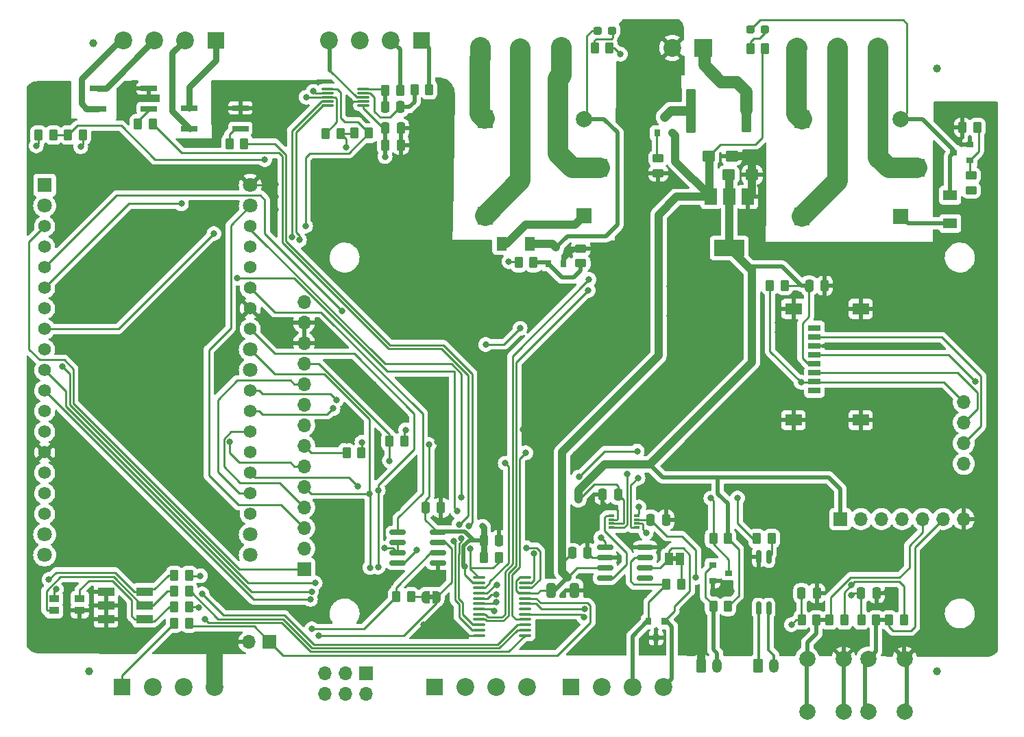
<source format=gbr>
%TF.GenerationSoftware,KiCad,Pcbnew,7.0.5-7.0.5~ubuntu20.04.1*%
%TF.CreationDate,2023-06-23T08:30:09+02:00*%
%TF.ProjectId,ControllerCircuit,436f6e74-726f-46c6-9c65-724369726375,rev?*%
%TF.SameCoordinates,Original*%
%TF.FileFunction,Copper,L1,Top*%
%TF.FilePolarity,Positive*%
%FSLAX46Y46*%
G04 Gerber Fmt 4.6, Leading zero omitted, Abs format (unit mm)*
G04 Created by KiCad (PCBNEW 7.0.5-7.0.5~ubuntu20.04.1) date 2023-06-23 08:30:09*
%MOMM*%
%LPD*%
G01*
G04 APERTURE LIST*
G04 Aperture macros list*
%AMRoundRect*
0 Rectangle with rounded corners*
0 $1 Rounding radius*
0 $2 $3 $4 $5 $6 $7 $8 $9 X,Y pos of 4 corners*
0 Add a 4 corners polygon primitive as box body*
4,1,4,$2,$3,$4,$5,$6,$7,$8,$9,$2,$3,0*
0 Add four circle primitives for the rounded corners*
1,1,$1+$1,$2,$3*
1,1,$1+$1,$4,$5*
1,1,$1+$1,$6,$7*
1,1,$1+$1,$8,$9*
0 Add four rect primitives between the rounded corners*
20,1,$1+$1,$2,$3,$4,$5,0*
20,1,$1+$1,$4,$5,$6,$7,0*
20,1,$1+$1,$6,$7,$8,$9,0*
20,1,$1+$1,$8,$9,$2,$3,0*%
%AMFreePoly0*
4,1,19,0.500000,-0.750000,0.000000,-0.750000,0.000000,-0.744911,-0.071157,-0.744911,-0.207708,-0.704816,-0.327430,-0.627875,-0.420627,-0.520320,-0.479746,-0.390866,-0.500000,-0.250000,-0.500000,0.250000,-0.479746,0.390866,-0.420627,0.520320,-0.327430,0.627875,-0.207708,0.704816,-0.071157,0.744911,0.000000,0.744911,0.000000,0.750000,0.500000,0.750000,0.500000,-0.750000,0.500000,-0.750000,
$1*%
%AMFreePoly1*
4,1,19,0.000000,0.744911,0.071157,0.744911,0.207708,0.704816,0.327430,0.627875,0.420627,0.520320,0.479746,0.390866,0.500000,0.250000,0.500000,-0.250000,0.479746,-0.390866,0.420627,-0.520320,0.327430,-0.627875,0.207708,-0.704816,0.071157,-0.744911,0.000000,-0.744911,0.000000,-0.750000,-0.500000,-0.750000,-0.500000,0.750000,0.000000,0.750000,0.000000,0.744911,0.000000,0.744911,
$1*%
G04 Aperture macros list end*
%TA.AperFunction,SMDPad,CuDef*%
%ADD10RoundRect,0.249999X-0.262501X-0.450001X0.262501X-0.450001X0.262501X0.450001X-0.262501X0.450001X0*%
%TD*%
%TA.AperFunction,SMDPad,CuDef*%
%ADD11RoundRect,0.250000X-0.250000X-0.475000X0.250000X-0.475000X0.250000X0.475000X-0.250000X0.475000X0*%
%TD*%
%TA.AperFunction,SMDPad,CuDef*%
%ADD12RoundRect,0.150000X-0.825000X-0.150000X0.825000X-0.150000X0.825000X0.150000X-0.825000X0.150000X0*%
%TD*%
%TA.AperFunction,ComponentPad*%
%ADD13R,2.000000X2.000000*%
%TD*%
%TA.AperFunction,ComponentPad*%
%ADD14C,2.200000*%
%TD*%
%TA.AperFunction,ComponentPad*%
%ADD15R,1.800000X1.800000*%
%TD*%
%TA.AperFunction,ComponentPad*%
%ADD16C,1.800000*%
%TD*%
%TA.AperFunction,ComponentPad*%
%ADD17C,1.560000*%
%TD*%
%TA.AperFunction,ComponentPad*%
%ADD18R,1.700000X1.700000*%
%TD*%
%TA.AperFunction,ComponentPad*%
%ADD19O,1.700000X1.700000*%
%TD*%
%TA.AperFunction,ComponentPad*%
%ADD20RoundRect,0.249999X-0.350001X-0.625001X0.350001X-0.625001X0.350001X0.625001X-0.350001X0.625001X0*%
%TD*%
%TA.AperFunction,ComponentPad*%
%ADD21O,1.200000X1.750000*%
%TD*%
%TA.AperFunction,ComponentPad*%
%ADD22R,1.980000X1.980000*%
%TD*%
%TA.AperFunction,ComponentPad*%
%ADD23C,2.000000*%
%TD*%
%TA.AperFunction,ComponentPad*%
%ADD24R,1.900000X2.200000*%
%TD*%
%TA.AperFunction,SMDPad,CuDef*%
%ADD25RoundRect,0.237500X-0.287500X-0.237500X0.287500X-0.237500X0.287500X0.237500X-0.287500X0.237500X0*%
%TD*%
%TA.AperFunction,SMDPad,CuDef*%
%ADD26R,1.700000X1.300000*%
%TD*%
%TA.AperFunction,SMDPad,CuDef*%
%ADD27R,0.900000X0.800000*%
%TD*%
%TA.AperFunction,SMDPad,CuDef*%
%ADD28RoundRect,0.249999X-0.450001X0.262501X-0.450001X-0.262501X0.450001X-0.262501X0.450001X0.262501X0*%
%TD*%
%TA.AperFunction,SMDPad,CuDef*%
%ADD29RoundRect,0.249999X0.262501X0.450001X-0.262501X0.450001X-0.262501X-0.450001X0.262501X-0.450001X0*%
%TD*%
%TA.AperFunction,SMDPad,CuDef*%
%ADD30R,0.800000X0.900000*%
%TD*%
%TA.AperFunction,SMDPad,CuDef*%
%ADD31RoundRect,0.162500X-0.462500X-2.562500X0.462500X-2.562500X0.462500X2.562500X-0.462500X2.562500X0*%
%TD*%
%TA.AperFunction,SMDPad,CuDef*%
%ADD32RoundRect,0.249999X-0.537501X-0.425001X0.537501X-0.425001X0.537501X0.425001X-0.537501X0.425001X0*%
%TD*%
%TA.AperFunction,SMDPad,CuDef*%
%ADD33R,1.500000X2.000000*%
%TD*%
%TA.AperFunction,SMDPad,CuDef*%
%ADD34R,3.800000X2.000000*%
%TD*%
%TA.AperFunction,SMDPad,CuDef*%
%ADD35R,2.000000X0.640000*%
%TD*%
%TA.AperFunction,ComponentPad*%
%ADD36R,1.900000X1.900000*%
%TD*%
%TA.AperFunction,ComponentPad*%
%ADD37C,1.900000*%
%TD*%
%TA.AperFunction,SMDPad,CuDef*%
%ADD38R,1.000000X1.500000*%
%TD*%
%TA.AperFunction,SMDPad,CuDef*%
%ADD39FreePoly0,180.000000*%
%TD*%
%TA.AperFunction,SMDPad,CuDef*%
%ADD40FreePoly1,180.000000*%
%TD*%
%TA.AperFunction,ComponentPad*%
%ADD41R,2.200000X2.200000*%
%TD*%
%TA.AperFunction,SMDPad,CuDef*%
%ADD42RoundRect,0.150000X-0.150000X0.662500X-0.150000X-0.662500X0.150000X-0.662500X0.150000X0.662500X0*%
%TD*%
%TA.AperFunction,SMDPad,CuDef*%
%ADD43RoundRect,0.100000X-0.637500X-0.100000X0.637500X-0.100000X0.637500X0.100000X-0.637500X0.100000X0*%
%TD*%
%TA.AperFunction,SMDPad,CuDef*%
%ADD44RoundRect,0.250000X-0.262500X-0.450000X0.262500X-0.450000X0.262500X0.450000X-0.262500X0.450000X0*%
%TD*%
%TA.AperFunction,SMDPad,CuDef*%
%ADD45RoundRect,0.250000X0.325000X0.650000X-0.325000X0.650000X-0.325000X-0.650000X0.325000X-0.650000X0*%
%TD*%
%TA.AperFunction,SMDPad,CuDef*%
%ADD46R,1.500000X0.800000*%
%TD*%
%TA.AperFunction,SMDPad,CuDef*%
%ADD47R,2.000000X1.450000*%
%TD*%
%TA.AperFunction,SMDPad,CuDef*%
%ADD48C,1.000000*%
%TD*%
%TA.AperFunction,SMDPad,CuDef*%
%ADD49R,0.800000X0.300000*%
%TD*%
%TA.AperFunction,SMDPad,CuDef*%
%ADD50R,1.200000X0.950000*%
%TD*%
%TA.AperFunction,SMDPad,CuDef*%
%ADD51R,2.000000X1.100000*%
%TD*%
%TA.AperFunction,SMDPad,CuDef*%
%ADD52RoundRect,0.250000X0.250000X0.475000X-0.250000X0.475000X-0.250000X-0.475000X0.250000X-0.475000X0*%
%TD*%
%TA.AperFunction,SMDPad,CuDef*%
%ADD53RoundRect,0.075000X-0.650000X-0.075000X0.650000X-0.075000X0.650000X0.075000X-0.650000X0.075000X0*%
%TD*%
%TA.AperFunction,SMDPad,CuDef*%
%ADD54R,1.300000X1.700000*%
%TD*%
%TA.AperFunction,SMDPad,CuDef*%
%ADD55RoundRect,0.250000X0.262500X0.450000X-0.262500X0.450000X-0.262500X-0.450000X0.262500X-0.450000X0*%
%TD*%
%TA.AperFunction,ViaPad*%
%ADD56C,0.800000*%
%TD*%
%TA.AperFunction,Conductor*%
%ADD57C,0.500000*%
%TD*%
%TA.AperFunction,Conductor*%
%ADD58C,0.250000*%
%TD*%
%TA.AperFunction,Conductor*%
%ADD59C,2.000000*%
%TD*%
%TA.AperFunction,Conductor*%
%ADD60C,1.000000*%
%TD*%
%TA.AperFunction,Conductor*%
%ADD61C,1.500000*%
%TD*%
%TA.AperFunction,Conductor*%
%ADD62C,0.750000*%
%TD*%
%TA.AperFunction,Conductor*%
%ADD63C,0.350000*%
%TD*%
%TA.AperFunction,Conductor*%
%ADD64C,2.500000*%
%TD*%
%TA.AperFunction,Conductor*%
%ADD65C,0.800000*%
%TD*%
%TA.AperFunction,Conductor*%
%ADD66C,1.200000*%
%TD*%
G04 APERTURE END LIST*
%TA.AperFunction,EtchedComponent*%
%TO.C,JP1*%
G36*
X81550000Y20100000D02*
G01*
X81050000Y20100000D01*
X81050000Y20700000D01*
X81550000Y20700000D01*
X81550000Y20100000D01*
G37*
%TD.AperFunction*%
%TA.AperFunction,EtchedComponent*%
%TO.C,JP4*%
G36*
X51490000Y15360000D02*
G01*
X50990000Y15360000D01*
X50990000Y15960000D01*
X51490000Y15960000D01*
X51490000Y15360000D01*
G37*
%TD.AperFunction*%
%TD*%
D10*
%TO.P,R4,1*%
%TO.N,Net-(D1-Pad2)*%
X19524740Y16375000D03*
%TO.P,R4,2*%
%TO.N,/RED_LED*%
X21349740Y16375000D03*
%TD*%
D11*
%TO.P,C6,1*%
%TO.N,+3V3*%
X57742480Y22660000D03*
%TO.P,C6,2*%
%TO.N,GND*%
X59642480Y22660000D03*
%TD*%
%TO.P,C1,1*%
%TO.N,+3V3*%
X50568980Y26689200D03*
%TO.P,C1,2*%
%TO.N,GND*%
X52468980Y26689200D03*
%TD*%
D10*
%TO.P,R9,1*%
%TO.N,Net-(J1-Pad2)*%
X46927500Y15670000D03*
%TO.P,R9,2*%
%TO.N,Net-(JP4-Pad2)*%
X48752500Y15670000D03*
%TD*%
D12*
%TO.P,U5,1*%
%TO.N,/IO21*%
X47109980Y23654200D03*
%TO.P,U5,2*%
%TO.N,/IO25*%
X47109980Y22384200D03*
%TO.P,U5,3*%
X47109980Y21114200D03*
%TO.P,U5,4*%
%TO.N,/IO22*%
X47109980Y19844200D03*
%TO.P,U5,5*%
%TO.N,GND*%
X52059980Y19844200D03*
%TO.P,U5,6*%
%TO.N,Net-(J1-Pad2)*%
X52059980Y21114200D03*
%TO.P,U5,7*%
%TO.N,Net-(J1-Pad3)*%
X52059980Y22384200D03*
%TO.P,U5,8*%
%TO.N,+3V3*%
X52059980Y23654200D03*
%TD*%
D13*
%TO.P,J7,1*%
%TO.N,FUSED5V*%
X68499020Y4511340D03*
D14*
%TO.P,J7,2*%
%TO.N,GND*%
X72309020Y4511340D03*
%TO.P,J7,3*%
%TO.N,Net-(D8-Pad2)*%
X76119020Y4511340D03*
%TO.P,J7,4*%
%TO.N,Net-(D8-Pad1)*%
X79929020Y4511340D03*
%TD*%
D15*
%TO.P,U4,1*%
%TO.N,N/C*%
X3506394Y66570000D03*
D16*
%TO.P,U4,2*%
%TO.N,/RESET*%
X3506394Y64030000D03*
D17*
%TO.P,U4,3*%
%TO.N,/IO36_INPUT*%
X3506394Y61490000D03*
%TO.P,U4,4*%
%TO.N,/IO39_INPUT*%
X3506394Y58950000D03*
%TO.P,U4,5*%
%TO.N,/IO34_INPUT*%
X3506394Y56410000D03*
%TO.P,U4,6*%
%TO.N,/IO35_INPUT*%
X3506394Y53870000D03*
%TO.P,U4,7*%
%TO.N,/IO32*%
X3506394Y51330000D03*
%TO.P,U4,8*%
%TO.N,/IO33*%
X3506394Y48790000D03*
%TO.P,U4,9*%
%TO.N,/IO25*%
X3506394Y46250000D03*
%TO.P,U4,10*%
%TO.N,/IO26*%
X3506394Y43710000D03*
%TO.P,U4,11*%
%TO.N,/IO27*%
X3506394Y41170000D03*
%TO.P,U4,12*%
%TO.N,/HSPI_CLK*%
X3506394Y38630000D03*
%TO.P,U4,13*%
%TO.N,/HSPI_MISO*%
X3506394Y36090000D03*
%TO.P,U4,14*%
%TO.N,GND*%
X3506394Y33550000D03*
%TO.P,U4,15*%
%TO.N,/HSPI_MOSI*%
X3506394Y31010000D03*
%TO.P,U4,16*%
%TO.N,N/C*%
X3506394Y28470000D03*
%TO.P,U4,17*%
X3506394Y25930000D03*
D16*
%TO.P,U4,18*%
X3506394Y23390000D03*
%TO.P,U4,19*%
%TO.N,FUSED5V*%
X3506394Y20850000D03*
%TO.P,U4,20*%
%TO.N,GND*%
X28906394Y66570000D03*
%TO.P,U4,21*%
%TO.N,/VSPI_MOSI*%
X28906394Y64030000D03*
D17*
%TO.P,U4,22*%
%TO.N,/IO22*%
X28906394Y61490000D03*
%TO.P,U4,23*%
%TO.N,N/C*%
X28906394Y58950000D03*
%TO.P,U4,24*%
X28906394Y56410000D03*
%TO.P,U4,25*%
%TO.N,/IO21*%
X28906394Y53870000D03*
%TO.P,U4,26*%
%TO.N,GND*%
X28906394Y51330000D03*
%TO.P,U4,27*%
%TO.N,/VSPI_MISO*%
X28906394Y48790000D03*
D16*
%TO.P,U4,28*%
%TO.N,/VSPI_CLK*%
X28906394Y46250000D03*
%TO.P,U4,29*%
%TO.N,/IO5*%
X28906394Y43710000D03*
D17*
%TO.P,U4,30*%
%TO.N,/CANBUS_RX*%
X28906394Y41170000D03*
%TO.P,U4,31*%
%TO.N,/CANBUS_TX*%
X28906394Y38630000D03*
%TO.P,U4,32*%
%TO.N,/IO4*%
X28906394Y36090000D03*
%TO.P,U4,33*%
%TO.N,/AVRISP_RESET*%
X28906394Y33550000D03*
%TO.P,U4,34*%
%TO.N,/IO2*%
X28906394Y31010000D03*
%TO.P,U4,35*%
%TO.N,/DISPLAY_DC*%
X28906394Y28470000D03*
%TO.P,U4,36*%
%TO.N,N/C*%
X28906394Y25930000D03*
D16*
%TO.P,U4,37*%
X28906394Y23390000D03*
%TO.P,U4,38*%
X28906394Y20850000D03*
%TD*%
D13*
%TO.P,J1,1*%
%TO.N,FUSED5V*%
X13090000Y4500000D03*
D14*
%TO.P,J1,2*%
%TO.N,Net-(J1-Pad2)*%
X16900000Y4500000D03*
%TO.P,J1,3*%
%TO.N,Net-(J1-Pad3)*%
X20710000Y4500000D03*
%TO.P,J1,4*%
%TO.N,GND*%
X24520000Y4500000D03*
%TD*%
D13*
%TO.P,J4,1*%
%TO.N,/EXT_IO_A*%
X51675686Y4496340D03*
D14*
%TO.P,J4,2*%
%TO.N,/EXT_IO_B*%
X55485686Y4496340D03*
%TO.P,J4,3*%
%TO.N,/EXT_IO_C*%
X59295686Y4496340D03*
%TO.P,J4,4*%
%TO.N,/EXT_IO_D*%
X63105686Y4496340D03*
%TD*%
D18*
%TO.P,J8,1*%
%TO.N,/VSPI_MISO*%
X43200000Y6250000D03*
D19*
%TO.P,J8,2*%
%TO.N,+3V3*%
X43200000Y3710000D03*
%TO.P,J8,3*%
%TO.N,/VSPI_CLK*%
X40660000Y6250000D03*
%TO.P,J8,4*%
%TO.N,/VSPI_MOSI*%
X40660000Y3710000D03*
%TO.P,J8,5*%
%TO.N,/AVRISP_RESET*%
X38120000Y6250000D03*
%TO.P,J8,6*%
%TO.N,GND*%
X38120000Y3710000D03*
%TD*%
D20*
%TO.P,TX1,1*%
%TO.N,Net-(TX1-Pad1)*%
X91591000Y7150400D03*
D21*
%TO.P,TX1,2*%
%TO.N,Net-(TX1-Pad2)*%
X93591000Y7150400D03*
%TD*%
D20*
%TO.P,RX1,1*%
%TO.N,GND*%
X84580720Y7150400D03*
D21*
%TO.P,RX1,2*%
%TO.N,Net-(Q4-Pad1)*%
X86580720Y7150400D03*
%TD*%
D22*
%TO.P,K1,A1*%
%TO.N,FUSED5V*%
X109265000Y62700000D03*
D23*
%TO.P,K1,A2*%
%TO.N,Net-(D2-Pad2)*%
X109265000Y74700000D03*
D24*
%TO.P,K1,COM*%
%TO.N,Net-(J2-Pad1)*%
X111265000Y68700000D03*
%TO.P,K1,NC*%
%TO.N,Net-(J2-Pad2)*%
X97065000Y62700000D03*
%TO.P,K1,NO*%
%TO.N,Net-(J2-Pad3)*%
X97065000Y74700000D03*
%TD*%
D10*
%TO.P,R12,1*%
%TO.N,Net-(D3-Pad2)*%
X90687500Y83475000D03*
%TO.P,R12,2*%
%TO.N,FUSED5V*%
X92512500Y83475000D03*
%TD*%
D25*
%TO.P,D3,1*%
%TO.N,Net-(D2-Pad2)*%
X90725000Y85850000D03*
%TO.P,D3,2*%
%TO.N,Net-(D3-Pad2)*%
X92475000Y85850000D03*
%TD*%
D18*
%TO.P,J10,1*%
%TO.N,Net-(J10-Pad1)*%
X31300000Y10100000D03*
D19*
%TO.P,J10,2*%
%TO.N,GND*%
X28760000Y10100000D03*
%TD*%
D10*
%TO.P,R1,1*%
%TO.N,Net-(D1-Pad3)*%
X19524740Y18325000D03*
%TO.P,R1,2*%
%TO.N,/BLUE_LED*%
X21349740Y18325000D03*
%TD*%
%TO.P,R17,1*%
%TO.N,Net-(D1-Pad1)*%
X19524740Y14425000D03*
%TO.P,R17,2*%
%TO.N,/GREEN_LED*%
X21349740Y14425000D03*
%TD*%
D26*
%TO.P,D2,1*%
%TO.N,FUSED5V*%
X115350000Y61820000D03*
%TO.P,D2,2*%
%TO.N,Net-(D2-Pad2)*%
X115350000Y65320000D03*
%TD*%
D27*
%TO.P,Q1,1*%
%TO.N,Net-(Q1-Pad1)*%
X117800000Y69650000D03*
%TO.P,Q1,2*%
%TO.N,GND*%
X117800000Y71550000D03*
%TO.P,Q1,3*%
%TO.N,Net-(D2-Pad2)*%
X115800000Y70600000D03*
%TD*%
D28*
%TO.P,R10,1*%
%TO.N,Net-(Q1-Pad1)*%
X117950000Y67762500D03*
%TO.P,R10,2*%
%TO.N,/RELAY1*%
X117950000Y65937500D03*
%TD*%
D10*
%TO.P,R11,1*%
%TO.N,GND*%
X116887500Y73700000D03*
%TO.P,R11,2*%
%TO.N,Net-(Q1-Pad1)*%
X118712500Y73700000D03*
%TD*%
D29*
%TO.P,R3,1*%
%TO.N,Net-(R3-Pad1)*%
X93292500Y22880000D03*
%TO.P,R3,2*%
%TO.N,/IO32*%
X91467500Y22880000D03*
%TD*%
D10*
%TO.P,R2,1*%
%TO.N,Net-(Q4-Pad1)*%
X86087500Y14500000D03*
%TO.P,R2,2*%
%TO.N,+3V3*%
X87912500Y14500000D03*
%TD*%
D28*
%TO.P,R8,1*%
%TO.N,Net-(Q3-Pad1)*%
X79300000Y69862500D03*
%TO.P,R8,2*%
%TO.N,GND*%
X79300000Y68037500D03*
%TD*%
D30*
%TO.P,Q3,1*%
%TO.N,Net-(Q3-Pad1)*%
X79150000Y73000000D03*
%TO.P,Q3,2*%
%TO.N,FUSED5V*%
X81050000Y73000000D03*
%TO.P,Q3,3*%
%TO.N,Net-(F1-Pad1)*%
X80100000Y75000000D03*
%TD*%
D31*
%TO.P,F1,1*%
%TO.N,Net-(F1-Pad1)*%
X83362500Y75760000D03*
%TO.P,F1,2*%
%TO.N,+5V*%
X90150000Y75800000D03*
%TD*%
D32*
%TO.P,C4,1*%
%TO.N,+3V3*%
X88016700Y67836000D03*
%TO.P,C4,2*%
%TO.N,GND*%
X90891700Y67836000D03*
%TD*%
%TO.P,C3,1*%
%TO.N,FUSED5V*%
X85531700Y70186000D03*
%TO.P,C3,2*%
%TO.N,GND*%
X88406700Y70186000D03*
%TD*%
D33*
%TO.P,U6,1*%
%TO.N,GND*%
X90374200Y65121000D03*
%TO.P,U6,2*%
%TO.N,+3V3*%
X88074200Y65121000D03*
D34*
X88074200Y58821000D03*
D33*
%TO.P,U6,3*%
%TO.N,FUSED5V*%
X85774200Y65121000D03*
%TD*%
D35*
%TO.P,U9,1*%
%TO.N,Net-(R18-Pad1)*%
X27675000Y73580000D03*
%TO.P,U9,2*%
%TO.N,GND*%
X27675000Y76120000D03*
%TO.P,U9,3*%
%TO.N,Net-(J12-Pad1)*%
X21375000Y76120000D03*
%TO.P,U9,4*%
%TO.N,Net-(J12-Pad2)*%
X21375000Y73580000D03*
%TD*%
D10*
%TO.P,R18,1*%
%TO.N,Net-(R18-Pad1)*%
X26332500Y71700000D03*
%TO.P,R18,2*%
%TO.N,/RELAY3_SSR*%
X28157500Y71700000D03*
%TD*%
D36*
%TO.P,J2,1*%
%TO.N,Net-(J2-Pad1)*%
X106475000Y83550000D03*
D37*
%TO.P,J2,2*%
%TO.N,Net-(J2-Pad2)*%
X101475000Y83550000D03*
%TO.P,J2,3*%
%TO.N,Net-(J2-Pad3)*%
X96475000Y83550000D03*
%TD*%
D29*
%TO.P,R19,1*%
%TO.N,/IO39_INPUT*%
X59584980Y20500000D03*
%TO.P,R19,2*%
%TO.N,+3V3*%
X57759980Y20500000D03*
%TD*%
D10*
%TO.P,R21,1*%
%TO.N,Net-(LCD1-Pad7)*%
X40787500Y33500000D03*
%TO.P,R21,2*%
%TO.N,/DISPLAY_LED*%
X42612500Y33500000D03*
%TD*%
D11*
%TO.P,C2,1*%
%TO.N,FUSED5V*%
X68650000Y21100000D03*
%TO.P,C2,2*%
%TO.N,GND*%
X70550000Y21100000D03*
%TD*%
D38*
%TO.P,JP1,1*%
%TO.N,Net-(D8-Pad1)*%
X80650000Y20400000D03*
%TO.P,JP1,2*%
%TO.N,Net-(JP1-Pad2)*%
X81950000Y20400000D03*
%TD*%
D29*
%TO.P,R24,1*%
%TO.N,Net-(J10-Pad1)*%
X21349740Y12425000D03*
%TO.P,R24,2*%
%TO.N,FUSED5V*%
X19524740Y12425000D03*
%TD*%
D35*
%TO.P,U12,1*%
%TO.N,Net-(R25-Pad1)*%
X16375000Y76030000D03*
%TO.P,U12,2*%
%TO.N,GND*%
X16375000Y78570000D03*
%TO.P,U12,3*%
%TO.N,Net-(J12-Pad3)*%
X10075000Y78570000D03*
%TO.P,U12,4*%
%TO.N,Net-(J12-Pad4)*%
X10075000Y76030000D03*
%TD*%
D13*
%TO.P,J12,1*%
%TO.N,Net-(J12-Pad1)*%
X24660000Y84470000D03*
D14*
%TO.P,J12,2*%
%TO.N,Net-(J12-Pad2)*%
X20850000Y84470000D03*
%TO.P,J12,3*%
%TO.N,Net-(J12-Pad3)*%
X17040000Y84470000D03*
%TO.P,J12,4*%
%TO.N,Net-(J12-Pad4)*%
X13230000Y84470000D03*
%TD*%
D39*
%TO.P,JP4,1*%
%TO.N,Net-(J1-Pad3)*%
X51890000Y15660000D03*
D40*
%TO.P,JP4,2*%
%TO.N,Net-(JP4-Pad2)*%
X50590000Y15660000D03*
%TD*%
D30*
%TO.P,D8,1*%
%TO.N,Net-(D8-Pad1)*%
X79990000Y12640000D03*
%TO.P,D8,2*%
%TO.N,Net-(D8-Pad2)*%
X78090000Y12640000D03*
%TO.P,D8,3*%
%TO.N,GND*%
X79040000Y10640000D03*
%TD*%
D41*
%TO.P,J5,1*%
%TO.N,+5V*%
X84825000Y83550000D03*
D14*
%TO.P,J5,2*%
%TO.N,GND*%
X81025000Y83550000D03*
%TD*%
D42*
%TO.P,U2,1*%
%TO.N,Net-(R3-Pad1)*%
X92943320Y20607000D03*
%TO.P,U2,2*%
%TO.N,GND*%
X91673320Y20607000D03*
%TO.P,U2,3*%
%TO.N,Net-(TX1-Pad1)*%
X91673320Y14232000D03*
%TO.P,U2,4*%
%TO.N,Net-(TX1-Pad2)*%
X92943320Y14232000D03*
%TD*%
D18*
%TO.P,J14,1*%
%TO.N,+3V3*%
X101800000Y25300000D03*
D19*
%TO.P,J14,2*%
%TO.N,N/C*%
X104340000Y25300000D03*
%TO.P,J14,3*%
X106880000Y25300000D03*
%TO.P,J14,4*%
%TO.N,/IO34_INPUT*%
X109420000Y25300000D03*
%TO.P,J14,5*%
%TO.N,/SW1EXT*%
X111960000Y25300000D03*
%TO.P,J14,6*%
%TO.N,/SW2EXT*%
X114500000Y25300000D03*
%TO.P,J14,7*%
%TO.N,GND*%
X117040000Y25300000D03*
%TD*%
D11*
%TO.P,C10,1*%
%TO.N,+3V3*%
X97950000Y54150000D03*
%TO.P,C10,2*%
%TO.N,GND*%
X99850000Y54150000D03*
%TD*%
%TO.P,C7,1*%
%TO.N,/SW1OUTPUT*%
X96991000Y16129000D03*
%TO.P,C7,2*%
%TO.N,GND*%
X98891000Y16129000D03*
%TD*%
D10*
%TO.P,R7,1*%
%TO.N,/SW1EXT*%
X100457500Y12827000D03*
%TO.P,R7,2*%
%TO.N,FUSED5V*%
X102282500Y12827000D03*
%TD*%
%TO.P,R26,1*%
%TO.N,/SW1OUTPUT*%
X97008500Y12827000D03*
%TO.P,R26,2*%
%TO.N,/SW1EXT*%
X98833500Y12827000D03*
%TD*%
D23*
%TO.P,SW1,1*%
%TO.N,/SW1EXT*%
X97687000Y1524000D03*
X97687000Y8024000D03*
%TO.P,SW1,2*%
%TO.N,GND*%
X102187000Y1524000D03*
X102187000Y8024000D03*
%TD*%
%TO.P,SW2,1*%
%TO.N,/SW2EXT*%
X105250000Y1524000D03*
X105250000Y8024000D03*
%TO.P,SW2,2*%
%TO.N,GND*%
X109750000Y1524000D03*
X109750000Y8024000D03*
%TD*%
D10*
%TO.P,R27,1*%
%TO.N,/SW2EXT*%
X107823500Y12827000D03*
%TO.P,R27,2*%
%TO.N,FUSED5V*%
X109648500Y12827000D03*
%TD*%
D11*
%TO.P,C11,1*%
%TO.N,/SW2OUTPUT*%
X104357000Y16129000D03*
%TO.P,C11,2*%
%TO.N,GND*%
X106257000Y16129000D03*
%TD*%
D10*
%TO.P,R28,1*%
%TO.N,/SW2OUTPUT*%
X104374500Y12827000D03*
%TO.P,R28,2*%
%TO.N,/SW2EXT*%
X106199500Y12827000D03*
%TD*%
D43*
%TO.P,U3,1*%
%TO.N,/IO39_INPUT*%
X57137500Y18075000D03*
%TO.P,U3,2*%
%TO.N,+3V3*%
X57137500Y17425000D03*
%TO.P,U3,3*%
%TO.N,/RESET*%
X57137500Y16775000D03*
%TO.P,U3,4*%
%TO.N,/EXT_IO_A*%
X57137500Y16125000D03*
%TO.P,U3,5*%
%TO.N,/EXT_IO_B*%
X57137500Y15475000D03*
%TO.P,U3,6*%
%TO.N,/EXT_IO_C*%
X57137500Y14825000D03*
%TO.P,U3,7*%
%TO.N,/EXT_IO_D*%
X57137500Y14175000D03*
%TO.P,U3,8*%
%TO.N,/RELAY1*%
X57137500Y13525000D03*
%TO.P,U3,9*%
%TO.N,/RELAY2*%
X57137500Y12875000D03*
%TO.P,U3,10*%
%TO.N,/RELAY3_SSR*%
X57137500Y12225000D03*
%TO.P,U3,11*%
%TO.N,/RELAY4_SSR*%
X57137500Y11575000D03*
%TO.P,U3,12*%
%TO.N,GND*%
X57137500Y10925000D03*
%TO.P,U3,13*%
%TO.N,/BLUE_LED*%
X62862500Y10925000D03*
%TO.P,U3,14*%
%TO.N,/RED_LED*%
X62862500Y11575000D03*
%TO.P,U3,15*%
%TO.N,/GREEN_LED*%
X62862500Y12225000D03*
%TO.P,U3,16*%
%TO.N,/DISPLAY_LED*%
X62862500Y12875000D03*
%TO.P,U3,17*%
%TO.N,/SW1OUTPUT*%
X62862500Y13525000D03*
%TO.P,U3,18*%
%TO.N,N/C*%
X62862500Y14175000D03*
%TO.P,U3,19*%
%TO.N,/SW2OUTPUT*%
X62862500Y14825000D03*
%TO.P,U3,20*%
%TO.N,Net-(J10-Pad1)*%
X62862500Y15475000D03*
%TO.P,U3,21*%
%TO.N,FUSED5V*%
X62862500Y16125000D03*
%TO.P,U3,22*%
%TO.N,/IO26*%
X62862500Y16775000D03*
%TO.P,U3,23*%
%TO.N,/IO27*%
X62862500Y17425000D03*
%TO.P,U3,24*%
%TO.N,FUSED5V*%
X62862500Y18075000D03*
%TD*%
D27*
%TO.P,Q4,1*%
%TO.N,Net-(Q4-Pad1)*%
X86020000Y19575000D03*
%TO.P,Q4,2*%
%TO.N,GND*%
X86020000Y17675000D03*
%TO.P,Q4,3*%
%TO.N,/IO2*%
X88020000Y18625000D03*
%TD*%
D44*
%TO.P,R20,1*%
%TO.N,/IO2*%
X86087500Y22880000D03*
%TO.P,R20,2*%
%TO.N,+3V3*%
X87912500Y22880000D03*
%TD*%
D45*
%TO.P,C5,1*%
%TO.N,GND*%
X68975000Y16500000D03*
%TO.P,C5,2*%
%TO.N,FUSED5V*%
X66025000Y16500000D03*
%TD*%
D44*
%TO.P,R29,1*%
%TO.N,/RESET*%
X46087500Y34900000D03*
%TO.P,R29,2*%
%TO.N,+3V3*%
X47912500Y34900000D03*
%TD*%
D46*
%TO.P,J15,1*%
%TO.N,N/C*%
X98600000Y41195000D03*
%TO.P,J15,2*%
%TO.N,/IO5*%
X98600000Y42295000D03*
%TO.P,J15,3*%
%TO.N,/VSPI_MOSI*%
X98600000Y43395000D03*
%TO.P,J15,4*%
%TO.N,+3V3*%
X98600000Y44495000D03*
%TO.P,J15,5*%
%TO.N,/VSPI_CLK*%
X98600000Y45595000D03*
%TO.P,J15,6*%
%TO.N,GND*%
X98600000Y46695000D03*
%TO.P,J15,7*%
%TO.N,/VSPI_MISO*%
X98600000Y47795000D03*
%TO.P,J15,8*%
%TO.N,N/C*%
X98600000Y48895000D03*
D47*
%TO.P,J15,G1*%
%TO.N,GND*%
X96000000Y37525000D03*
%TO.P,J15,G2*%
X104300000Y37525000D03*
%TO.P,J15,G3*%
X104300000Y51275000D03*
%TO.P,J15,G4*%
X96000000Y51275000D03*
%TD*%
D48*
%TO.P,FID1,*%
%TO.N,*%
X9500000Y84100000D03*
%TD*%
%TO.P,FID2,*%
%TO.N,*%
X9000000Y6500000D03*
%TD*%
%TO.P,FID3,*%
%TO.N,*%
X113750000Y6500000D03*
%TD*%
%TO.P,FID4,*%
%TO.N,*%
X113750000Y81000000D03*
%TD*%
D11*
%TO.P,C9,1*%
%TO.N,FUSED5V*%
X78350000Y25200000D03*
%TO.P,C9,2*%
%TO.N,GND*%
X80250000Y25200000D03*
%TD*%
D49*
%TO.P,U1,1*%
%TO.N,Net-(U1-Pad1)*%
X73550000Y25730000D03*
%TO.P,U1,2*%
%TO.N,GND*%
X73550000Y25230000D03*
%TO.P,U1,3*%
%TO.N,+3V3*%
X73550000Y24730000D03*
%TO.P,U1,4*%
%TO.N,/CANBUS_RX*%
X73550000Y24230000D03*
%TO.P,U1,5*%
%TO.N,/CANBUS_TX*%
X76650000Y24230000D03*
%TO.P,U1,6*%
%TO.N,+3V3*%
X76650000Y24730000D03*
%TO.P,U1,7*%
%TO.N,FUSED5V*%
X76650000Y25230000D03*
%TO.P,U1,8*%
%TO.N,Net-(U1-Pad8)*%
X76650000Y25730000D03*
%TD*%
D12*
%TO.P,U7,1*%
%TO.N,Net-(U1-Pad8)*%
X72725000Y21805000D03*
%TO.P,U7,2*%
%TO.N,GND*%
X72725000Y20535000D03*
%TO.P,U7,3*%
%TO.N,FUSED5V*%
X72725000Y19265000D03*
%TO.P,U7,4*%
%TO.N,Net-(U1-Pad1)*%
X72725000Y17995000D03*
%TO.P,U7,5*%
%TO.N,N/C*%
X77675000Y17995000D03*
%TO.P,U7,6*%
%TO.N,Net-(D8-Pad1)*%
X77675000Y19265000D03*
%TO.P,U7,7*%
%TO.N,Net-(D8-Pad2)*%
X77675000Y20535000D03*
%TO.P,U7,8*%
%TO.N,GND*%
X77675000Y21805000D03*
%TD*%
D29*
%TO.P,R6,1*%
%TO.N,Net-(JP1-Pad2)*%
X82112500Y17200000D03*
%TO.P,R6,2*%
%TO.N,Net-(D8-Pad2)*%
X80287500Y17200000D03*
%TD*%
D18*
%TO.P,LCD1,1*%
%TO.N,/IO36_INPUT*%
X35550000Y19125000D03*
D19*
%TO.P,LCD1,2*%
%TO.N,/VSPI_MISO*%
X35550000Y21665000D03*
%TO.P,LCD1,3*%
%TO.N,/VSPI_MOSI*%
X35550000Y24205000D03*
%TO.P,LCD1,4*%
%TO.N,/IO4*%
X35550000Y26745000D03*
%TO.P,LCD1,5*%
%TO.N,/VSPI_CLK*%
X35550000Y29285000D03*
%TO.P,LCD1,6*%
%TO.N,/HSPI_MISO*%
X35550000Y31825000D03*
%TO.P,LCD1,7*%
%TO.N,Net-(LCD1-Pad7)*%
X35550000Y34365000D03*
%TO.P,LCD1,8*%
%TO.N,/HSPI_CLK*%
X35550000Y36905000D03*
%TO.P,LCD1,9*%
%TO.N,/HSPI_MOSI*%
X35550000Y39445000D03*
%TO.P,LCD1,10*%
%TO.N,/DISPLAY_DC*%
X35550000Y41985000D03*
%TO.P,LCD1,11*%
%TO.N,/RESET*%
X35550000Y44525000D03*
%TO.P,LCD1,12*%
%TO.N,GND*%
X35550000Y47065000D03*
%TO.P,LCD1,13*%
X35550000Y49605000D03*
%TO.P,LCD1,14*%
%TO.N,+3V3*%
X35550000Y52145000D03*
%TO.P,LCD1,SD1*%
%TO.N,/VSPI_CLK*%
X117050000Y32125000D03*
%TO.P,LCD1,SD2*%
%TO.N,/VSPI_MISO*%
X117050000Y34665000D03*
%TO.P,LCD1,SD3*%
%TO.N,/VSPI_MOSI*%
X117050000Y37205000D03*
%TO.P,LCD1,SD4*%
%TO.N,/IO5*%
X117050000Y39745000D03*
%TD*%
D11*
%TO.P,C8,1*%
%TO.N,GND*%
X72450000Y28300000D03*
%TO.P,C8,2*%
%TO.N,+3V3*%
X74350000Y28300000D03*
%TD*%
D50*
%TO.P,D6,1*%
%TO.N,Net-(D1-Pad2)*%
X4650000Y13975000D03*
%TO.P,D6,2*%
%TO.N,Net-(D1-Pad3)*%
X4650000Y15425000D03*
%TO.P,D6,3*%
%TO.N,Net-(D1-Pad1)*%
X7850000Y15425000D03*
%TO.P,D6,4*%
%TO.N,GND*%
X7850000Y13975000D03*
%TD*%
D51*
%TO.P,D1,1*%
%TO.N,Net-(D1-Pad1)*%
X15875000Y12925000D03*
%TO.P,D1,2*%
%TO.N,Net-(D1-Pad2)*%
X15875000Y14625000D03*
%TO.P,D1,3*%
%TO.N,Net-(D1-Pad3)*%
X15875000Y16325000D03*
%TO.P,D1,4*%
%TO.N,GND*%
X11075000Y16325000D03*
%TO.P,D1,5*%
X11075000Y14625000D03*
%TO.P,D1,6*%
X11075000Y12925000D03*
%TD*%
D44*
%TO.P,R22,1*%
%TO.N,/IO5*%
X93087500Y54180000D03*
%TO.P,R22,2*%
%TO.N,+3V3*%
X94912500Y54180000D03*
%TD*%
D10*
%TO.P,R16,1*%
%TO.N,/IO27*%
X2762500Y72775000D03*
%TO.P,R16,2*%
%TO.N,+3V3*%
X4587500Y72775000D03*
%TD*%
D29*
%TO.P,R5,1*%
%TO.N,/IO26*%
X8216200Y72775000D03*
%TO.P,R5,2*%
%TO.N,+3V3*%
X6391200Y72775000D03*
%TD*%
D10*
%TO.P,R25,1*%
%TO.N,Net-(R25-Pad1)*%
X15032500Y74150000D03*
%TO.P,R25,2*%
%TO.N,/RELAY4_SSR*%
X16857500Y74150000D03*
%TD*%
D52*
%TO.P,C14,1*%
%TO.N,GND*%
X47490000Y71535000D03*
%TO.P,C14,2*%
%TO.N,+3V3*%
X45590000Y71535000D03*
%TD*%
D13*
%TO.P,J9,1*%
%TO.N,Net-(J9-Pad1)*%
X50075000Y84470000D03*
D14*
%TO.P,J9,2*%
%TO.N,Net-(J9-Pad2)*%
X46265000Y84470000D03*
%TO.P,J9,3*%
%TO.N,N/C*%
X42455000Y84470000D03*
%TO.P,J9,4*%
%TO.N,Net-(J9-Pad4)*%
X38645000Y84470000D03*
%TD*%
D52*
%TO.P,C13,1*%
%TO.N,GND*%
X47490000Y73585000D03*
%TO.P,C13,2*%
%TO.N,+3V3*%
X45590000Y73585000D03*
%TD*%
D11*
%TO.P,C12,1*%
%TO.N,Net-(C12-Pad1)*%
X45540000Y76210000D03*
%TO.P,C12,2*%
%TO.N,Net-(C12-Pad2)*%
X47440000Y76210000D03*
%TD*%
D44*
%TO.P,R30,1*%
%TO.N,Net-(C12-Pad2)*%
X49177500Y78360000D03*
%TO.P,R30,2*%
%TO.N,Net-(J9-Pad1)*%
X51002500Y78360000D03*
%TD*%
%TO.P,R23,1*%
%TO.N,Net-(C12-Pad1)*%
X45577500Y78260000D03*
%TO.P,R23,2*%
%TO.N,Net-(J9-Pad2)*%
X47402500Y78260000D03*
%TD*%
D53*
%TO.P,U8,1*%
%TO.N,/IO33*%
X38465000Y78435000D03*
%TO.P,U8,2*%
%TO.N,/VSPI_MOSI*%
X38465000Y77935000D03*
%TO.P,U8,3*%
%TO.N,/IO35_INPUT*%
X38465000Y77435000D03*
%TO.P,U8,4*%
%TO.N,/VSPI_MISO*%
X38465000Y76935000D03*
%TO.P,U8,5*%
%TO.N,/VSPI_CLK*%
X38465000Y76435000D03*
%TO.P,U8,6*%
%TO.N,+3V3*%
X42865000Y76435000D03*
%TO.P,U8,7*%
%TO.N,GND*%
X42865000Y76935000D03*
%TO.P,U8,8*%
%TO.N,Net-(J9-Pad4)*%
X42865000Y77435000D03*
%TO.P,U8,9*%
%TO.N,Net-(C12-Pad2)*%
X42865000Y77935000D03*
%TO.P,U8,10*%
%TO.N,Net-(C12-Pad1)*%
X42865000Y78435000D03*
%TD*%
D22*
%TO.P,K2,A1*%
%TO.N,FUSED5V*%
X70100000Y62750000D03*
D23*
%TO.P,K2,A2*%
%TO.N,Net-(D4-Pad1)*%
X70100000Y74750000D03*
D24*
%TO.P,K2,COM*%
%TO.N,Net-(J3-Pad1)*%
X72100000Y68750000D03*
%TO.P,K2,NC*%
%TO.N,Net-(J3-Pad2)*%
X57900000Y62750000D03*
%TO.P,K2,NO*%
%TO.N,Net-(J3-Pad3)*%
X57900000Y74750000D03*
%TD*%
D30*
%TO.P,Q2,1*%
%TO.N,Net-(Q2-Pad1)*%
X65725000Y56850000D03*
%TO.P,Q2,2*%
%TO.N,GND*%
X67625000Y56850000D03*
%TO.P,Q2,3*%
%TO.N,Net-(D4-Pad1)*%
X66675000Y58850000D03*
%TD*%
D29*
%TO.P,R14,1*%
%TO.N,Net-(Q2-Pad1)*%
X63887500Y57000000D03*
%TO.P,R14,2*%
%TO.N,/RELAY2*%
X62062500Y57000000D03*
%TD*%
D28*
%TO.P,R15,1*%
%TO.N,GND*%
X69725000Y58742500D03*
%TO.P,R15,2*%
%TO.N,Net-(Q2-Pad1)*%
X69725000Y56917500D03*
%TD*%
D25*
%TO.P,D4,1*%
%TO.N,Net-(D4-Pad1)*%
X71850000Y85675000D03*
%TO.P,D4,2*%
%TO.N,Net-(D4-Pad2)*%
X73600000Y85675000D03*
%TD*%
D54*
%TO.P,D5,1*%
%TO.N,FUSED5V*%
X59925000Y59300000D03*
%TO.P,D5,2*%
%TO.N,Net-(D4-Pad1)*%
X63425000Y59300000D03*
%TD*%
D36*
%TO.P,J3,1*%
%TO.N,Net-(J3-Pad1)*%
X67310000Y83600000D03*
D37*
%TO.P,J3,2*%
%TO.N,Net-(J3-Pad2)*%
X62310000Y83600000D03*
%TO.P,J3,3*%
%TO.N,Net-(J3-Pad3)*%
X57310000Y83600000D03*
%TD*%
D10*
%TO.P,R13,1*%
%TO.N,Net-(D4-Pad2)*%
X71462500Y83525000D03*
%TO.P,R13,2*%
%TO.N,FUSED5V*%
X73287500Y83525000D03*
%TD*%
D55*
%TO.P,R31,1*%
%TO.N,/IO33*%
X43547500Y72990000D03*
%TO.P,R31,2*%
%TO.N,+3V3*%
X41722500Y72990000D03*
%TD*%
%TO.P,R32,1*%
%TO.N,+3V3*%
X40042500Y72980000D03*
%TO.P,R32,2*%
%TO.N,/IO35_INPUT*%
X38217500Y72980000D03*
%TD*%
D56*
%TO.N,GND*%
X83420840Y57536000D03*
X84370840Y57536000D03*
X82420840Y57536000D03*
X81420000Y57536000D03*
X119375000Y61425000D03*
X118375000Y61425000D03*
X118375000Y62425000D03*
X119375000Y62425000D03*
X120325000Y61425000D03*
X120325000Y62425000D03*
X119819320Y10946240D03*
X118869320Y10946240D03*
X118869320Y9946240D03*
X117869320Y9946240D03*
X119819320Y9946240D03*
X19312540Y22286580D03*
X18312540Y22286580D03*
X19312540Y23286580D03*
X18312540Y23286580D03*
X25466400Y43952840D03*
X25466400Y44952840D03*
X21057680Y40490060D03*
X22057680Y40490060D03*
X22057680Y39490060D03*
X21057680Y39490060D03*
X9976560Y50977440D03*
X9026560Y50977440D03*
X9976560Y51977440D03*
X8026560Y50977440D03*
X9026560Y51977440D03*
X8026560Y51977440D03*
X58925540Y36404700D03*
X57925540Y36404700D03*
X48250000Y41975000D03*
X50164120Y41975000D03*
X21951000Y33107040D03*
X20951000Y33107040D03*
X21951000Y34107040D03*
X20951000Y34107040D03*
X22466620Y29954900D03*
X21466620Y29954900D03*
X13640120Y23051180D03*
X13640120Y24051180D03*
X12640120Y23051180D03*
X12640120Y24051180D03*
X84277180Y23825240D03*
X84277180Y24825240D03*
X106733960Y35229380D03*
X105783960Y35229380D03*
X109133960Y35229380D03*
X108133960Y35229380D03*
X110083960Y35229380D03*
X104783960Y35229380D03*
X53016980Y34808840D03*
X52016980Y34808840D03*
X52016980Y35808840D03*
X53016980Y35808840D03*
X44664440Y34895200D03*
X44664440Y35895200D03*
X40826500Y36001880D03*
X40826500Y35001880D03*
X59184340Y26349860D03*
X58184340Y26349860D03*
X41174940Y54489440D03*
X43124940Y54489440D03*
X42174940Y54489440D03*
X19186320Y67350000D03*
X21895400Y67350000D03*
X17831780Y67350000D03*
X16477240Y67350000D03*
X20540860Y67350000D03*
X41120060Y60580560D03*
X41120060Y61580560D03*
X43070060Y60580560D03*
X42070060Y60580560D03*
X42070060Y61580560D03*
X43070060Y61580560D03*
X105170840Y57786000D03*
X104220840Y57786000D03*
X73919480Y43922300D03*
X66844480Y44247300D03*
X73919480Y44922300D03*
X66844480Y45247300D03*
X81662160Y54032680D03*
X80712160Y54032680D03*
X91169480Y39972300D03*
X89219480Y39972300D03*
X90219480Y39972300D03*
X91169480Y38972300D03*
X89219480Y38972300D03*
X90219480Y38972300D03*
X113038960Y29742380D03*
X112088960Y29742380D03*
X112088960Y28742380D03*
X111088960Y29742380D03*
X113038960Y28742380D03*
X15122700Y67350000D03*
X13768160Y67350000D03*
X73000000Y15900000D03*
X79133380Y9004580D03*
X78133380Y9004580D03*
X74264580Y9276620D03*
X71900000Y9300000D03*
X102370840Y57786000D03*
X103320840Y57786000D03*
X101370840Y57786000D03*
X100370000Y57790000D03*
X117850000Y10960000D03*
X113865000Y57145000D03*
X112915000Y57145000D03*
X111915000Y58145000D03*
X112915000Y58145000D03*
X113865000Y58145000D03*
X111915000Y57145000D03*
X111088960Y28718000D03*
X100065320Y20543240D03*
X100065320Y19543240D03*
X99065320Y19543240D03*
X101015320Y19543240D03*
X101015320Y20543240D03*
X99046000Y20557000D03*
X82500000Y12900000D03*
X84300000Y12900000D03*
X32000000Y65125000D03*
X52500000Y12200000D03*
X12413620Y67350000D03*
X11059080Y67350000D03*
X9704540Y67350000D03*
X87200000Y16400000D03*
X75800000Y15900000D03*
X89700000Y9725000D03*
X88600000Y9725000D03*
X88300000Y16400000D03*
X88300000Y12900000D03*
X80219480Y41472300D03*
X81169480Y41472300D03*
X79219480Y41472300D03*
X81169480Y40472300D03*
X80219480Y40472300D03*
X79219480Y40472300D03*
X110333960Y40354380D03*
X110333960Y39354380D03*
X69800000Y23700000D03*
X93442320Y27944020D03*
X92352320Y27944020D03*
X94532320Y27944020D03*
X50300000Y12200000D03*
X42000000Y17400000D03*
X40700000Y16500000D03*
X65900000Y21100000D03*
X47100000Y26600000D03*
X46100000Y26600000D03*
X117350000Y76050000D03*
X103300000Y49130000D03*
X104550000Y49100000D03*
X100950000Y46680000D03*
X102200000Y46650000D03*
X27735560Y77874940D03*
X26735560Y77874940D03*
X18145400Y60850000D03*
X15436320Y60850000D03*
X19499940Y60850000D03*
X14081780Y60850000D03*
X16790860Y60850000D03*
X31525060Y75810560D03*
X32475060Y75810560D03*
X33475060Y75810560D03*
X13900000Y77550000D03*
X32025000Y63575000D03*
X74525000Y57536000D03*
X75575000Y57536000D03*
X73475000Y57536000D03*
X39075060Y66710560D03*
X40025060Y67710560D03*
X41025060Y67710560D03*
X41025060Y66710560D03*
X39075060Y67710560D03*
X40025060Y66710560D03*
X20226560Y44602440D03*
X21176560Y45602440D03*
X21176560Y44602440D03*
X19226560Y44602440D03*
X20226560Y45602440D03*
X19226560Y45602440D03*
X26420000Y15550000D03*
X41890000Y23830000D03*
X45474940Y50214440D03*
X44524940Y50214440D03*
X80719480Y50397300D03*
X82669480Y50397300D03*
X81719480Y50397300D03*
X61344480Y50797300D03*
X60394480Y50797300D03*
X59394480Y50797300D03*
X72844480Y50472300D03*
X71894480Y50472300D03*
X70894480Y50472300D03*
X50444480Y54397300D03*
X52394480Y55397300D03*
X51444480Y55397300D03*
X50444480Y55397300D03*
X52394480Y54397300D03*
X51444480Y54397300D03*
X90439000Y62645840D03*
X90439000Y61645840D03*
X91500000Y61645840D03*
X91475000Y62625000D03*
X76539000Y86245840D03*
X76539000Y85295840D03*
X76539000Y84395840D03*
X76539000Y82445840D03*
X76539000Y83445840D03*
X76535000Y81445000D03*
X76227700Y65594480D03*
X76227700Y64594480D03*
X77227700Y65594480D03*
X76227700Y66544480D03*
X77227700Y64594480D03*
X77227700Y66544480D03*
X41150000Y75825000D03*
X54600000Y11675000D03*
X4440120Y10881180D03*
X4440120Y9881180D03*
X3440120Y10881180D03*
X3440120Y9881180D03*
X2845060Y77140560D03*
X3795060Y77140560D03*
X4795060Y77140560D03*
X109625000Y10200000D03*
X23900000Y9670000D03*
X25570000Y16675000D03*
X74900000Y38000000D03*
X74900000Y36800000D03*
X41890000Y25830000D03*
X107500000Y16250000D03*
X65900000Y19700000D03*
X102225000Y10375000D03*
X79600000Y22400000D03*
X71900000Y26500000D03*
X37900000Y47000000D03*
X94080000Y49600000D03*
X26350000Y23475000D03*
X66000000Y12200000D03*
X59700000Y22600000D03*
X25860000Y9670000D03*
X32200000Y49700000D03*
X83800000Y15500000D03*
X46250000Y17400000D03*
X65400000Y33700000D03*
X72400000Y12700000D03*
X32200000Y48700000D03*
X94050000Y48350000D03*
X26350000Y24475000D03*
X80800000Y27400000D03*
X84600000Y10000000D03*
X79200000Y27400000D03*
X57500000Y42000000D03*
X27570000Y14425000D03*
X69100000Y32200000D03*
X65250000Y26500000D03*
X32012500Y66675000D03*
X42200000Y41975000D03*
X115350000Y76050000D03*
X69100000Y33300000D03*
X70500000Y16600000D03*
X66000000Y11200000D03*
X24890000Y9670000D03*
X116350000Y76050000D03*
X114000000Y69750000D03*
X60000000Y42000000D03*
X114000000Y70750000D03*
X13900000Y78575000D03*
X44100000Y41975000D03*
X26350000Y25375000D03*
X95300000Y9725000D03*
X65400000Y32000000D03*
X55300000Y10900000D03*
X52250000Y17400000D03*
X41175000Y77000000D03*
X62600000Y36404700D03*
X65250000Y27750000D03*
X75100000Y12700000D03*
X41890000Y24830000D03*
X39000000Y47000000D03*
%TO.N,+3V3*%
X30689998Y69740000D03*
X40750000Y71250000D03*
X48100000Y36325000D03*
X51000000Y34500000D03*
X90900000Y53075002D03*
X55374990Y19456924D03*
X57600000Y24400000D03*
X45550000Y70100000D03*
X77800000Y23600000D03*
X69427000Y27727000D03*
%TO.N,/IO33*%
X24410000Y60580002D03*
X35737018Y61520000D03*
%TO.N,/IO32*%
X89100000Y27900000D03*
%TO.N,/IO35_INPUT*%
X35820000Y77450000D03*
X20395000Y64275000D03*
%TO.N,/IO34_INPUT*%
X40260000Y51010000D03*
%TO.N,/IO39_INPUT*%
X54500000Y26300000D03*
X56104670Y21595330D03*
X27300000Y55080000D03*
%TO.N,Net-(J1-Pad3)*%
X37329111Y10896208D03*
%TO.N,Net-(J1-Pad2)*%
X36512660Y11712660D03*
%TO.N,/VSPI_CLK*%
X118449990Y42275160D03*
X34969068Y59781278D03*
X43700000Y19300000D03*
X43600000Y28449990D03*
%TO.N,/VSPI_MOSI*%
X76699998Y33700000D03*
X36697500Y78165010D03*
X69500000Y30500000D03*
%TO.N,/VSPI_MISO*%
X44699240Y28874240D03*
X44699240Y19339302D03*
X34054998Y60186863D03*
%TO.N,/RESET*%
X46100001Y32500000D03*
X60400000Y32200000D03*
%TO.N,FUSED5V*%
X103162500Y17137500D03*
X67400001Y19600001D03*
X79325000Y60824998D03*
X83950000Y18100000D03*
X67499997Y18699997D03*
X79325000Y59725000D03*
X74625000Y82775000D03*
X79325000Y61874998D03*
X68100000Y18099994D03*
%TO.N,/CANBUS_TX*%
X39120000Y38960000D03*
X76805875Y30374999D03*
%TO.N,/CANBUS_RX*%
X75419674Y30825010D03*
X39550000Y40024990D03*
%TO.N,/GREEN_LED*%
X22501004Y14337293D03*
X22944990Y16030000D03*
%TO.N,/RELAY1*%
X70750000Y54900000D03*
X117950000Y65900000D03*
%TO.N,/RELAY2*%
X60850000Y57125000D03*
X70650000Y53550000D03*
%TO.N,/DISPLAY_LED*%
X42700000Y34800000D03*
X62925000Y33475000D03*
%TO.N,/EXT_IO_C*%
X59300002Y15000000D03*
%TO.N,/EXT_IO_B*%
X59289465Y16005078D03*
%TO.N,/EXT_IO_A*%
X59390216Y17187914D03*
%TO.N,/EXT_IO_D*%
X59000000Y13910880D03*
%TO.N,/IO22*%
X55000000Y28000000D03*
X49500000Y21499990D03*
%TO.N,/HSPI_MISO*%
X26361260Y34874200D03*
%TO.N,/IO5*%
X62242158Y48867158D03*
X96950000Y42200000D03*
X57975000Y46875000D03*
%TO.N,/IO25*%
X45500006Y21700000D03*
X5655180Y44155360D03*
X36910000Y17410000D03*
%TO.N,/IO27*%
X36335660Y15355345D03*
X2467340Y71432660D03*
X63925952Y21027153D03*
%TO.N,/IO26*%
X7960000Y71320000D03*
X62975010Y21752163D03*
X36480079Y16344873D03*
%TO.N,/IO2*%
X85800000Y27875021D03*
X42200000Y29374990D03*
%TO.N,Net-(D1-Pad3)*%
X4928600Y16610276D03*
X4040000Y17820000D03*
%TO.N,/BLUE_LED*%
X22725000Y18275000D03*
X23300000Y12949999D03*
%TO.N,/RELAY3_SSR*%
X55916199Y24423144D03*
X54966958Y22917719D03*
%TO.N,/RELAY4_SSR*%
X54711937Y24617731D03*
X54028062Y22573484D03*
%TO.N,/SW2OUTPUT*%
X103125000Y15850000D03*
X70174990Y14221840D03*
%TO.N,/SW1OUTPUT*%
X70150000Y13150000D03*
X95750000Y12250000D03*
%TO.N,Net-(U1-Pad8)*%
X72200000Y23000000D03*
X76900000Y26800000D03*
%TD*%
D57*
%TO.N,GND*%
X67625000Y57325000D02*
X69042500Y58742500D01*
X67625000Y56850000D02*
X67625000Y57325000D01*
X69042500Y58742500D02*
X69725000Y58742500D01*
D58*
X55325000Y10925000D02*
X55300000Y10900000D01*
X41240000Y76935000D02*
X42865000Y76935000D01*
D57*
X110000000Y7774000D02*
X110000000Y1774000D01*
D59*
X24520000Y9300000D02*
X24890000Y9670000D01*
D58*
X73900000Y26800000D02*
X74300000Y26400000D01*
D60*
X90854200Y69370800D02*
X90854200Y65601000D01*
D58*
X107379000Y16129000D02*
X107500000Y16250000D01*
D57*
X102187000Y1524000D02*
X102187000Y10337000D01*
D60*
X84580720Y7150400D02*
X84580720Y9980720D01*
D57*
X109625000Y8149000D02*
X110000000Y7774000D01*
D58*
X106257000Y16129000D02*
X107379000Y16129000D01*
X74300000Y26400000D02*
X74300000Y25330000D01*
X74300000Y25330000D02*
X74200000Y25230000D01*
X117887500Y71637500D02*
X117800000Y71550000D01*
X72690000Y20500000D02*
X72725000Y20535000D01*
D60*
X90039000Y70186000D02*
X90854200Y69370800D01*
D57*
X102187000Y10337000D02*
X102225000Y10375000D01*
D58*
X73100000Y26800000D02*
X73900000Y26800000D01*
X70550000Y21100000D02*
X71150000Y20500000D01*
X28906394Y66570000D02*
X31907500Y66570000D01*
X72450000Y28300000D02*
X72450000Y27450000D01*
X71150000Y20500000D02*
X72690000Y20500000D01*
X32000000Y66477500D02*
X32000000Y65125000D01*
X32000000Y65125000D02*
X32000000Y63600000D01*
D60*
X84580720Y9980720D02*
X84600000Y10000000D01*
D58*
X57137500Y10925000D02*
X55325000Y10925000D01*
X41175000Y77000000D02*
X41240000Y76935000D01*
D57*
X110000000Y1774000D02*
X109750000Y1524000D01*
D58*
X74200000Y25230000D02*
X73550000Y25230000D01*
D59*
X24520000Y4500000D02*
X24520000Y9300000D01*
D58*
X32000000Y63600000D02*
X32025000Y63575000D01*
D60*
X88406700Y70186000D02*
X90039000Y70186000D01*
D58*
X72450000Y27450000D02*
X73100000Y26800000D01*
X31907500Y66570000D02*
X32000000Y66477500D01*
D57*
X109625000Y10200000D02*
X109625000Y8149000D01*
D61*
%TO.N,+5V*%
X90150000Y78150000D02*
X88990000Y79310000D01*
X90150000Y75800000D02*
X90150000Y78150000D01*
X87070000Y79310000D02*
X85010000Y81370000D01*
X88990000Y79310000D02*
X87070000Y79310000D01*
X85010000Y83365000D02*
X84825000Y83550000D01*
X85010000Y81370000D02*
X85010000Y83365000D01*
D58*
%TO.N,+3V3*%
X45465000Y72210000D02*
X45590000Y72085000D01*
X97900000Y54100000D02*
X97900000Y50300000D01*
X77400001Y24629999D02*
X77300000Y24730000D01*
D60*
X88074200Y65121000D02*
X88074200Y58821000D01*
D62*
X57759980Y20500000D02*
X57759980Y24240020D01*
D57*
X86650002Y28449998D02*
X87912500Y27187500D01*
D58*
X71400000Y29600000D02*
X69527000Y27727000D01*
D60*
X69427000Y27727000D02*
X69427000Y28827000D01*
D58*
X6391200Y72775000D02*
X7536200Y73920000D01*
D57*
X45590000Y71535000D02*
X45550000Y71495000D01*
X52173501Y23767721D02*
X55370831Y23767721D01*
D58*
X97570000Y54180000D02*
X97950000Y53800000D01*
X94912500Y53830000D02*
X95262500Y54180000D01*
D60*
X90900000Y56100000D02*
X90795200Y56100000D01*
D57*
X55370831Y23767721D02*
X56478552Y22660000D01*
D60*
X69427000Y28827000D02*
X72660000Y32060000D01*
D57*
X57742480Y22660000D02*
X55967243Y22660000D01*
D60*
X88074200Y65121000D02*
X88074200Y67778500D01*
D58*
X42865000Y76085000D02*
X42865000Y76435000D01*
X74350000Y28300000D02*
X74350000Y29350000D01*
X75000000Y27650000D02*
X74350000Y28300000D01*
X47912500Y34900000D02*
X47912500Y36137500D01*
X73550000Y24730000D02*
X74930000Y24730000D01*
X50500000Y25214180D02*
X50500000Y26620220D01*
X56400000Y17425000D02*
X55374990Y18450010D01*
D60*
X72660000Y32060000D02*
X74000000Y32060000D01*
X88074200Y67778500D02*
X88016700Y67836000D01*
D58*
X74930000Y24730000D02*
X75000000Y24800000D01*
X97100000Y45200000D02*
X97805000Y44495000D01*
D57*
X55967243Y22660000D02*
X55249998Y21942755D01*
D58*
X50568980Y26689200D02*
X50568980Y27668980D01*
X69527000Y27727000D02*
X69427000Y27727000D01*
X79849998Y30450002D02*
X79900000Y30400000D01*
X6391200Y72775000D02*
X4587500Y72775000D01*
X7536200Y73920000D02*
X12970000Y73920000D01*
X75000000Y24800000D02*
X75000000Y27650000D01*
D57*
X101800000Y29000000D02*
X101800000Y25300000D01*
D60*
X74000000Y32060000D02*
X74043507Y32016493D01*
D58*
X50568980Y27668980D02*
X51000000Y28100000D01*
X40750000Y71250000D02*
X40750000Y72272500D01*
D57*
X96950000Y54150000D02*
X97950000Y54150000D01*
D58*
X74100000Y29600000D02*
X71400000Y29600000D01*
D57*
X45550000Y71495000D02*
X45550000Y70100000D01*
X78250000Y32050000D02*
X79849998Y30450002D01*
D60*
X97950000Y53800000D02*
X97900000Y53800000D01*
D58*
X89250000Y21542500D02*
X89250000Y15837500D01*
X40750000Y72272500D02*
X40042500Y72980000D01*
D57*
X56478552Y22660000D02*
X57742480Y22660000D01*
D60*
X90795200Y56100000D02*
X88074200Y58821000D01*
D58*
X51000000Y28100000D02*
X51000000Y34500000D01*
D62*
X57759980Y24240020D02*
X57600000Y24400000D01*
D58*
X77400001Y23999999D02*
X77400001Y24629999D01*
X55374990Y18450010D02*
X55374990Y19456924D01*
D57*
X45590000Y71535000D02*
X45590000Y73585000D01*
D58*
X97950000Y54150000D02*
X97900000Y54100000D01*
X97805000Y44495000D02*
X98600000Y44495000D01*
X77800000Y23600000D02*
X77400001Y23999999D01*
X47912500Y36137500D02*
X48100000Y36325000D01*
X17150000Y69740000D02*
X30689998Y69740000D01*
X52059980Y23654200D02*
X50500000Y25214180D01*
D57*
X90900000Y56500000D02*
X94600000Y56500000D01*
X100349998Y30450002D02*
X101800000Y29000000D01*
D58*
X57137500Y17425000D02*
X56400000Y17425000D01*
X97100000Y49500000D02*
X97100000Y45200000D01*
X97900000Y50300000D02*
X97100000Y49500000D01*
D57*
X52059980Y23654200D02*
X52173501Y23767721D01*
D58*
X74350000Y29350000D02*
X74100000Y29600000D01*
D57*
X86650002Y30450002D02*
X86650002Y28449998D01*
D60*
X74043507Y32016493D02*
X78216493Y32016493D01*
D57*
X94600000Y56500000D02*
X96950000Y54150000D01*
D58*
X40042500Y72980000D02*
X41712500Y72980000D01*
D57*
X87912500Y27187500D02*
X87912500Y22880000D01*
X86650002Y30450002D02*
X100349998Y30450002D01*
D58*
X12970000Y73920000D02*
X17150000Y69740000D01*
D57*
X55249998Y21942755D02*
X55249998Y19581916D01*
D58*
X77300000Y24730000D02*
X76650000Y24730000D01*
D60*
X78216493Y32016493D02*
X90900000Y44700000D01*
D58*
X95262500Y54180000D02*
X97570000Y54180000D01*
X87912500Y22880000D02*
X89250000Y21542500D01*
D57*
X55249998Y19581916D02*
X55374990Y19456924D01*
D58*
X50500000Y26620220D02*
X50568980Y26689200D01*
D60*
X90900000Y44700000D02*
X90900000Y56100000D01*
D58*
X89250000Y15837500D02*
X87912500Y14500000D01*
D57*
X79849998Y30450002D02*
X86650002Y30450002D01*
D58*
X41712500Y72980000D02*
X41722500Y72990000D01*
X45590000Y73360000D02*
X42865000Y76085000D01*
%TO.N,Net-(D1-Pad2)*%
X12021402Y18150011D02*
X15546413Y14625000D01*
X3714999Y16421995D02*
X5443015Y18150011D01*
X5443015Y18150011D02*
X12021402Y18150011D01*
X4650000Y13975000D02*
X3800000Y13975000D01*
X3714999Y14060001D02*
X3714999Y16421995D01*
X16895000Y14625000D02*
X18645000Y16375000D01*
X3800000Y13975000D02*
X3714999Y14060001D01*
X18645000Y16375000D02*
X19524740Y16375000D01*
X15546413Y14625000D02*
X16895000Y14625000D01*
%TO.N,Net-(R3-Pad1)*%
X93292500Y22880000D02*
X93292500Y20956180D01*
X93292500Y20956180D02*
X92943320Y20607000D01*
D63*
%TO.N,Net-(TX1-Pad1)*%
X91706260Y14199060D02*
X91673320Y14232000D01*
X91706260Y7265660D02*
X91706260Y14199060D01*
X91591000Y7150400D02*
X91706260Y7265660D01*
%TO.N,Net-(TX1-Pad2)*%
X92910000Y9115000D02*
X92910000Y14198680D01*
X93591000Y7150400D02*
X93591000Y8434000D01*
X93591000Y8434000D02*
X92910000Y9115000D01*
X92910000Y14198680D02*
X92943320Y14232000D01*
D58*
%TO.N,/IO33*%
X43547500Y72990000D02*
X42162500Y74375000D01*
X36290000Y70510000D02*
X35737018Y69957018D01*
X40575000Y74375000D02*
X40030000Y74920000D01*
X40030000Y78020000D02*
X39615000Y78435000D01*
X39615000Y78435000D02*
X38465000Y78435000D01*
X12619998Y48790000D02*
X24410000Y60580002D01*
X40030000Y74920000D02*
X40030000Y78020000D01*
X35737018Y69957018D02*
X35737018Y61520000D01*
X42162500Y74375000D02*
X40575000Y74375000D01*
X41067500Y70510000D02*
X36290000Y70510000D01*
X3506394Y48790000D02*
X12619998Y48790000D01*
X43547500Y72990000D02*
X41067500Y70510000D01*
%TO.N,/IO32*%
X91467500Y22880000D02*
X90955000Y22880000D01*
X90955000Y22880000D02*
X89100000Y24735000D01*
X89100000Y24735000D02*
X89100000Y27900000D01*
%TO.N,/IO4*%
X25636258Y35196802D02*
X26529456Y36090000D01*
X26529456Y36090000D02*
X28906394Y36090000D01*
X25636258Y31790618D02*
X25636258Y35196802D01*
X27646876Y29780000D02*
X25636258Y31790618D01*
X32515000Y29780000D02*
X27646876Y29780000D01*
X35550000Y26745000D02*
X32515000Y29780000D01*
%TO.N,Net-(JP1-Pad2)*%
X82112500Y17200000D02*
X82112500Y20237500D01*
X82112500Y20237500D02*
X81950000Y20400000D01*
%TO.N,/IO35_INPUT*%
X39579989Y77247124D02*
X39579989Y74342489D01*
X38465000Y77435000D02*
X39392113Y77435000D01*
X39392113Y77435000D02*
X39579989Y77247124D01*
X39579989Y74342489D02*
X38217500Y72980000D01*
X38465000Y77435000D02*
X35835000Y77435000D01*
X3506394Y53870000D02*
X13911394Y64275000D01*
X13911394Y64275000D02*
X20395000Y64275000D01*
X35835000Y77435000D02*
X35820000Y77450000D01*
%TO.N,/IO34_INPUT*%
X30700000Y64750000D02*
X30700000Y60570000D01*
X30125000Y65325000D02*
X30700000Y64750000D01*
X30700000Y60570000D02*
X40260000Y51010000D01*
X12421394Y65325000D02*
X30125000Y65325000D01*
X3506394Y56410000D02*
X12421394Y65325000D01*
X6491200Y59394806D02*
X3506394Y56410000D01*
%TO.N,/IO39_INPUT*%
X54100001Y43524999D02*
X45842444Y43524999D01*
X58850000Y19250000D02*
X56104670Y19250000D01*
X45842444Y43524999D02*
X34287443Y55080000D01*
X59584980Y19984980D02*
X58850000Y19250000D01*
X59584980Y20500000D02*
X59584980Y19984980D01*
X56100000Y21590660D02*
X56104670Y21595330D01*
X54500000Y26300000D02*
X54100001Y26699999D01*
X57137500Y18075000D02*
X56100000Y19112500D01*
X56100000Y19112500D02*
X56100000Y21590660D01*
X54100001Y26699999D02*
X54100001Y43524999D01*
X56104670Y19250000D02*
X56104670Y21595330D01*
X34287443Y55080000D02*
X27300000Y55080000D01*
%TO.N,Net-(J1-Pad3)*%
X53749966Y21669214D02*
X53749966Y17519966D01*
X51890000Y15660000D02*
X51890000Y14912408D01*
X51890000Y14912408D02*
X47873800Y10896208D01*
X53749966Y17519966D02*
X51700000Y15470000D01*
X47873800Y10896208D02*
X37329111Y10896208D01*
X53034980Y22384200D02*
X53749966Y21669214D01*
X52059980Y22384200D02*
X53034980Y22384200D01*
%TO.N,Net-(J1-Pad2)*%
X46927500Y15670000D02*
X42956570Y11699070D01*
X46927500Y16852500D02*
X51189200Y21114200D01*
X51189200Y21114200D02*
X52059980Y21114200D01*
X42956570Y11699070D02*
X36526250Y11699070D01*
X46927500Y15670000D02*
X46927500Y16852500D01*
X36526250Y11699070D02*
X36512660Y11712660D01*
%TO.N,/VSPI_CLK*%
X34969068Y60346963D02*
X34969068Y59781278D01*
X36399999Y28435001D02*
X43585011Y28435001D01*
X34561998Y60754033D02*
X34969068Y60346963D01*
X115130150Y45595000D02*
X118449990Y42275160D01*
X34561998Y73101998D02*
X34561998Y60754033D01*
X43585011Y28435001D02*
X43600000Y28449990D01*
X35550000Y29285000D02*
X36399999Y28435001D01*
X37895000Y76435000D02*
X34561998Y73101998D01*
X31916394Y43240000D02*
X38023590Y43240000D01*
X43700000Y28349990D02*
X43600000Y28449990D01*
X98600000Y45595000D02*
X115130150Y45595000D01*
X38023590Y43240000D02*
X43600000Y37663590D01*
X43600000Y37663590D02*
X43600000Y28449990D01*
X28906394Y46250000D02*
X31916394Y43240000D01*
X38465000Y76435000D02*
X37895000Y76435000D01*
X43700000Y19300000D02*
X43700000Y28349990D01*
%TO.N,/VSPI_MOSI*%
X32719999Y27035001D02*
X35550000Y24205000D01*
X36927510Y77935000D02*
X36697500Y78165010D01*
X26500000Y61623606D02*
X26500000Y48936096D01*
X72700000Y33700000D02*
X69500000Y30500000D01*
X76699998Y33700000D02*
X72700000Y33700000D01*
X27409521Y27035001D02*
X32719999Y27035001D01*
X98600000Y43395000D02*
X116282148Y43395000D01*
X118724989Y40952159D02*
X118724989Y38879989D01*
X23780620Y46216716D02*
X23780620Y30663902D01*
X38465000Y77935000D02*
X36927510Y77935000D01*
X116282148Y43395000D02*
X118724989Y40952159D01*
X26500000Y48936096D02*
X23780620Y46216716D01*
X28906394Y64030000D02*
X26500000Y61623606D01*
X23780620Y30663902D02*
X27409521Y27035001D01*
X118724989Y38879989D02*
X117050000Y37205000D01*
%TO.N,/VSPI_MISO*%
X34054998Y73315700D02*
X34054998Y60186863D01*
X38465000Y76935000D02*
X37674298Y76935000D01*
X114353002Y47795000D02*
X119175000Y42973002D01*
X41729999Y45725011D02*
X49150000Y38305009D01*
X28906394Y48790000D02*
X31971383Y45725011D01*
X49150000Y33926996D02*
X44699240Y29476236D01*
X49150000Y38305009D02*
X49150000Y33926996D01*
X31971383Y45725011D02*
X41729999Y45725011D01*
X98600000Y47795000D02*
X114353002Y47795000D01*
X44699240Y29476236D02*
X44699240Y19339302D01*
X119175000Y36790000D02*
X117050000Y34665000D01*
X37674298Y76935000D02*
X34054998Y73315700D01*
X119175000Y42973002D02*
X119175000Y36790000D01*
%TO.N,/RESET*%
X58455361Y17355361D02*
X58455361Y17535915D01*
X37375000Y44525000D02*
X46087500Y35812500D01*
X60799999Y19880553D02*
X60799999Y31800001D01*
X60799999Y31800001D02*
X60400000Y32200000D01*
X46087500Y35812500D02*
X46087500Y32512501D01*
X57137500Y16775000D02*
X57875000Y16775000D01*
X46087500Y32512501D02*
X46100001Y32500000D01*
X58455361Y17535915D02*
X60799999Y19880553D01*
X35550000Y44525000D02*
X37375000Y44525000D01*
X57875000Y16775000D02*
X58455361Y17355361D01*
D64*
%TO.N,Net-(J2-Pad3)*%
X96403660Y75361340D02*
X96403660Y83478660D01*
X97065000Y74700000D02*
X96403660Y75361340D01*
X96403660Y83478660D02*
X96475000Y83550000D01*
%TO.N,Net-(J2-Pad2)*%
X101475000Y67110000D02*
X97065000Y62700000D01*
X101475000Y83550000D02*
X101475000Y67110000D01*
%TO.N,Net-(J2-Pad1)*%
X107761920Y68700000D02*
X111265000Y68700000D01*
X106475000Y69986920D02*
X107761920Y68700000D01*
X106475000Y83550000D02*
X106475000Y69986920D01*
D57*
%TO.N,Net-(D2-Pad2)*%
X115350000Y70150000D02*
X115350000Y65320000D01*
D58*
X90300000Y85840000D02*
X90715000Y85840000D01*
D57*
X115800000Y70600000D02*
X115350000Y70150000D01*
D58*
X109550000Y87000000D02*
X110025000Y86525000D01*
X90715000Y85840000D02*
X91875000Y87000000D01*
D57*
X115800000Y70875000D02*
X115800000Y70600000D01*
D58*
X110025000Y86525000D02*
X110025000Y75460000D01*
X110025000Y75460000D02*
X109265000Y74700000D01*
D57*
X111975000Y74700000D02*
X115800000Y70875000D01*
D58*
X91875000Y87000000D02*
X109550000Y87000000D01*
D57*
X109265000Y74700000D02*
X111975000Y74700000D01*
D60*
%TO.N,FUSED5V*%
X67499997Y18699997D02*
X68100000Y18099994D01*
X67400001Y19600001D02*
X67400001Y18799993D01*
X69000000Y61650000D02*
X70100000Y62750000D01*
X67400001Y19600001D02*
X67400001Y33550001D01*
X85594200Y70123500D02*
X85594200Y65301000D01*
D58*
X13100000Y6000260D02*
X19524740Y12425000D01*
X92125000Y72425000D02*
X91300000Y71600000D01*
X83950000Y21450000D02*
X83950000Y18100000D01*
X78350000Y25200000D02*
X80350000Y23200000D01*
D60*
X81400000Y72650000D02*
X81050000Y73000000D01*
D58*
X92512500Y83475000D02*
X92125000Y83087500D01*
D60*
X85774200Y65121000D02*
X81400000Y69495200D01*
D58*
X78320000Y25230000D02*
X78350000Y25200000D01*
X109648500Y12827000D02*
X109648500Y16951500D01*
X64401996Y16125000D02*
X64776996Y16500000D01*
X67400001Y19600001D02*
X67400001Y19850001D01*
X102282500Y12827000D02*
X102282500Y16257500D01*
X69265006Y19265000D02*
X72725000Y19265000D01*
X76650000Y25230000D02*
X78320000Y25230000D01*
D60*
X81546000Y65121000D02*
X85774200Y65121000D01*
D58*
X103562499Y17537499D02*
X103162500Y17137500D01*
X62075000Y16125000D02*
X61700000Y16500000D01*
X82200000Y23200000D02*
X83950000Y21450000D01*
X13100000Y4510000D02*
X13100000Y6000260D01*
D60*
X67400001Y33550001D02*
X79325000Y45475000D01*
D58*
X92125000Y83087500D02*
X92125000Y72425000D01*
D60*
X79325000Y62900000D02*
X81546000Y65121000D01*
D58*
X61700000Y17650000D02*
X62125000Y18075000D01*
X62862500Y16125000D02*
X62075000Y16125000D01*
D60*
X60575000Y59300000D02*
X62925000Y61650000D01*
D58*
X13090000Y4500000D02*
X13100000Y4510000D01*
X62862500Y16125000D02*
X64401996Y16125000D01*
D60*
X85531700Y70186000D02*
X85594200Y70123500D01*
X81400000Y69495200D02*
X81400000Y72650000D01*
D58*
X86945700Y71600000D02*
X85531700Y70186000D01*
X109062501Y17537499D02*
X103562499Y17537499D01*
X68100000Y18099994D02*
X69265006Y19265000D01*
D60*
X67400001Y18799993D02*
X67499997Y18699997D01*
D58*
X73287500Y83525000D02*
X73875000Y83525000D01*
X61700000Y16500000D02*
X61700000Y17650000D01*
X62125000Y18075000D02*
X62862500Y18075000D01*
D60*
X79325000Y45475000D02*
X79325000Y62900000D01*
D58*
X80350000Y23200000D02*
X82200000Y23200000D01*
D57*
X66500006Y16500000D02*
X68100000Y18099994D01*
D58*
X67400001Y19850001D02*
X68650000Y21100000D01*
X92512500Y83475000D02*
X92500000Y83462500D01*
D60*
X59925000Y59300000D02*
X60575000Y59300000D01*
D58*
X91300000Y71600000D02*
X86945700Y71600000D01*
D57*
X66025000Y16500000D02*
X66500006Y16500000D01*
D60*
X62925000Y61650000D02*
X69000000Y61650000D01*
D57*
X115350000Y61820000D02*
X110145000Y61820000D01*
D58*
X64776996Y16500000D02*
X66025000Y16500000D01*
X102282500Y16257500D02*
X103162500Y17137500D01*
X73875000Y83525000D02*
X74625000Y82775000D01*
X109648500Y16951500D02*
X109062501Y17537499D01*
D57*
X110145000Y61820000D02*
X109265000Y62700000D01*
D58*
%TO.N,Net-(D3-Pad2)*%
X90687500Y83475000D02*
X90687500Y84287500D01*
X91770000Y84720000D02*
X92475000Y85425000D01*
X92475000Y85425000D02*
X92475000Y85850000D01*
X90687500Y84287500D02*
X91120000Y84720000D01*
X91120000Y84720000D02*
X91770000Y84720000D01*
%TO.N,Net-(Q1-Pad1)*%
X117800000Y69650000D02*
X117800000Y67950000D01*
X117800000Y67950000D02*
X117950000Y67800000D01*
X118900000Y73512500D02*
X118712500Y73700000D01*
X118900000Y70750000D02*
X118900000Y73512500D01*
X117800000Y69650000D02*
X118900000Y70750000D01*
%TO.N,Net-(D4-Pad2)*%
X71425000Y83525000D02*
X71425000Y84425000D01*
X71425000Y84425000D02*
X71650000Y84650000D01*
X73650000Y84815000D02*
X73650000Y85665000D01*
X71650000Y84650000D02*
X73485000Y84650000D01*
X73650000Y85665000D02*
X73875000Y85890000D01*
X73485000Y84650000D02*
X73650000Y84815000D01*
D60*
%TO.N,Net-(D4-Pad1)*%
X63425000Y59300000D02*
X66225000Y59300000D01*
X66225000Y59300000D02*
X66675000Y58850000D01*
D58*
X70475000Y85050000D02*
X70475000Y75125000D01*
D57*
X74250000Y73075000D02*
X72575000Y74750000D01*
D58*
X71100000Y85675000D02*
X70475000Y85050000D01*
X70475000Y75125000D02*
X70100000Y74750000D01*
D57*
X66675000Y58850000D02*
X68100000Y60275000D01*
X68100000Y60275000D02*
X72875000Y60275000D01*
X74250000Y61650000D02*
X74250000Y73075000D01*
X72575000Y74750000D02*
X70100000Y74750000D01*
X72875000Y60275000D02*
X74250000Y61650000D01*
D58*
X71850000Y85675000D02*
X71100000Y85675000D01*
D64*
%TO.N,Net-(J3-Pad3)*%
X57275000Y82221498D02*
X57275000Y75375000D01*
X57275000Y75375000D02*
X57874990Y74775010D01*
X57310000Y82256498D02*
X57275000Y82221498D01*
X57310000Y83600000D02*
X57310000Y82256498D01*
%TO.N,Net-(J3-Pad2)*%
X57900000Y62775000D02*
X62275000Y67150000D01*
X62275000Y67150000D02*
X62275000Y83450000D01*
X57900000Y62750000D02*
X57900000Y62775000D01*
%TO.N,Net-(J3-Pad1)*%
X66875000Y70525000D02*
X68650000Y68750000D01*
X66875000Y79715000D02*
X66875000Y70525000D01*
X67310000Y83600000D02*
X67310000Y80150000D01*
X67310000Y80150000D02*
X66875000Y79715000D01*
X68650000Y68750000D02*
X72100000Y68750000D01*
D57*
%TO.N,Net-(Q2-Pad1)*%
X63887500Y57000000D02*
X65575000Y57000000D01*
X65575000Y57000000D02*
X65725000Y56850000D01*
X68825000Y55150000D02*
X67425000Y55150000D01*
X67425000Y55150000D02*
X65725000Y56850000D01*
X69725000Y56050000D02*
X68825000Y55150000D01*
X69725000Y56917500D02*
X69725000Y56050000D01*
D58*
%TO.N,/DISPLAY_DC*%
X24889067Y40049067D02*
X24889067Y31106373D01*
X24889067Y31106373D02*
X27525440Y28470000D01*
X33902919Y42430000D02*
X27270000Y42430000D01*
X34347919Y41985000D02*
X33902919Y42430000D01*
X27270000Y42430000D02*
X24889067Y40049067D01*
X35550000Y41985000D02*
X34347919Y41985000D01*
X27525440Y28470000D02*
X28906394Y28470000D01*
%TO.N,/CANBUS_TX*%
X75900022Y29469146D02*
X76805875Y30374999D01*
X38410001Y38250001D02*
X39120000Y38960000D01*
X30389479Y38250001D02*
X38410001Y38250001D01*
X30009480Y38630000D02*
X30389479Y38250001D01*
X28906394Y38630000D02*
X30009480Y38630000D01*
X76000000Y24230000D02*
X75900022Y24329978D01*
X75900022Y24329978D02*
X75900022Y29469146D01*
X76650000Y24230000D02*
X76000000Y24230000D01*
%TO.N,/CANBUS_RX*%
X75450011Y30794673D02*
X75419674Y30825010D01*
X28906394Y41170000D02*
X30009480Y41170000D01*
X38834990Y40740000D02*
X39550000Y40024990D01*
X30439480Y40740000D02*
X38834990Y40740000D01*
X73550000Y24230000D02*
X75066411Y24230000D01*
X75066411Y24230000D02*
X75450011Y24613600D01*
X75450011Y24613600D02*
X75450011Y30794673D01*
X30009480Y41170000D02*
X30439480Y40740000D01*
%TO.N,/GREEN_LED*%
X21349740Y14425000D02*
X21799742Y13974998D01*
X33134967Y13390033D02*
X36725000Y9800000D01*
X36725000Y9800000D02*
X59463590Y9800000D01*
X59463590Y9800000D02*
X61888590Y12225000D01*
X22413297Y14425000D02*
X22501004Y14337293D01*
X21349740Y14425000D02*
X22413297Y14425000D01*
X25584957Y13390033D02*
X33134967Y13390033D01*
X22944990Y16030000D02*
X25584957Y13390033D01*
X61888590Y12225000D02*
X62702179Y12225000D01*
%TO.N,/RELAY1*%
X60349967Y18794110D02*
X61300011Y19744154D01*
X58294299Y13185879D02*
X59985879Y13185879D01*
X57955178Y13525000D02*
X58294299Y13185879D01*
X61300011Y19744154D02*
X61300011Y45450011D01*
X61300011Y45450011D02*
X70750000Y54900000D01*
X60349967Y13549967D02*
X60349967Y18794110D01*
X57287500Y13525000D02*
X57955178Y13525000D01*
X59985879Y13185879D02*
X60349967Y13549967D01*
%TO.N,/RELAY2*%
X60850000Y57125000D02*
X61937500Y57125000D01*
X58107899Y12735868D02*
X60172279Y12735868D01*
X61750022Y44650022D02*
X70650000Y53550000D01*
X57287500Y12875000D02*
X57968767Y12875000D01*
X57968767Y12875000D02*
X58107899Y12735868D01*
X60172279Y12735868D02*
X60799978Y13363567D01*
X61750022Y19557754D02*
X61750022Y44650022D01*
X60799978Y18607710D02*
X61750022Y19557754D01*
X60799978Y13363567D02*
X60799978Y18607710D01*
%TO.N,/DISPLAY_LED*%
X61249989Y13350011D02*
X61249989Y18421310D01*
X42700000Y34800000D02*
X42700000Y33587500D01*
X62200033Y32750033D02*
X62925000Y33475000D01*
X61725000Y12875000D02*
X61249989Y13350011D01*
X42700000Y33587500D02*
X42612500Y33500000D01*
X61249989Y18421310D02*
X62200033Y19371354D01*
X62200033Y19371354D02*
X62200033Y32750033D01*
X62862500Y12875000D02*
X61725000Y12875000D01*
%TO.N,/EXT_IO_C*%
X57287500Y14825000D02*
X59125002Y14825000D01*
X59125002Y14825000D02*
X59300002Y15000000D01*
%TO.N,/EXT_IO_B*%
X58193702Y15475000D02*
X58723780Y16005078D01*
X58723780Y16005078D02*
X59289465Y16005078D01*
X57287500Y15475000D02*
X58193702Y15475000D01*
%TO.N,/EXT_IO_A*%
X58117442Y16125000D02*
X59180356Y17187914D01*
X59180356Y17187914D02*
X59390216Y17187914D01*
X57287500Y16125000D02*
X58117442Y16125000D01*
%TO.N,/EXT_IO_D*%
X58735880Y14175000D02*
X59000000Y13910880D01*
X57287500Y14175000D02*
X58735880Y14175000D01*
%TO.N,/IO22*%
X28906394Y61490000D02*
X28906394Y61097460D01*
X47109980Y19844200D02*
X47844210Y19844200D01*
X53786412Y44474999D02*
X55000000Y43261411D01*
X55000000Y43261411D02*
X55000000Y28000000D01*
X47844210Y19844200D02*
X49500000Y21499990D01*
X45528855Y44474999D02*
X53786412Y44474999D01*
X28906394Y61097460D02*
X45528855Y44474999D01*
%TO.N,/IO21*%
X37651711Y50880000D02*
X50200013Y38331698D01*
X50200013Y28500013D02*
X47109980Y25409980D01*
X47109980Y25409980D02*
X47109980Y23654200D01*
X50200013Y38331698D02*
X50200013Y28500013D01*
X31896394Y50880000D02*
X37651711Y50880000D01*
X28906394Y53870000D02*
X31896394Y50880000D01*
%TO.N,/RED_LED*%
X36538600Y9349989D02*
X32948567Y12940022D01*
X32948567Y12940022D02*
X24923591Y12940022D01*
X21488613Y16375000D02*
X21349740Y16375000D01*
X61875001Y11575000D02*
X59649990Y9349989D01*
X24923591Y12940022D02*
X21488613Y16375000D01*
X59649990Y9349989D02*
X36538600Y9349989D01*
X62688590Y11575000D02*
X61875001Y11575000D01*
%TO.N,/IO36_INPUT*%
X7037371Y39612629D02*
X27525000Y19125000D01*
X5923004Y44963080D02*
X7037371Y43848713D01*
X3506394Y61490000D02*
X1581020Y59564626D01*
X1581020Y46291500D02*
X2909440Y44963080D01*
X2909440Y44963080D02*
X5923004Y44963080D01*
X1581020Y59564626D02*
X1581020Y46291500D01*
X7037371Y43848713D02*
X7037371Y39612629D01*
X27525000Y19125000D02*
X35550000Y19125000D01*
%TO.N,/HSPI_MISO*%
X27530000Y32300000D02*
X26361260Y33468740D01*
X33872919Y32300000D02*
X27530000Y32300000D01*
X34347919Y31825000D02*
X33872919Y32300000D01*
X26361260Y33468740D02*
X26361260Y34874200D01*
X35550000Y31825000D02*
X34347919Y31825000D01*
%TO.N,/IO5*%
X117050000Y39745000D02*
X114595000Y42200000D01*
X93087500Y46062500D02*
X96950000Y42200000D01*
X93087500Y54180000D02*
X93087500Y46062500D01*
X60250000Y46875000D02*
X62242158Y48867158D01*
X57975000Y46875000D02*
X60250000Y46875000D01*
X114595000Y42200000D02*
X96950000Y42200000D01*
%TO.N,/IO25*%
X47109980Y21114200D02*
X46524180Y21700000D01*
X6587360Y39426229D02*
X28603589Y17410000D01*
X47109980Y22384200D02*
X47109980Y21114200D01*
X6587360Y43223180D02*
X6587360Y39426229D01*
X5655180Y44155360D02*
X6587360Y43223180D01*
X46524180Y21700000D02*
X45500006Y21700000D01*
X28603589Y17410000D02*
X36910000Y17410000D01*
%TO.N,/IO27*%
X63925952Y17750952D02*
X63925952Y21027153D01*
X63600000Y17425000D02*
X63925952Y17750952D01*
X2762500Y71727820D02*
X2467340Y71432660D01*
X2762500Y72775000D02*
X2762500Y71727820D01*
X62862500Y17425000D02*
X63600000Y17425000D01*
X29321049Y15355345D02*
X36335660Y15355345D01*
X3506394Y41170000D02*
X29321049Y15355345D01*
%TO.N,/IO26*%
X64674998Y21325002D02*
X64247837Y21752163D01*
X8216200Y71576200D02*
X7960000Y71320000D01*
X3506394Y43710000D02*
X6137349Y41079045D01*
X6137349Y41079045D02*
X6137349Y39239829D01*
X29032305Y16344873D02*
X36480079Y16344873D01*
X64674998Y17849998D02*
X64674998Y21325002D01*
X8216200Y72775000D02*
X8216200Y71576200D01*
X64247837Y21752163D02*
X62975010Y21752163D01*
X63600000Y16775000D02*
X64674998Y17849998D01*
X6137349Y39239829D02*
X29032305Y16344873D01*
X62862500Y16775000D02*
X63600000Y16775000D01*
%TO.N,/IO2*%
X29441405Y30474989D02*
X41100001Y30474989D01*
X28906394Y31010000D02*
X29441405Y30474989D01*
X86087500Y22212500D02*
X86087500Y22880000D01*
X41100001Y30474989D02*
X42200000Y29374990D01*
X88020000Y20280000D02*
X86087500Y22212500D01*
X86100000Y22867500D02*
X86100000Y27575021D01*
X86100000Y27575021D02*
X85800000Y27875021D01*
X88020000Y18625000D02*
X88020000Y20280000D01*
%TO.N,Net-(J10-Pad1)*%
X32950033Y8449967D02*
X31300000Y10100000D01*
X21734740Y12040000D02*
X21349740Y12425000D01*
X70548106Y14946850D02*
X70900000Y14594956D01*
X70900000Y14594956D02*
X70900000Y12525000D01*
X29360000Y12040000D02*
X21734740Y12040000D01*
X70900000Y12525000D02*
X66824967Y8449967D01*
X64225000Y15475000D02*
X64753150Y14946850D01*
X31300000Y10100000D02*
X29360000Y12040000D01*
X66824967Y8449967D02*
X32950033Y8449967D01*
X62862500Y15475000D02*
X64225000Y15475000D01*
X64753150Y14946850D02*
X70548106Y14946850D01*
%TO.N,Net-(D1-Pad1)*%
X14270000Y13280000D02*
X14625000Y12925000D01*
X11835002Y17700000D02*
X14270000Y15265002D01*
X17075000Y12625000D02*
X18875000Y14425000D01*
X8990000Y17700000D02*
X11835002Y17700000D01*
X7850000Y16560000D02*
X8990000Y17700000D01*
X7850000Y15425000D02*
X7850000Y16560000D01*
X14270000Y15265002D02*
X14270000Y13280000D01*
X18875000Y14425000D02*
X19524740Y14425000D01*
X16175000Y12625000D02*
X17075000Y12625000D01*
X14625000Y12925000D02*
X15875000Y12925000D01*
X16175000Y12625000D02*
X15875000Y12925000D01*
%TO.N,Net-(D1-Pad3)*%
X4650000Y15425000D02*
X4650000Y16331676D01*
X12200000Y18710000D02*
X4930000Y18710000D01*
X17075000Y16625000D02*
X15875000Y16625000D01*
X14585000Y16325000D02*
X12200000Y18710000D01*
X18775000Y18325000D02*
X17075000Y16625000D01*
X19524740Y18325000D02*
X18775000Y18325000D01*
X4930000Y18710000D02*
X4040000Y17820000D01*
X15875000Y16325000D02*
X14585000Y16325000D01*
X4650000Y16331676D02*
X4928600Y16610276D01*
%TO.N,/BLUE_LED*%
X21399740Y18275000D02*
X21349740Y18325000D01*
X36352200Y8899978D02*
X32762167Y12490011D01*
X23759988Y12490011D02*
X23300000Y12949999D01*
X32762167Y12490011D02*
X23759988Y12490011D01*
X62862500Y10925000D02*
X60837478Y8899978D01*
X22725000Y18275000D02*
X21399740Y18275000D01*
X60837478Y8899978D02*
X36352200Y8899978D01*
D65*
%TO.N,Net-(J12-Pad3)*%
X17075000Y84435000D02*
X16960000Y84435000D01*
X16960000Y84435000D02*
X11095000Y78570000D01*
D60*
X17050000Y84340000D02*
X17050000Y84470000D01*
D65*
X17040000Y84470000D02*
X17075000Y84435000D01*
X11095000Y78570000D02*
X10075000Y78570000D01*
%TO.N,Net-(J12-Pad1)*%
X24660000Y81985000D02*
X24660000Y84470000D01*
X21375000Y76120000D02*
X21375000Y78700000D01*
X21375000Y78700000D02*
X24660000Y81985000D01*
D58*
%TO.N,Net-(R18-Pad1)*%
X26332500Y72882500D02*
X27030000Y73580000D01*
X27030000Y73580000D02*
X27675000Y73580000D01*
X26332500Y71700000D02*
X26332500Y72882500D01*
%TO.N,/RELAY3_SSR*%
X31946411Y71700000D02*
X28157500Y71700000D01*
X54649988Y20928822D02*
X54674987Y20953821D01*
X57137500Y12225000D02*
X56400000Y12225000D01*
X54966958Y22538150D02*
X54966958Y22917719D01*
X55125023Y13499977D02*
X55125023Y14970801D01*
X56316198Y24823143D02*
X56316198Y43218035D01*
X33329988Y70316423D02*
X31946411Y71700000D01*
X54674987Y20953821D02*
X54674987Y22246179D01*
X56316198Y43218035D02*
X52734245Y46799988D01*
X54649988Y15445836D02*
X54649988Y20928822D01*
X52734245Y46799988D02*
X46200469Y46799988D01*
X55125023Y14970801D02*
X54649988Y15445836D01*
X55916199Y24423144D02*
X56316198Y24823143D01*
X54674987Y22246179D02*
X54966958Y22538150D01*
X56400000Y12225000D02*
X55125023Y13499977D01*
X33329988Y59670469D02*
X33329988Y70316423D01*
X46200469Y46799988D02*
X33329988Y59670469D01*
%TO.N,Net-(LCD1-Pad7)*%
X40787500Y33500000D02*
X36415000Y33500000D01*
X36415000Y33500000D02*
X35550000Y34365000D01*
D65*
%TO.N,Net-(J12-Pad2)*%
X21445000Y73580000D02*
X19275000Y75750000D01*
X19275000Y75750000D02*
X19275000Y82895000D01*
X19275000Y82895000D02*
X20850000Y84470000D01*
D58*
%TO.N,/RELAY4_SSR*%
X57287500Y11575000D02*
X56300000Y11575000D01*
X54675012Y14784401D02*
X54199977Y15259436D01*
X32459989Y70550011D02*
X20457489Y70550011D01*
X32879977Y70130023D02*
X32459989Y70550011D01*
X54711937Y24617731D02*
X55799999Y25705793D01*
X54675012Y13199988D02*
X54675012Y14784401D01*
X20457489Y70550011D02*
X16857500Y74150000D01*
X56300000Y11575000D02*
X54675012Y13199988D01*
X52547845Y46349977D02*
X46014069Y46349977D01*
X54199977Y15259436D02*
X54199977Y22401569D01*
X54199977Y22401569D02*
X54028062Y22573484D01*
X55799999Y43097823D02*
X52547845Y46349977D01*
X32879977Y59484069D02*
X32879977Y70130023D01*
X55799999Y25705793D02*
X55799999Y43097823D01*
X46014069Y46349977D02*
X32879977Y59484069D01*
%TO.N,Net-(R25-Pad1)*%
X16375000Y75825000D02*
X15032500Y74482500D01*
X15032500Y74482500D02*
X15032500Y74150000D01*
X16375000Y76030000D02*
X16375000Y75825000D01*
D65*
%TO.N,Net-(J12-Pad4)*%
X8075000Y79725000D02*
X8075000Y76650000D01*
X12820000Y84470000D02*
X8075000Y79725000D01*
X8695000Y76030000D02*
X10075000Y76030000D01*
X13230000Y84470000D02*
X12820000Y84470000D01*
X8075000Y76650000D02*
X8695000Y76030000D01*
D58*
%TO.N,Net-(JP4-Pad2)*%
X48752500Y15670000D02*
X50580000Y15670000D01*
X50580000Y15670000D02*
X50590000Y15660000D01*
%TO.N,Net-(D8-Pad2)*%
X76300000Y17200000D02*
X80287500Y17200000D01*
D57*
X76100000Y10840000D02*
X77900000Y12640000D01*
D58*
X77675000Y20535000D02*
X76367500Y20535000D01*
D57*
X76119020Y4511340D02*
X76100000Y4530360D01*
D58*
X76367500Y20535000D02*
X75900000Y20067500D01*
X75900000Y17600000D02*
X76300000Y17200000D01*
X78090000Y15002500D02*
X80287500Y17200000D01*
D57*
X76100000Y4530360D02*
X76100000Y10840000D01*
X77900000Y12640000D02*
X78090000Y12640000D01*
D58*
X78090000Y12640000D02*
X78090000Y15002500D01*
X75900000Y20067500D02*
X75900000Y17600000D01*
%TO.N,Net-(D8-Pad1)*%
X79990000Y12640000D02*
X81300000Y13950000D01*
X77675000Y19265000D02*
X79515000Y19265000D01*
D57*
X79929020Y4511340D02*
X81000000Y5582320D01*
D58*
X81300000Y13950000D02*
X81300000Y14500000D01*
X80650000Y21350000D02*
X80650000Y20400000D01*
X81300000Y14500000D02*
X83200000Y16400000D01*
X81000000Y21700000D02*
X80650000Y21350000D01*
X82400000Y21700000D02*
X81000000Y21700000D01*
X83200000Y16400000D02*
X83200000Y20900000D01*
D57*
X80350000Y12640000D02*
X79990000Y12640000D01*
D58*
X83200000Y20900000D02*
X82400000Y21700000D01*
D57*
X81000000Y5582320D02*
X81000000Y11990000D01*
D58*
X79515000Y19265000D02*
X80650000Y20400000D01*
D57*
X81000000Y11990000D02*
X80350000Y12640000D01*
D66*
%TO.N,Net-(F1-Pad1)*%
X80860000Y75760000D02*
X80100000Y75000000D01*
X83362500Y75760000D02*
X80860000Y75760000D01*
D58*
%TO.N,/SW2OUTPUT*%
X104357000Y16129000D02*
X103404000Y16129000D01*
X104357000Y12844500D02*
X104374500Y12827000D01*
X104357000Y16129000D02*
X104357000Y12844500D01*
X62862500Y14825000D02*
X64238589Y14825000D01*
X64841749Y14221840D02*
X70174990Y14221840D01*
X64238589Y14825000D02*
X64841749Y14221840D01*
X103404000Y16129000D02*
X103125000Y15850000D01*
%TO.N,/SW1OUTPUT*%
X62862500Y13525000D02*
X69775000Y13525000D01*
X96991000Y12844500D02*
X97008500Y12827000D01*
X69775000Y13525000D02*
X70150000Y13150000D01*
X96327000Y12827000D02*
X95750000Y12250000D01*
X96991000Y16129000D02*
X96991000Y12844500D01*
X97008500Y12827000D02*
X96327000Y12827000D01*
D57*
%TO.N,Net-(Q4-Pad1)*%
X86087500Y9162500D02*
X86087500Y14500000D01*
D58*
X85100000Y18655000D02*
X86020000Y19575000D01*
X86087500Y14662500D02*
X85100000Y15650000D01*
D57*
X86580720Y8669280D02*
X86087500Y9162500D01*
X86580720Y7150400D02*
X86580720Y8669280D01*
D58*
X85100000Y15650000D02*
X85100000Y18655000D01*
D57*
%TO.N,/SW2EXT*%
X105180000Y1524000D02*
X105250000Y1524000D01*
D58*
X110550000Y11500000D02*
X111000000Y11950000D01*
D57*
X105250000Y8024000D02*
X106199500Y8973500D01*
X104799000Y1975000D02*
X104799000Y7573000D01*
X106199500Y8973500D02*
X106199500Y12827000D01*
D58*
X111000000Y21800000D02*
X114500000Y25300000D01*
D57*
X104799000Y7573000D02*
X105250000Y8024000D01*
D58*
X108300000Y11500000D02*
X110550000Y11500000D01*
D57*
X105250000Y1524000D02*
X104799000Y1975000D01*
D58*
X107823500Y12827000D02*
X107823500Y11976500D01*
D57*
X106199500Y12827000D02*
X107823500Y12827000D01*
D58*
X111000000Y11950000D02*
X111000000Y21800000D01*
X107823500Y11976500D02*
X108300000Y11500000D01*
%TO.N,/SW1EXT*%
X110300000Y22000000D02*
X111960000Y23660000D01*
D57*
X98833500Y12827000D02*
X100457500Y12827000D01*
D58*
X100457500Y13242500D02*
X100600000Y13385000D01*
D57*
X98833500Y11179500D02*
X98833500Y12827000D01*
D58*
X109100000Y18100000D02*
X110300000Y19300000D01*
X100457500Y12827000D02*
X100457500Y13242500D01*
X103075000Y18100000D02*
X109100000Y18100000D01*
D57*
X97687000Y8024000D02*
X97687000Y10033000D01*
D58*
X100600000Y13385000D02*
X100600000Y15625000D01*
D57*
X97650000Y7987000D02*
X97687000Y8024000D01*
X97687000Y1524000D02*
X97650000Y1561000D01*
D58*
X110300000Y19300000D02*
X110300000Y22000000D01*
X100600000Y15625000D02*
X103075000Y18100000D01*
D57*
X97687000Y10033000D02*
X98833500Y11179500D01*
D58*
X111960000Y23660000D02*
X111960000Y25300000D01*
D57*
X97650000Y1561000D02*
X97650000Y7987000D01*
D58*
%TO.N,Net-(U1-Pad8)*%
X76900000Y25980000D02*
X76650000Y25730000D01*
X72725000Y21805000D02*
X72725000Y22475000D01*
X72725000Y22475000D02*
X72200000Y23000000D01*
X76900000Y26800000D02*
X76900000Y25980000D01*
%TO.N,Net-(U1-Pad1)*%
X75400000Y21100000D02*
X75400000Y19695000D01*
X73700000Y17995000D02*
X72725000Y17995000D01*
X72900000Y25730000D02*
X72700000Y25530000D01*
X75400000Y19695000D02*
X73700000Y17995000D01*
X73550000Y25730000D02*
X72900000Y25730000D01*
X72700000Y25530000D02*
X72700000Y23800000D01*
X72700000Y23800000D02*
X75400000Y21100000D01*
%TO.N,Net-(Q3-Pad1)*%
X79300000Y69862500D02*
X79100000Y70062500D01*
X79100000Y70062500D02*
X79100000Y73000000D01*
D57*
%TO.N,Net-(C12-Pad2)*%
X49177500Y76872500D02*
X48515000Y76210000D01*
X48515000Y76210000D02*
X47440000Y76210000D01*
X49177500Y78360000D02*
X49177500Y76872500D01*
D58*
X44220000Y75670000D02*
X44940000Y74950000D01*
X42865000Y77935000D02*
X43690000Y77935000D01*
X43690000Y77935000D02*
X44220000Y77405000D01*
X46180000Y74950000D02*
X47440000Y76210000D01*
X44940000Y74950000D02*
X46180000Y74950000D01*
X44220000Y77405000D02*
X44220000Y75670000D01*
D57*
%TO.N,Net-(C12-Pad1)*%
X45577500Y76247500D02*
X45540000Y76210000D01*
X45577500Y78260000D02*
X45577500Y76247500D01*
D58*
X45402500Y78435000D02*
X45577500Y78260000D01*
X42865000Y78435000D02*
X45402500Y78435000D01*
%TO.N,Net-(J9-Pad4)*%
X42865000Y77435000D02*
X42074298Y77435000D01*
X42074298Y77435000D02*
X38750000Y80759298D01*
X38750000Y84365000D02*
X38645000Y84470000D01*
D57*
X38750000Y80759298D02*
X38750000Y84365000D01*
%TO.N,Net-(J9-Pad2)*%
X47402500Y78260000D02*
X47402500Y83332500D01*
X47402500Y83332500D02*
X46265000Y84470000D01*
%TO.N,Net-(J9-Pad1)*%
X51002500Y78360000D02*
X51002500Y83542500D01*
X51002500Y83542500D02*
X50075000Y84470000D01*
%TD*%
%TA.AperFunction,Conductor*%
%TO.N,GND*%
G36*
X121191621Y76879998D02*
G01*
X121238114Y76826342D01*
X121249500Y76774000D01*
X121249500Y8989027D01*
X121229498Y8920906D01*
X121212441Y8899778D01*
X121138735Y8826327D01*
X121063251Y8751106D01*
X121049613Y8739334D01*
X120834793Y8579209D01*
X120819617Y8569503D01*
X120715038Y8512720D01*
X120584166Y8441661D01*
X120567758Y8434218D01*
X120316466Y8341259D01*
X120299164Y8336233D01*
X120037200Y8280070D01*
X120019358Y8277562D01*
X119745291Y8258875D01*
X119740785Y8258729D01*
X111336370Y8287964D01*
X111268319Y8308203D01*
X111222013Y8362020D01*
X111214289Y8384550D01*
X111188628Y8491436D01*
X111097791Y8710739D01*
X110983102Y8897893D01*
X110983100Y8897893D01*
X110376509Y8291303D01*
X110230681Y8291811D01*
X110203558Y8344156D01*
X110100362Y8454652D01*
X109971181Y8533209D01*
X109915577Y8548789D01*
X110623891Y9257103D01*
X110436733Y9371794D01*
X110217437Y9462629D01*
X109986632Y9518040D01*
X109750000Y9536663D01*
X109513367Y9518040D01*
X109282562Y9462629D01*
X109063262Y9371792D01*
X108876107Y9257104D01*
X108876107Y9257102D01*
X109582374Y8550835D01*
X109461542Y8498349D01*
X109344261Y8402934D01*
X109268184Y8295159D01*
X109119114Y8295677D01*
X108516898Y8897893D01*
X108516896Y8897893D01*
X108402208Y8710738D01*
X108311371Y8491436D01*
X108311369Y8491432D01*
X108288356Y8395577D01*
X108253004Y8334009D01*
X108189977Y8301327D01*
X108165400Y8298994D01*
X106897144Y8303406D01*
X106829093Y8323645D01*
X106782787Y8377462D01*
X106772928Y8447770D01*
X106801060Y8510396D01*
X106837532Y8553860D01*
X106837533Y8553864D01*
X106837536Y8553866D01*
X106841570Y8559998D01*
X106841627Y8559961D01*
X106845671Y8566309D01*
X106845612Y8566345D01*
X106849465Y8572593D01*
X106849467Y8572595D01*
X106881921Y8642196D01*
X106882667Y8643735D01*
X106917109Y8712312D01*
X106917110Y8712319D01*
X106919619Y8719209D01*
X106919684Y8719186D01*
X106922158Y8726303D01*
X106922094Y8726324D01*
X106924403Y8733293D01*
X106932220Y8771153D01*
X106939932Y8808506D01*
X106940305Y8810188D01*
X106958000Y8884844D01*
X106958000Y8884845D01*
X106958852Y8892132D01*
X106958919Y8892125D01*
X106959685Y8899623D01*
X106959619Y8899628D01*
X106960257Y8906934D01*
X106960259Y8906942D01*
X106958153Y8979335D01*
X106958027Y8983676D01*
X106958000Y8985508D01*
X106958000Y11631994D01*
X106978002Y11700115D01*
X107031658Y11746608D01*
X107101932Y11756712D01*
X107150148Y11739234D01*
X107242572Y11682225D01*
X107278359Y11649047D01*
X107291676Y11630718D01*
X107294937Y11625755D01*
X107318958Y11585138D01*
X107318961Y11585135D01*
X107318962Y11585133D01*
X107333279Y11570816D01*
X107346117Y11555786D01*
X107358026Y11539396D01*
X107358030Y11539391D01*
X107394380Y11509320D01*
X107398773Y11505323D01*
X107792757Y11111338D01*
X107802719Y11098904D01*
X107802946Y11099091D01*
X107808000Y11092982D01*
X107844811Y11058414D01*
X107858372Y11045680D01*
X107859761Y11044334D01*
X107866294Y11037801D01*
X107880224Y11023870D01*
X107880228Y11023867D01*
X107880230Y11023865D01*
X107885782Y11019558D01*
X107890269Y11015727D01*
X107908454Y10998650D01*
X107924677Y10983415D01*
X107924679Y10983414D01*
X107942428Y10973657D01*
X107958953Y10962802D01*
X107974959Y10950386D01*
X108013954Y10933512D01*
X108018262Y10931648D01*
X108023583Y10929042D01*
X108064940Y10906305D01*
X108064948Y10906303D01*
X108084558Y10901268D01*
X108103267Y10894863D01*
X108121855Y10886819D01*
X108168477Y10879436D01*
X108174262Y10878237D01*
X108219970Y10866500D01*
X108240224Y10866500D01*
X108259934Y10864949D01*
X108262141Y10864600D01*
X108279943Y10861780D01*
X108314472Y10865044D01*
X108326917Y10866220D01*
X108332850Y10866500D01*
X110466147Y10866500D01*
X110481988Y10864751D01*
X110482016Y10865044D01*
X110489901Y10864300D01*
X110489909Y10864298D01*
X110551208Y10866225D01*
X110558976Y10866469D01*
X110560955Y10866500D01*
X110589851Y10866500D01*
X110589856Y10866500D01*
X110596818Y10867381D01*
X110602719Y10867846D01*
X110649889Y10869327D01*
X110669347Y10874981D01*
X110688694Y10878987D01*
X110708797Y10881526D01*
X110710404Y10882162D01*
X110722165Y10886819D01*
X110752679Y10898901D01*
X110758274Y10900817D01*
X110786816Y10909109D01*
X110803591Y10913981D01*
X110803595Y10913983D01*
X110821026Y10924292D01*
X110838780Y10932991D01*
X110857617Y10940448D01*
X110895786Y10968182D01*
X110900744Y10971438D01*
X110941362Y10995458D01*
X110955685Y11009782D01*
X110970724Y11022626D01*
X110987107Y11034528D01*
X111017188Y11070892D01*
X111021166Y11075264D01*
X111388663Y11442760D01*
X111401097Y11452719D01*
X111400909Y11452946D01*
X111407014Y11457997D01*
X111407015Y11457999D01*
X111407018Y11458000D01*
X111454337Y11508392D01*
X111455652Y11509749D01*
X111476135Y11530230D01*
X111480445Y11535788D01*
X111484274Y11540271D01*
X111516586Y11574679D01*
X111526346Y11592435D01*
X111537195Y11608950D01*
X111549614Y11624959D01*
X111568363Y11668290D01*
X111570953Y11673577D01*
X111593695Y11714940D01*
X111598733Y11734566D01*
X111605137Y11753268D01*
X111613181Y11771855D01*
X111620561Y11818453D01*
X111621762Y11824260D01*
X111633500Y11869970D01*
X111633500Y11890225D01*
X111635051Y11909937D01*
X111638220Y11929943D01*
X111635053Y11963450D01*
X111633780Y11976920D01*
X111633500Y11982852D01*
X111633500Y13557235D01*
X114695788Y13557235D01*
X114725412Y13287986D01*
X114793928Y13025910D01*
X114899869Y12776611D01*
X114925190Y12735122D01*
X115040982Y12545390D01*
X115214255Y12337180D01*
X115214257Y12337178D01*
X115214259Y12337176D01*
X115297043Y12263002D01*
X115415998Y12156418D01*
X115641910Y12006956D01*
X115887176Y11891980D01*
X116146569Y11813940D01*
X116146572Y11813940D01*
X116146574Y11813939D01*
X116414557Y11774500D01*
X116414561Y11774500D01*
X116617631Y11774500D01*
X116820156Y11789323D01*
X116820160Y11789324D01*
X116820161Y11789324D01*
X116930665Y11813940D01*
X117084553Y11848220D01*
X117337558Y11944986D01*
X117573777Y12077559D01*
X117788177Y12243112D01*
X117976186Y12438119D01*
X118133799Y12658421D01*
X118140267Y12671000D01*
X118257656Y12899325D01*
X118257657Y12899328D01*
X118289173Y12991709D01*
X118345118Y13155695D01*
X118377599Y13331546D01*
X118394318Y13422059D01*
X118394319Y13422070D01*
X118395116Y13443878D01*
X118404212Y13692765D01*
X118390059Y13821390D01*
X118374587Y13962015D01*
X118321413Y14165406D01*
X118306072Y14224088D01*
X118299965Y14238458D01*
X118200130Y14473390D01*
X118183570Y14500524D01*
X118059018Y14704610D01*
X117885745Y14912820D01*
X117885741Y14912823D01*
X117885740Y14912825D01*
X117684012Y15093573D01*
X117684002Y15093582D01*
X117458090Y15243044D01*
X117212824Y15358020D01*
X117017704Y15416723D01*
X116953425Y15436062D01*
X116685442Y15475500D01*
X116685439Y15475500D01*
X116482369Y15475500D01*
X116279839Y15460677D01*
X116279838Y15460677D01*
X116015456Y15401783D01*
X116015441Y15401778D01*
X115762441Y15305014D01*
X115526229Y15172445D01*
X115526225Y15172443D01*
X115374092Y15054970D01*
X115332117Y15022558D01*
X115311818Y15006884D01*
X115123815Y14811883D01*
X115123810Y14811877D01*
X114966203Y14591583D01*
X114966196Y14591573D01*
X114842343Y14350676D01*
X114842342Y14350673D01*
X114754883Y14094311D01*
X114754880Y14094298D01*
X114705681Y13827942D01*
X114705680Y13827931D01*
X114695788Y13557235D01*
X111633500Y13557235D01*
X111633500Y21485408D01*
X111653502Y21553529D01*
X111670400Y21574498D01*
X114042205Y23946303D01*
X114104515Y23980327D01*
X114160218Y23979384D01*
X114160224Y23979414D01*
X114160430Y23979380D01*
X114162236Y23979349D01*
X114165356Y23978559D01*
X114165365Y23978556D01*
X114387431Y23941500D01*
X114387435Y23941500D01*
X114612565Y23941500D01*
X114612569Y23941500D01*
X114834635Y23978556D01*
X115047574Y24051658D01*
X115245576Y24158811D01*
X115423240Y24297094D01*
X115575722Y24462732D01*
X115664816Y24599102D01*
X115718819Y24645190D01*
X115789167Y24654765D01*
X115853524Y24624788D01*
X115875782Y24599102D01*
X115964674Y24463042D01*
X116117097Y24297466D01*
X116294698Y24159233D01*
X116294699Y24159232D01*
X116492628Y24052118D01*
X116492630Y24052117D01*
X116705483Y23979045D01*
X116705492Y23979043D01*
X116786000Y23965609D01*
X116786000Y24866326D01*
X116897685Y24815320D01*
X117004237Y24800000D01*
X117075763Y24800000D01*
X117182315Y24815320D01*
X117294000Y24866326D01*
X117294000Y23965609D01*
X117374507Y23979043D01*
X117374516Y23979045D01*
X117587369Y24052117D01*
X117587371Y24052118D01*
X117785300Y24159232D01*
X117785301Y24159233D01*
X117962902Y24297466D01*
X118115325Y24463042D01*
X118238419Y24651452D01*
X118328820Y24857544D01*
X118328823Y24857551D01*
X118376544Y25046000D01*
X117471116Y25046000D01*
X117499493Y25090156D01*
X117540000Y25228111D01*
X117540000Y25371889D01*
X117499493Y25509844D01*
X117471116Y25554000D01*
X118376544Y25554000D01*
X118376544Y25554001D01*
X118328823Y25742450D01*
X118328820Y25742457D01*
X118238419Y25948549D01*
X118115325Y26136959D01*
X117962902Y26302535D01*
X117785301Y26440768D01*
X117785300Y26440769D01*
X117587371Y26547883D01*
X117587369Y26547884D01*
X117374512Y26620957D01*
X117374501Y26620960D01*
X117294000Y26634394D01*
X117294000Y25733675D01*
X117182315Y25784680D01*
X117075763Y25800000D01*
X117004237Y25800000D01*
X116897685Y25784680D01*
X116786000Y25733675D01*
X116786000Y26634393D01*
X116785999Y26634394D01*
X116705498Y26620960D01*
X116705487Y26620957D01*
X116492630Y26547884D01*
X116492628Y26547883D01*
X116294699Y26440769D01*
X116294698Y26440768D01*
X116117097Y26302535D01*
X115964670Y26136955D01*
X115875780Y26000899D01*
X115821776Y25954811D01*
X115751428Y25945236D01*
X115687071Y25975214D01*
X115664816Y26000899D01*
X115625884Y26060489D01*
X115575724Y26137266D01*
X115575720Y26137271D01*
X115425915Y26300000D01*
X115423240Y26302906D01*
X115423239Y26302907D01*
X115423237Y26302909D01*
X115322265Y26381499D01*
X115245576Y26441189D01*
X115047574Y26548342D01*
X115047572Y26548343D01*
X115047571Y26548344D01*
X114834639Y26621443D01*
X114834630Y26621445D01*
X114790476Y26628813D01*
X114612569Y26658500D01*
X114387431Y26658500D01*
X114242971Y26634394D01*
X114165369Y26621445D01*
X114165360Y26621443D01*
X113952428Y26548344D01*
X113952426Y26548342D01*
X113754426Y26441190D01*
X113754424Y26441189D01*
X113576762Y26302909D01*
X113424279Y26137271D01*
X113335483Y26001357D01*
X113281479Y25955269D01*
X113211131Y25945694D01*
X113146774Y25975671D01*
X113124517Y26001357D01*
X113035720Y26137271D01*
X112885915Y26300000D01*
X112883240Y26302906D01*
X112883239Y26302907D01*
X112883237Y26302909D01*
X112782265Y26381499D01*
X112705576Y26441189D01*
X112507574Y26548342D01*
X112507572Y26548343D01*
X112507571Y26548344D01*
X112294639Y26621443D01*
X112294630Y26621445D01*
X112250476Y26628813D01*
X112072569Y26658500D01*
X111847431Y26658500D01*
X111702971Y26634394D01*
X111625369Y26621445D01*
X111625360Y26621443D01*
X111412428Y26548344D01*
X111412426Y26548342D01*
X111214426Y26441190D01*
X111214424Y26441189D01*
X111036762Y26302909D01*
X110884279Y26137271D01*
X110795483Y26001357D01*
X110741479Y25955269D01*
X110671131Y25945694D01*
X110606774Y25975671D01*
X110584517Y26001357D01*
X110495720Y26137271D01*
X110345915Y26300000D01*
X110343240Y26302906D01*
X110343239Y26302907D01*
X110343237Y26302909D01*
X110242265Y26381499D01*
X110165576Y26441189D01*
X109967574Y26548342D01*
X109967572Y26548343D01*
X109967571Y26548344D01*
X109754639Y26621443D01*
X109754630Y26621445D01*
X109710476Y26628813D01*
X109532569Y26658500D01*
X109307431Y26658500D01*
X109162971Y26634394D01*
X109085369Y26621445D01*
X109085360Y26621443D01*
X108872428Y26548344D01*
X108872426Y26548342D01*
X108674426Y26441190D01*
X108674424Y26441189D01*
X108496762Y26302909D01*
X108344279Y26137271D01*
X108255483Y26001357D01*
X108201479Y25955269D01*
X108131131Y25945694D01*
X108066774Y25975671D01*
X108044517Y26001357D01*
X107955720Y26137271D01*
X107805915Y26300000D01*
X107803240Y26302906D01*
X107803239Y26302907D01*
X107803237Y26302909D01*
X107702265Y26381499D01*
X107625576Y26441189D01*
X107427574Y26548342D01*
X107427572Y26548343D01*
X107427571Y26548344D01*
X107214639Y26621443D01*
X107214630Y26621445D01*
X107170476Y26628813D01*
X106992569Y26658500D01*
X106767431Y26658500D01*
X106622971Y26634394D01*
X106545369Y26621445D01*
X106545360Y26621443D01*
X106332428Y26548344D01*
X106332426Y26548342D01*
X106134426Y26441190D01*
X106134424Y26441189D01*
X105956762Y26302909D01*
X105804279Y26137271D01*
X105715483Y26001357D01*
X105661479Y25955269D01*
X105591131Y25945694D01*
X105526774Y25975671D01*
X105504517Y26001357D01*
X105415720Y26137271D01*
X105265915Y26300000D01*
X105263240Y26302906D01*
X105263239Y26302907D01*
X105263237Y26302909D01*
X105162265Y26381499D01*
X105085576Y26441189D01*
X104887574Y26548342D01*
X104887572Y26548343D01*
X104887571Y26548344D01*
X104674639Y26621443D01*
X104674630Y26621445D01*
X104630476Y26628813D01*
X104452569Y26658500D01*
X104227431Y26658500D01*
X104082971Y26634394D01*
X104005369Y26621445D01*
X104005360Y26621443D01*
X103792428Y26548344D01*
X103792426Y26548342D01*
X103594426Y26441190D01*
X103594424Y26441189D01*
X103416762Y26302909D01*
X103355754Y26236637D01*
X103294901Y26200067D01*
X103223936Y26202202D01*
X103165391Y26242364D01*
X103144999Y26277943D01*
X103116250Y26355021D01*
X103100889Y26396204D01*
X103100888Y26396206D01*
X103100887Y26396208D01*
X103013261Y26513262D01*
X102896207Y26600888D01*
X102896202Y26600890D01*
X102759204Y26651989D01*
X102759196Y26651991D01*
X102698649Y26658500D01*
X102698638Y26658500D01*
X102684500Y26658500D01*
X102616379Y26678502D01*
X102569886Y26732158D01*
X102558500Y26784500D01*
X102558500Y28935565D01*
X102559831Y28953828D01*
X102563340Y28977784D01*
X102563341Y28977789D01*
X102559237Y29024701D01*
X102558740Y29030387D01*
X102558500Y29035880D01*
X102558500Y29044176D01*
X102554759Y29076182D01*
X102554572Y29078006D01*
X102552451Y29102255D01*
X102547887Y29154427D01*
X102547886Y29154431D01*
X102546403Y29161613D01*
X102546469Y29161627D01*
X102544839Y29168981D01*
X102544773Y29168965D01*
X102543079Y29176111D01*
X102543079Y29176113D01*
X102516839Y29248205D01*
X102516252Y29249896D01*
X102492115Y29322735D01*
X102492114Y29322739D01*
X102492110Y29322745D01*
X102489014Y29329385D01*
X102489076Y29329414D01*
X102485791Y29336200D01*
X102485731Y29336169D01*
X102482434Y29342734D01*
X102440273Y29406835D01*
X102439288Y29408381D01*
X102399029Y29473652D01*
X102399028Y29473653D01*
X102394476Y29479410D01*
X102394529Y29479453D01*
X102389766Y29485300D01*
X102389715Y29485256D01*
X102384998Y29490878D01*
X102329159Y29543559D01*
X102327878Y29544803D01*
X100931905Y30940775D01*
X100919934Y30954627D01*
X100916472Y30959277D01*
X100905467Y30974060D01*
X100905465Y30974062D01*
X100865022Y31007999D01*
X100860968Y31011713D01*
X100855102Y31017579D01*
X100855099Y31017582D01*
X100845553Y31025131D01*
X100829808Y31037581D01*
X100828390Y31038736D01*
X100769633Y31088038D01*
X100763504Y31092069D01*
X100763539Y31092124D01*
X100757185Y31096173D01*
X100757151Y31096116D01*
X100750904Y31099969D01*
X100681373Y31132393D01*
X100679740Y31133183D01*
X100611186Y31167611D01*
X100611184Y31167612D01*
X100611181Y31167613D01*
X100604287Y31170122D01*
X100604309Y31170185D01*
X100597187Y31172661D01*
X100597167Y31172598D01*
X100590208Y31174905D01*
X100515043Y31190426D01*
X100513256Y31190822D01*
X100438654Y31208502D01*
X100431365Y31209354D01*
X100431372Y31209422D01*
X100423875Y31210188D01*
X100423870Y31210121D01*
X100416556Y31210761D01*
X100339823Y31208529D01*
X100337991Y31208502D01*
X86673913Y31208502D01*
X86670249Y31208609D01*
X86605603Y31212375D01*
X86605595Y31212374D01*
X86594493Y31210416D01*
X86572615Y31208502D01*
X80216369Y31208502D01*
X80148248Y31228504D01*
X80127274Y31245407D01*
X79588552Y31784129D01*
X79554526Y31846441D01*
X79559591Y31917256D01*
X79588552Y31962319D01*
X82560428Y34934195D01*
X84897233Y37271000D01*
X94492000Y37271000D01*
X94492000Y36751403D01*
X94498505Y36690907D01*
X94549555Y36554036D01*
X94549555Y36554035D01*
X94637095Y36437096D01*
X94754034Y36349556D01*
X94890906Y36298506D01*
X94951402Y36292001D01*
X94951415Y36292000D01*
X95746000Y36292000D01*
X95746000Y37271000D01*
X96254000Y37271000D01*
X96254000Y36292000D01*
X97048585Y36292000D01*
X97048597Y36292001D01*
X97109093Y36298506D01*
X97245964Y36349556D01*
X97245965Y36349556D01*
X97362904Y36437096D01*
X97450444Y36554035D01*
X97450444Y36554036D01*
X97501494Y36690907D01*
X97507999Y36751403D01*
X97508000Y36751415D01*
X97508000Y37271000D01*
X102792000Y37271000D01*
X102792000Y36751403D01*
X102798505Y36690907D01*
X102849555Y36554036D01*
X102849555Y36554035D01*
X102937095Y36437096D01*
X103054034Y36349556D01*
X103190906Y36298506D01*
X103251402Y36292001D01*
X103251415Y36292000D01*
X104046000Y36292000D01*
X104046000Y37271000D01*
X104554000Y37271000D01*
X104554000Y36292000D01*
X105348585Y36292000D01*
X105348597Y36292001D01*
X105409093Y36298506D01*
X105545964Y36349556D01*
X105545965Y36349556D01*
X105662904Y36437096D01*
X105750444Y36554035D01*
X105750444Y36554036D01*
X105801494Y36690907D01*
X105807999Y36751403D01*
X105808000Y36751415D01*
X105808000Y37271000D01*
X104554000Y37271000D01*
X104046000Y37271000D01*
X102792000Y37271000D01*
X97508000Y37271000D01*
X96254000Y37271000D01*
X95746000Y37271000D01*
X94492000Y37271000D01*
X84897233Y37271000D01*
X85405233Y37779000D01*
X94492000Y37779000D01*
X95746000Y37779000D01*
X95746000Y38758000D01*
X96254000Y38758000D01*
X96254000Y37779000D01*
X97508000Y37779000D01*
X102792000Y37779000D01*
X104046000Y37779000D01*
X104046000Y38758000D01*
X104554000Y38758000D01*
X104554000Y37779000D01*
X105808000Y37779000D01*
X105808000Y38298586D01*
X105807999Y38298598D01*
X105801494Y38359094D01*
X105750444Y38495965D01*
X105750444Y38495966D01*
X105662904Y38612905D01*
X105545965Y38700445D01*
X105409093Y38751495D01*
X105348597Y38758000D01*
X104554000Y38758000D01*
X104046000Y38758000D01*
X103251402Y38758000D01*
X103190906Y38751495D01*
X103054035Y38700445D01*
X103054034Y38700445D01*
X102937095Y38612905D01*
X102849555Y38495966D01*
X102849555Y38495965D01*
X102798505Y38359094D01*
X102792000Y38298598D01*
X102792000Y37779000D01*
X97508000Y37779000D01*
X97508000Y38298586D01*
X97507999Y38298598D01*
X97501494Y38359094D01*
X97450444Y38495965D01*
X97450444Y38495966D01*
X97362904Y38612905D01*
X97245965Y38700445D01*
X97109093Y38751495D01*
X97048597Y38758000D01*
X96254000Y38758000D01*
X95746000Y38758000D01*
X94951402Y38758000D01*
X94890906Y38751495D01*
X94754035Y38700445D01*
X94754034Y38700445D01*
X94637095Y38612905D01*
X94549555Y38495966D01*
X94549555Y38495965D01*
X94498505Y38359094D01*
X94492000Y38298598D01*
X94492000Y37779000D01*
X85405233Y37779000D01*
X91575907Y43949675D01*
X91580445Y43953789D01*
X91616568Y43983432D01*
X91742595Y44136996D01*
X91836241Y44312196D01*
X91866961Y44413466D01*
X91893909Y44502300D01*
X91898545Y44549375D01*
X91913380Y44699996D01*
X91913380Y44700004D01*
X91908804Y44746466D01*
X91908500Y44752645D01*
X91908500Y53326759D01*
X91928502Y53394880D01*
X91982158Y53441373D01*
X92052432Y53451477D01*
X92117012Y53421983D01*
X92141736Y53392911D01*
X92207564Y53286189D01*
X92225970Y53256348D01*
X92225975Y53256342D01*
X92351341Y53130976D01*
X92351345Y53130973D01*
X92351348Y53130970D01*
X92351350Y53130969D01*
X92394146Y53104572D01*
X92441625Y53051787D01*
X92454000Y52997331D01*
X92454000Y46146354D01*
X92452251Y46130512D01*
X92452544Y46130484D01*
X92451798Y46122592D01*
X92453969Y46053526D01*
X92454000Y46051547D01*
X92454000Y46022649D01*
X92454001Y46022628D01*
X92454878Y46015680D01*
X92455344Y46009768D01*
X92456826Y45962612D01*
X92456827Y45962607D01*
X92462477Y45943161D01*
X92466486Y45923803D01*
X92469025Y45903707D01*
X92469026Y45903701D01*
X92486393Y45859838D01*
X92488316Y45854221D01*
X92501482Y45808907D01*
X92511794Y45791469D01*
X92520488Y45773721D01*
X92527944Y45754891D01*
X92527950Y45754880D01*
X92555677Y45716717D01*
X92558937Y45711754D01*
X92582960Y45671135D01*
X92597279Y45656816D01*
X92610117Y45641786D01*
X92619656Y45628657D01*
X92622028Y45625393D01*
X92632679Y45616582D01*
X92658386Y45595315D01*
X92662767Y45591329D01*
X95170593Y43083502D01*
X96002877Y42251218D01*
X96036903Y42188906D01*
X96039092Y42175294D01*
X96056457Y42010073D01*
X96059278Y42001392D01*
X96115473Y41828444D01*
X96115476Y41828439D01*
X96210958Y41663059D01*
X96210965Y41663049D01*
X96338744Y41521136D01*
X96364057Y41502745D01*
X96493248Y41408882D01*
X96667712Y41331206D01*
X96854513Y41291500D01*
X97045491Y41291500D01*
X97189302Y41322069D01*
X97260093Y41316668D01*
X97316726Y41273852D01*
X97341220Y41207214D01*
X97341500Y41198823D01*
X97341500Y40746351D01*
X97348009Y40685804D01*
X97348011Y40685796D01*
X97399110Y40548798D01*
X97399112Y40548793D01*
X97486738Y40431739D01*
X97603792Y40344113D01*
X97603794Y40344112D01*
X97603796Y40344111D01*
X97633634Y40332982D01*
X97740795Y40293012D01*
X97740803Y40293010D01*
X97801350Y40286501D01*
X97801355Y40286501D01*
X97801362Y40286500D01*
X97801368Y40286500D01*
X99398632Y40286500D01*
X99398638Y40286500D01*
X99398645Y40286501D01*
X99398649Y40286501D01*
X99459196Y40293010D01*
X99459199Y40293011D01*
X99459201Y40293011D01*
X99596204Y40344111D01*
X99626372Y40366694D01*
X99713261Y40431739D01*
X99800887Y40548793D01*
X99800887Y40548794D01*
X99800889Y40548796D01*
X99851989Y40685799D01*
X99852415Y40689755D01*
X99858499Y40746351D01*
X99858500Y40746368D01*
X99858500Y41440500D01*
X99878502Y41508621D01*
X99932158Y41555114D01*
X99984500Y41566500D01*
X114280406Y41566500D01*
X114348527Y41546498D01*
X114369501Y41529595D01*
X115700132Y40198964D01*
X115734158Y40136652D01*
X115733182Y40078939D01*
X115705436Y39969372D01*
X115686844Y39745001D01*
X115686844Y39745000D01*
X115697134Y39620815D01*
X115705437Y39520625D01*
X115760702Y39302388D01*
X115760703Y39302387D01*
X115760704Y39302384D01*
X115829043Y39146586D01*
X115851141Y39096207D01*
X115974275Y38907735D01*
X115974279Y38907730D01*
X116126762Y38742092D01*
X116180270Y38700445D01*
X116304424Y38603811D01*
X116337680Y38585814D01*
X116388071Y38535800D01*
X116403423Y38466484D01*
X116378862Y38399871D01*
X116337680Y38364187D01*
X116304426Y38346190D01*
X116304424Y38346189D01*
X116126762Y38207909D01*
X115974279Y38042271D01*
X115974275Y38042266D01*
X115851141Y37853794D01*
X115760703Y37647614D01*
X115760702Y37647613D01*
X115705437Y37429376D01*
X115705436Y37429370D01*
X115705436Y37429368D01*
X115686844Y37205000D01*
X115697134Y37080815D01*
X115705437Y36980625D01*
X115760702Y36762388D01*
X115760703Y36762387D01*
X115760704Y36762384D01*
X115834326Y36594542D01*
X115851141Y36556207D01*
X115974275Y36367735D01*
X115974279Y36367730D01*
X116052090Y36283206D01*
X116125132Y36203862D01*
X116126762Y36202092D01*
X116137016Y36194111D01*
X116304424Y36063811D01*
X116337680Y36045814D01*
X116388071Y35995800D01*
X116403423Y35926484D01*
X116378862Y35859871D01*
X116337680Y35824186D01*
X116304426Y35806190D01*
X116304424Y35806189D01*
X116126762Y35667909D01*
X115974279Y35502271D01*
X115974275Y35502266D01*
X115851141Y35313794D01*
X115760703Y35107614D01*
X115760702Y35107613D01*
X115705437Y34889376D01*
X115705436Y34889370D01*
X115705436Y34889368D01*
X115686844Y34665000D01*
X115700297Y34502644D01*
X115705437Y34440625D01*
X115760702Y34222388D01*
X115760703Y34222387D01*
X115760704Y34222384D01*
X115844462Y34031434D01*
X115851141Y34016207D01*
X115974275Y33827735D01*
X115974279Y33827730D01*
X116126762Y33662092D01*
X116181331Y33619619D01*
X116304424Y33523811D01*
X116329810Y33510073D01*
X116337680Y33505814D01*
X116388071Y33455800D01*
X116403423Y33386484D01*
X116378862Y33319871D01*
X116337680Y33284187D01*
X116304426Y33266190D01*
X116304424Y33266189D01*
X116126762Y33127909D01*
X115974279Y32962271D01*
X115974275Y32962266D01*
X115851141Y32773794D01*
X115760703Y32567614D01*
X115760702Y32567613D01*
X115705437Y32349376D01*
X115705436Y32349370D01*
X115705436Y32349368D01*
X115695165Y32225419D01*
X115687130Y32128446D01*
X115686844Y32125000D01*
X115704058Y31917256D01*
X115705437Y31900625D01*
X115760702Y31682388D01*
X115760703Y31682387D01*
X115760704Y31682384D01*
X115831434Y31521134D01*
X115851141Y31476207D01*
X115974275Y31287735D01*
X115974279Y31287730D01*
X116126762Y31122092D01*
X116160861Y31095552D01*
X116304424Y30983811D01*
X116502426Y30876658D01*
X116502427Y30876658D01*
X116502428Y30876657D01*
X116540308Y30863653D01*
X116715365Y30803556D01*
X116937431Y30766500D01*
X116937435Y30766500D01*
X117162565Y30766500D01*
X117162569Y30766500D01*
X117384635Y30803556D01*
X117597574Y30876658D01*
X117795576Y30983811D01*
X117973240Y31122094D01*
X118125722Y31287732D01*
X118248860Y31476209D01*
X118339296Y31682384D01*
X118394564Y31900632D01*
X118413156Y32125000D01*
X118394564Y32349368D01*
X118360251Y32484866D01*
X118339297Y32567613D01*
X118339296Y32567614D01*
X118339296Y32567616D01*
X118248860Y32773791D01*
X118213505Y32827906D01*
X118125724Y32962266D01*
X118125720Y32962271D01*
X117991105Y33108500D01*
X117973240Y33127906D01*
X117973239Y33127907D01*
X117973237Y33127909D01*
X117873145Y33205814D01*
X117795576Y33266189D01*
X117762319Y33284187D01*
X117711929Y33334198D01*
X117696576Y33403515D01*
X117721136Y33470128D01*
X117762320Y33505814D01*
X117777779Y33514180D01*
X117795576Y33523811D01*
X117973240Y33662094D01*
X118125722Y33827732D01*
X118248860Y34016209D01*
X118339296Y34222384D01*
X118394564Y34440632D01*
X118413156Y34665000D01*
X118394564Y34889368D01*
X118366817Y34998938D01*
X118369484Y35069884D01*
X118399864Y35118962D01*
X119563659Y36282756D01*
X119576098Y36292720D01*
X119575910Y36292947D01*
X119582016Y36297999D01*
X119582015Y36297999D01*
X119582018Y36298000D01*
X119629338Y36348393D01*
X119630652Y36349749D01*
X119651135Y36370230D01*
X119655445Y36375788D01*
X119659274Y36380271D01*
X119691586Y36414679D01*
X119701346Y36432435D01*
X119712195Y36448950D01*
X119724614Y36464959D01*
X119743363Y36508290D01*
X119745953Y36513577D01*
X119768695Y36554940D01*
X119773733Y36574566D01*
X119780137Y36593268D01*
X119788180Y36611853D01*
X119788179Y36611853D01*
X119788181Y36611855D01*
X119795561Y36658453D01*
X119796762Y36664260D01*
X119808500Y36709970D01*
X119808500Y36730225D01*
X119810051Y36749937D01*
X119810285Y36751415D01*
X119813220Y36769943D01*
X119810629Y36797349D01*
X119808780Y36816920D01*
X119808500Y36822852D01*
X119808500Y42889149D01*
X119810249Y42904991D01*
X119809956Y42905018D01*
X119810702Y42912911D01*
X119808531Y42981991D01*
X119808500Y42983970D01*
X119808500Y43012852D01*
X119808500Y43012858D01*
X119807620Y43019820D01*
X119807156Y43025709D01*
X119805674Y43072891D01*
X119800017Y43092360D01*
X119796012Y43111704D01*
X119793474Y43131799D01*
X119776100Y43175680D01*
X119774181Y43181286D01*
X119761018Y43226595D01*
X119750706Y43244032D01*
X119742010Y43261781D01*
X119734552Y43280619D01*
X119706812Y43318799D01*
X119703564Y43323744D01*
X119679542Y43364364D01*
X119665214Y43378692D01*
X119652384Y43393713D01*
X119640472Y43410109D01*
X119640469Y43410111D01*
X119640469Y43410112D01*
X119604107Y43440194D01*
X119599726Y43444180D01*
X114860246Y48183661D01*
X114850281Y48196099D01*
X114850054Y48195910D01*
X114845003Y48202016D01*
X114845002Y48202018D01*
X114842909Y48203983D01*
X114794629Y48249321D01*
X114793239Y48250668D01*
X114782464Y48261443D01*
X114772778Y48271130D01*
X114772774Y48271134D01*
X114767227Y48275437D01*
X114762719Y48279288D01*
X114728327Y48311583D01*
X114728321Y48311587D01*
X114710565Y48321349D01*
X114694049Y48332198D01*
X114678043Y48344614D01*
X114647291Y48357922D01*
X114634742Y48363352D01*
X114629410Y48365964D01*
X114588063Y48388695D01*
X114568438Y48393734D01*
X114549738Y48400136D01*
X114531147Y48408181D01*
X114531145Y48408182D01*
X114531144Y48408182D01*
X114484544Y48415563D01*
X114478731Y48416767D01*
X114433032Y48428500D01*
X114412778Y48428500D01*
X114393068Y48430051D01*
X114373059Y48433220D01*
X114373058Y48433220D01*
X114326085Y48428780D01*
X114320152Y48428500D01*
X99984500Y48428500D01*
X99916379Y48448502D01*
X99869886Y48502158D01*
X99858500Y48554500D01*
X99858500Y49343633D01*
X99858499Y49343650D01*
X99851990Y49404197D01*
X99851988Y49404205D01*
X99809247Y49518795D01*
X99800889Y49541204D01*
X99800888Y49541206D01*
X99800887Y49541208D01*
X99713261Y49658262D01*
X99596207Y49745888D01*
X99596202Y49745890D01*
X99459204Y49796989D01*
X99459196Y49796991D01*
X99398649Y49803500D01*
X99398638Y49803500D01*
X98567234Y49803500D01*
X98499113Y49823502D01*
X98452620Y49877158D01*
X98442516Y49947432D01*
X98451594Y49979534D01*
X98457300Y49992722D01*
X98468363Y50018290D01*
X98470953Y50023577D01*
X98493695Y50064940D01*
X98498733Y50084566D01*
X98505137Y50103268D01*
X98513180Y50121853D01*
X98513179Y50121853D01*
X98513181Y50121855D01*
X98520561Y50168453D01*
X98521762Y50174260D01*
X98533500Y50219970D01*
X98533500Y50240225D01*
X98535051Y50259937D01*
X98536141Y50266820D01*
X98538220Y50279943D01*
X98535470Y50309040D01*
X98533780Y50326920D01*
X98533500Y50332852D01*
X98533500Y51021000D01*
X102792000Y51021000D01*
X102792000Y50501403D01*
X102798505Y50440907D01*
X102849555Y50304036D01*
X102849555Y50304035D01*
X102937095Y50187096D01*
X103054034Y50099556D01*
X103190906Y50048506D01*
X103251402Y50042001D01*
X103251415Y50042000D01*
X104046000Y50042000D01*
X104046000Y51021000D01*
X104554000Y51021000D01*
X104554000Y50042000D01*
X105348585Y50042000D01*
X105348597Y50042001D01*
X105409093Y50048506D01*
X105545964Y50099556D01*
X105545965Y50099556D01*
X105662904Y50187096D01*
X105750444Y50304035D01*
X105750444Y50304036D01*
X105801494Y50440907D01*
X105807999Y50501403D01*
X105808000Y50501415D01*
X105808000Y51021000D01*
X104554000Y51021000D01*
X104046000Y51021000D01*
X102792000Y51021000D01*
X98533500Y51021000D01*
X98533500Y51529000D01*
X102792000Y51529000D01*
X104046000Y51529000D01*
X104046000Y52508000D01*
X104554000Y52508000D01*
X104554000Y51529000D01*
X105808000Y51529000D01*
X105808000Y52048586D01*
X105807999Y52048598D01*
X105801494Y52109094D01*
X105750444Y52245965D01*
X105750444Y52245966D01*
X105662904Y52362905D01*
X105545965Y52450445D01*
X105409093Y52501495D01*
X105348597Y52508000D01*
X104554000Y52508000D01*
X104046000Y52508000D01*
X103251402Y52508000D01*
X103190906Y52501495D01*
X103054035Y52450445D01*
X103054034Y52450445D01*
X102937095Y52362905D01*
X102849555Y52245966D01*
X102849555Y52245965D01*
X102798505Y52109094D01*
X102792000Y52048598D01*
X102792000Y51529000D01*
X98533500Y51529000D01*
X98533500Y52914633D01*
X98553502Y52982754D01*
X98579565Y53012031D01*
X98605252Y53033112D01*
X98612149Y53038035D01*
X98673652Y53075970D01*
X98799030Y53201348D01*
X98799037Y53201361D01*
X98801478Y53204446D01*
X98803709Y53206027D01*
X98804220Y53206537D01*
X98804307Y53206450D01*
X98859416Y53245479D01*
X98930340Y53248676D01*
X98991734Y53213020D01*
X98999161Y53204449D01*
X99001369Y53201656D01*
X99126654Y53076371D01*
X99126660Y53076366D01*
X99277474Y52983343D01*
X99445678Y52927607D01*
X99445681Y52927606D01*
X99549483Y52917001D01*
X99549483Y52917000D01*
X99596000Y52917000D01*
X99596000Y53896000D01*
X100104000Y53896000D01*
X100104000Y52917000D01*
X100150517Y52917000D01*
X100150516Y52917001D01*
X100254318Y52927606D01*
X100254321Y52927607D01*
X100422525Y52983343D01*
X100573339Y53076366D01*
X100573345Y53076371D01*
X100698629Y53201655D01*
X100698634Y53201661D01*
X100791657Y53352475D01*
X100847393Y53520679D01*
X100847394Y53520682D01*
X100857999Y53624484D01*
X100858000Y53624484D01*
X100858000Y53896000D01*
X100104000Y53896000D01*
X99596000Y53896000D01*
X99596000Y55383000D01*
X100104000Y55383000D01*
X100104000Y54404000D01*
X100858000Y54404000D01*
X100858000Y54675517D01*
X100847394Y54779319D01*
X100847393Y54779322D01*
X100791657Y54947526D01*
X100698634Y55098340D01*
X100698629Y55098346D01*
X100573345Y55223630D01*
X100573339Y55223635D01*
X100422525Y55316658D01*
X100254321Y55372394D01*
X100254318Y55372395D01*
X100150516Y55383000D01*
X100104000Y55383000D01*
X99596000Y55383000D01*
X99549483Y55383000D01*
X99445681Y55372395D01*
X99445678Y55372394D01*
X99277474Y55316658D01*
X99126660Y55223635D01*
X99126654Y55223630D01*
X99001370Y55098346D01*
X98999157Y55095546D01*
X98997149Y55094125D01*
X98996175Y55093150D01*
X98996008Y55093317D01*
X98941216Y55054518D01*
X98870291Y55051328D01*
X98808900Y55086989D01*
X98801483Y55095550D01*
X98799028Y55098655D01*
X98673658Y55224025D01*
X98673652Y55224030D01*
X98596602Y55271555D01*
X98522738Y55317115D01*
X98438582Y55345002D01*
X98354427Y55372887D01*
X98354420Y55372888D01*
X98250553Y55383500D01*
X97649455Y55383500D01*
X97545574Y55372888D01*
X97377261Y55317115D01*
X97226347Y55224030D01*
X97226341Y55224025D01*
X97176594Y55174277D01*
X97114282Y55140251D01*
X97043467Y55145316D01*
X96998404Y55174277D01*
X95181908Y56990773D01*
X95169936Y57004625D01*
X95162822Y57014181D01*
X95155469Y57024058D01*
X95153262Y57025910D01*
X95115024Y57057997D01*
X95110970Y57061711D01*
X95105104Y57067577D01*
X95105101Y57067580D01*
X95095555Y57075129D01*
X95079810Y57087579D01*
X95078392Y57088734D01*
X95019635Y57138036D01*
X95013506Y57142067D01*
X95013541Y57142122D01*
X95007187Y57146171D01*
X95007153Y57146114D01*
X95000906Y57149967D01*
X94931375Y57182391D01*
X94929742Y57183181D01*
X94861188Y57217609D01*
X94861186Y57217610D01*
X94861183Y57217611D01*
X94854289Y57220120D01*
X94854311Y57220183D01*
X94847189Y57222659D01*
X94847169Y57222596D01*
X94840210Y57224903D01*
X94765045Y57240424D01*
X94763258Y57240820D01*
X94688656Y57258500D01*
X94681367Y57259352D01*
X94681374Y57259420D01*
X94673877Y57260186D01*
X94673872Y57260119D01*
X94666558Y57260759D01*
X94589825Y57258527D01*
X94587993Y57258500D01*
X91115124Y57258500D01*
X91047003Y57278502D01*
X91026029Y57295405D01*
X90764199Y57557235D01*
X114695788Y57557235D01*
X114725412Y57287986D01*
X114793928Y57025910D01*
X114899869Y56776611D01*
X114899870Y56776610D01*
X115040982Y56545390D01*
X115214255Y56337180D01*
X115214257Y56337178D01*
X115214259Y56337176D01*
X115348941Y56216501D01*
X115415998Y56156418D01*
X115641910Y56006956D01*
X115887176Y55891980D01*
X116146569Y55813940D01*
X116146572Y55813940D01*
X116146574Y55813939D01*
X116414557Y55774500D01*
X116414561Y55774500D01*
X116617631Y55774500D01*
X116820156Y55789323D01*
X116820160Y55789324D01*
X116820161Y55789324D01*
X116996036Y55828502D01*
X117084553Y55848220D01*
X117337558Y55944986D01*
X117573777Y56077559D01*
X117788177Y56243112D01*
X117976186Y56438119D01*
X118133799Y56658421D01*
X118139577Y56669658D01*
X118257656Y56899325D01*
X118257657Y56899328D01*
X118334646Y57125000D01*
X118345118Y57155695D01*
X118380756Y57348638D01*
X118394318Y57422059D01*
X118394319Y57422070D01*
X118404212Y57692765D01*
X118387765Y57842245D01*
X118374587Y57962015D01*
X118328272Y58139172D01*
X118306072Y58224088D01*
X118283119Y58278100D01*
X118200130Y58473390D01*
X118179236Y58507626D01*
X118059018Y58704610D01*
X117885745Y58912820D01*
X117885741Y58912823D01*
X117885740Y58912825D01*
X117684012Y59093573D01*
X117684002Y59093582D01*
X117458090Y59243044D01*
X117212824Y59358020D01*
X117040991Y59409717D01*
X116953425Y59436062D01*
X116685442Y59475500D01*
X116685439Y59475500D01*
X116482369Y59475500D01*
X116279839Y59460677D01*
X116279838Y59460677D01*
X116015456Y59401783D01*
X116015441Y59401778D01*
X115762441Y59305014D01*
X115526229Y59172445D01*
X115526225Y59172443D01*
X115311818Y59006884D01*
X115123815Y58811883D01*
X115123810Y58811877D01*
X114966203Y58591583D01*
X114966196Y58591573D01*
X114842343Y58350676D01*
X114842342Y58350673D01*
X114754883Y58094311D01*
X114754880Y58094298D01*
X114705681Y57827942D01*
X114705680Y57827931D01*
X114695788Y57557235D01*
X90764199Y57557235D01*
X90519605Y57801829D01*
X90485579Y57864141D01*
X90482700Y57890924D01*
X90482700Y59869633D01*
X90482699Y59869650D01*
X90476190Y59930197D01*
X90476188Y59930205D01*
X90447124Y60008125D01*
X90425089Y60067204D01*
X90425088Y60067206D01*
X90425087Y60067208D01*
X90337461Y60184262D01*
X90220407Y60271888D01*
X90220402Y60271890D01*
X90083404Y60322989D01*
X90083396Y60322991D01*
X90022849Y60329500D01*
X90022838Y60329500D01*
X89208700Y60329500D01*
X89140579Y60349502D01*
X89094086Y60403158D01*
X89082700Y60455500D01*
X89082700Y63616245D01*
X89102702Y63684366D01*
X89133187Y63717111D01*
X89149107Y63729028D01*
X89215625Y63753839D01*
X89284999Y63738749D01*
X89300125Y63729028D01*
X89378234Y63670556D01*
X89515106Y63619506D01*
X89575602Y63613001D01*
X89575615Y63613000D01*
X90120200Y63613000D01*
X90120200Y64867000D01*
X90628200Y64867000D01*
X90628200Y63613000D01*
X91172785Y63613000D01*
X91172797Y63613001D01*
X91233293Y63619506D01*
X91370164Y63670556D01*
X91370165Y63670556D01*
X91487104Y63758096D01*
X91574644Y63875035D01*
X91574644Y63875036D01*
X91625694Y64011907D01*
X91632199Y64072403D01*
X91632200Y64072415D01*
X91632200Y64867000D01*
X90628200Y64867000D01*
X90120200Y64867000D01*
X90120200Y65249000D01*
X90140202Y65317121D01*
X90193858Y65363614D01*
X90246200Y65375000D01*
X91632200Y65375000D01*
X91632200Y66169586D01*
X91632199Y66169598D01*
X91625694Y66230094D01*
X91574644Y66366965D01*
X91574644Y66366966D01*
X91502402Y66463469D01*
X91477591Y66529989D01*
X91492682Y66599363D01*
X91542884Y66649565D01*
X91576889Y66662185D01*
X91583514Y66663604D01*
X91751726Y66719343D01*
X91902539Y66812366D01*
X91902545Y66812371D01*
X92027829Y66937655D01*
X92027834Y66937661D01*
X92120857Y67088474D01*
X92176593Y67256678D01*
X92176594Y67256681D01*
X92187199Y67360483D01*
X92187200Y67360483D01*
X92187200Y67582000D01*
X89596201Y67582000D01*
X89596201Y67360491D01*
X89606805Y67256681D01*
X89662542Y67088474D01*
X89755565Y66937661D01*
X89755570Y66937655D01*
X89849130Y66844095D01*
X89883156Y66781783D01*
X89878091Y66710968D01*
X89835544Y66654132D01*
X89769024Y66629321D01*
X89760035Y66629000D01*
X89575602Y66629000D01*
X89515106Y66622495D01*
X89378235Y66571445D01*
X89378234Y66571444D01*
X89300126Y66512973D01*
X89233606Y66488162D01*
X89164231Y66503254D01*
X89149109Y66512972D01*
X89133192Y66524887D01*
X89090645Y66581722D01*
X89082700Y66625756D01*
X89082700Y66814628D01*
X89102702Y66882749D01*
X89119601Y66903720D01*
X89153230Y66937348D01*
X89246315Y67088261D01*
X89302087Y67256573D01*
X89311180Y67345573D01*
X89312700Y67360446D01*
X89312700Y68090000D01*
X89596200Y68090000D01*
X90637700Y68090000D01*
X90637700Y69019000D01*
X91145700Y69019000D01*
X91145700Y68090000D01*
X92187199Y68090000D01*
X92187198Y68311510D01*
X92176594Y68415320D01*
X92120857Y68583527D01*
X92027834Y68734340D01*
X92027829Y68734346D01*
X91902545Y68859630D01*
X91902539Y68859635D01*
X91751726Y68952658D01*
X91583522Y69008394D01*
X91583519Y69008395D01*
X91479717Y69019000D01*
X91145700Y69019000D01*
X90637700Y69019000D01*
X90303690Y69019000D01*
X90199880Y69008395D01*
X90031673Y68952658D01*
X89880860Y68859635D01*
X89880854Y68859630D01*
X89755570Y68734346D01*
X89755565Y68734340D01*
X89662542Y68583527D01*
X89606806Y68415323D01*
X89606805Y68415320D01*
X89596200Y68311518D01*
X89596200Y68090000D01*
X89312700Y68090000D01*
X89312700Y68311555D01*
X89305877Y68378327D01*
X89302087Y68415427D01*
X89246315Y68583739D01*
X89153230Y68734652D01*
X89153229Y68734653D01*
X89153224Y68734659D01*
X89074535Y68813348D01*
X89040509Y68875660D01*
X89045574Y68946475D01*
X89088121Y69003311D01*
X89123998Y69022048D01*
X89266725Y69069343D01*
X89417539Y69162366D01*
X89417545Y69162371D01*
X89542829Y69287655D01*
X89542834Y69287661D01*
X89635857Y69438474D01*
X89691593Y69606678D01*
X89691594Y69606681D01*
X89702199Y69710483D01*
X89702200Y69710483D01*
X89702200Y69932000D01*
X87111201Y69932000D01*
X87111201Y69710491D01*
X87121805Y69606681D01*
X87177542Y69438474D01*
X87270565Y69287661D01*
X87270570Y69287655D01*
X87349000Y69209225D01*
X87383026Y69146913D01*
X87377961Y69076098D01*
X87335414Y69019262D01*
X87299538Y69000526D01*
X87278470Y68993544D01*
X87156460Y68953115D01*
X87005547Y68860030D01*
X87005541Y68860025D01*
X86880175Y68734659D01*
X86880168Y68734651D01*
X86835940Y68662945D01*
X86783154Y68615468D01*
X86713079Y68604065D01*
X86647964Y68632358D01*
X86608481Y68691364D01*
X86602700Y68729093D01*
X86602700Y69169628D01*
X86622702Y69237749D01*
X86639601Y69258720D01*
X86668230Y69287348D01*
X86761315Y69438261D01*
X86817087Y69606573D01*
X86822587Y69660407D01*
X86827700Y69710446D01*
X86827700Y70533906D01*
X86847702Y70602027D01*
X86864605Y70623001D01*
X86896105Y70654501D01*
X86958417Y70688527D01*
X87029232Y70683462D01*
X87086068Y70640915D01*
X87110879Y70574395D01*
X87111200Y70565406D01*
X87111200Y70440000D01*
X89702199Y70440000D01*
X89702199Y70661510D01*
X89691594Y70765323D01*
X89691594Y70765324D01*
X89679816Y70800869D01*
X89677377Y70871823D01*
X89713685Y70932833D01*
X89777215Y70964528D01*
X89799421Y70966500D01*
X91216147Y70966500D01*
X91231988Y70964751D01*
X91232016Y70965044D01*
X91239901Y70964300D01*
X91239909Y70964298D01*
X91301208Y70966225D01*
X91308976Y70966469D01*
X91310955Y70966500D01*
X91339851Y70966500D01*
X91339856Y70966500D01*
X91346818Y70967381D01*
X91352719Y70967846D01*
X91399889Y70969327D01*
X91419347Y70974981D01*
X91438694Y70978987D01*
X91458797Y70981526D01*
X91502679Y70998901D01*
X91508274Y71000817D01*
X91538110Y71009484D01*
X91553591Y71013981D01*
X91553595Y71013983D01*
X91571026Y71024292D01*
X91588780Y71032991D01*
X91607617Y71040448D01*
X91645786Y71068182D01*
X91650744Y71071438D01*
X91691362Y71095458D01*
X91705685Y71109782D01*
X91720724Y71122626D01*
X91737107Y71134528D01*
X91767193Y71170897D01*
X91771161Y71175259D01*
X92458551Y71862649D01*
X92520861Y71896673D01*
X92591676Y71891608D01*
X92648512Y71849061D01*
X92673323Y71782541D01*
X92673521Y71767997D01*
X92659014Y71439273D01*
X92659010Y71439158D01*
X92657282Y71400000D01*
X92657092Y71360926D01*
X92657091Y71360836D01*
X92618854Y63483883D01*
X92600000Y59600000D01*
X111209673Y59600000D01*
X111209685Y59600000D01*
X113200000Y59600000D01*
X113207075Y61057433D01*
X113217325Y61061212D01*
X113225843Y61061500D01*
X113910267Y61061500D01*
X113978388Y61041498D01*
X114024881Y60987842D01*
X114028312Y60979559D01*
X114049111Y60923796D01*
X114049112Y60923795D01*
X114049113Y60923792D01*
X114136738Y60806739D01*
X114253792Y60719113D01*
X114253794Y60719112D01*
X114253796Y60719111D01*
X114312875Y60697076D01*
X114390795Y60668012D01*
X114390803Y60668010D01*
X114451350Y60661501D01*
X114451355Y60661501D01*
X114451362Y60661500D01*
X114451368Y60661500D01*
X116248632Y60661500D01*
X116248638Y60661500D01*
X116248645Y60661501D01*
X116248649Y60661501D01*
X116309196Y60668010D01*
X116309199Y60668011D01*
X116309201Y60668011D01*
X116446204Y60719111D01*
X116459257Y60728882D01*
X116563261Y60806739D01*
X116650887Y60923793D01*
X116650887Y60923794D01*
X116650889Y60923796D01*
X116701989Y61060799D01*
X116702034Y61061212D01*
X116708499Y61121351D01*
X116708500Y61121368D01*
X116708500Y62518633D01*
X116708499Y62518650D01*
X116701990Y62579197D01*
X116701988Y62579205D01*
X116671678Y62660467D01*
X116650889Y62716204D01*
X116650888Y62716206D01*
X116650887Y62716208D01*
X116563261Y62833262D01*
X116446207Y62920888D01*
X116446202Y62920890D01*
X116309204Y62971989D01*
X116309196Y62971991D01*
X116248649Y62978500D01*
X116248638Y62978500D01*
X114451362Y62978500D01*
X114451350Y62978500D01*
X114390803Y62971991D01*
X114390795Y62971989D01*
X114253797Y62920890D01*
X114253792Y62920888D01*
X114136738Y62833262D01*
X114049113Y62716209D01*
X114049111Y62716205D01*
X114049111Y62716204D01*
X114028320Y62660465D01*
X113985776Y62603632D01*
X113919256Y62578821D01*
X113910267Y62578500D01*
X113341073Y62578500D01*
X113272952Y62598502D01*
X113226459Y62652158D01*
X113215074Y62705112D01*
X113215762Y62846811D01*
X113260380Y72038365D01*
X113280713Y72106384D01*
X113334594Y72152616D01*
X113404916Y72162379D01*
X113469353Y72132573D01*
X113475474Y72126845D01*
X114775962Y70826357D01*
X114809988Y70764045D01*
X114804923Y70693230D01*
X114784019Y70658503D01*
X114784690Y70657972D01*
X114762430Y70629823D01*
X114761276Y70628406D01*
X114711964Y70569636D01*
X114707935Y70563509D01*
X114707880Y70563545D01*
X114703825Y70557180D01*
X114703882Y70557145D01*
X114700030Y70550901D01*
X114667609Y70481377D01*
X114666812Y70479730D01*
X114632393Y70411194D01*
X114629882Y70404293D01*
X114629820Y70404316D01*
X114627343Y70397190D01*
X114627404Y70397169D01*
X114625096Y70390205D01*
X114609574Y70315040D01*
X114609178Y70313253D01*
X114591500Y70238659D01*
X114590648Y70231366D01*
X114590581Y70231374D01*
X114589814Y70223874D01*
X114589881Y70223868D01*
X114589241Y70216557D01*
X114591473Y70139826D01*
X114591500Y70137994D01*
X114591500Y66604500D01*
X114571498Y66536379D01*
X114517842Y66489886D01*
X114465500Y66478500D01*
X114451350Y66478500D01*
X114390803Y66471991D01*
X114390795Y66471989D01*
X114253797Y66420890D01*
X114253792Y66420888D01*
X114136738Y66333262D01*
X114049112Y66216208D01*
X114049110Y66216203D01*
X113998011Y66079205D01*
X113998009Y66079197D01*
X113991500Y66018650D01*
X113991500Y64621351D01*
X113998009Y64560804D01*
X113998011Y64560796D01*
X114049110Y64423798D01*
X114049112Y64423793D01*
X114136738Y64306739D01*
X114253792Y64219113D01*
X114253794Y64219112D01*
X114253796Y64219111D01*
X114309056Y64198500D01*
X114390795Y64168012D01*
X114390803Y64168010D01*
X114451350Y64161501D01*
X114451355Y64161501D01*
X114451362Y64161500D01*
X114451368Y64161500D01*
X116248632Y64161500D01*
X116248638Y64161500D01*
X116248645Y64161501D01*
X116248649Y64161501D01*
X116309196Y64168010D01*
X116309199Y64168011D01*
X116309201Y64168011D01*
X116446204Y64219111D01*
X116476766Y64241989D01*
X116563261Y64306739D01*
X116650887Y64423793D01*
X116650887Y64423794D01*
X116650889Y64423796D01*
X116701989Y64560799D01*
X116708500Y64621362D01*
X116708500Y65089628D01*
X116728502Y65157748D01*
X116782158Y65204241D01*
X116852432Y65214345D01*
X116917012Y65184851D01*
X116923595Y65178722D01*
X117026341Y65075976D01*
X117026347Y65075971D01*
X117026348Y65075970D01*
X117177261Y64982885D01*
X117345573Y64927113D01*
X117385527Y64923032D01*
X117449446Y64916500D01*
X117449454Y64916500D01*
X118450554Y64916500D01*
X118509906Y64922565D01*
X118554427Y64927113D01*
X118722739Y64982885D01*
X118873652Y65075970D01*
X118999030Y65201348D01*
X119092115Y65352261D01*
X119147887Y65520573D01*
X119152435Y65565094D01*
X119158500Y65624446D01*
X119158500Y66250555D01*
X119150049Y66333262D01*
X119147887Y66354427D01*
X119092115Y66522739D01*
X118999030Y66673652D01*
X118999029Y66673653D01*
X118999024Y66673659D01*
X118911778Y66760905D01*
X118877752Y66823217D01*
X118882817Y66894032D01*
X118911778Y66939095D01*
X118999024Y67026342D01*
X118999030Y67026348D01*
X119092115Y67177261D01*
X119147887Y67345573D01*
X119154195Y67407314D01*
X119158500Y67449446D01*
X119158500Y68075555D01*
X119151677Y68142327D01*
X119147887Y68179427D01*
X119092115Y68347739D01*
X118999030Y68498652D01*
X118999029Y68498653D01*
X118999024Y68498659D01*
X118873658Y68624025D01*
X118873652Y68624030D01*
X118810561Y68662945D01*
X118722739Y68717115D01*
X118722737Y68717116D01*
X118722735Y68717117D01*
X118699373Y68724858D01*
X118641002Y68765271D01*
X118613746Y68830828D01*
X118626259Y68900713D01*
X118638133Y68919965D01*
X118700889Y69003796D01*
X118751989Y69140799D01*
X118752040Y69141268D01*
X118758499Y69201351D01*
X118758500Y69201368D01*
X118758500Y69660407D01*
X118778502Y69728528D01*
X118795400Y69749497D01*
X119288660Y70242757D01*
X119301098Y70252720D01*
X119300910Y70252947D01*
X119307016Y70257999D01*
X119307015Y70257999D01*
X119307018Y70258000D01*
X119354338Y70308393D01*
X119355652Y70309749D01*
X119376135Y70330230D01*
X119380445Y70335788D01*
X119384274Y70340271D01*
X119416586Y70374679D01*
X119426346Y70392435D01*
X119437195Y70408950D01*
X119449614Y70424959D01*
X119468363Y70468290D01*
X119470953Y70473577D01*
X119493695Y70514940D01*
X119498733Y70534566D01*
X119505137Y70553268D01*
X119509585Y70563545D01*
X119513181Y70571855D01*
X119520561Y70618453D01*
X119521762Y70624260D01*
X119533500Y70669970D01*
X119533500Y70690225D01*
X119535051Y70709937D01*
X119536178Y70717052D01*
X119538220Y70729943D01*
X119535301Y70760820D01*
X119533780Y70776920D01*
X119533500Y70782852D01*
X119533500Y71725976D01*
X119533500Y72683632D01*
X119553501Y72751749D01*
X119570405Y72772724D01*
X119574030Y72776348D01*
X119667115Y72927261D01*
X119722887Y73095573D01*
X119728662Y73152096D01*
X119733500Y73199446D01*
X119733500Y74200555D01*
X119725137Y74282406D01*
X119722887Y74304427D01*
X119667115Y74472739D01*
X119574030Y74623652D01*
X119574029Y74623653D01*
X119574024Y74623659D01*
X119448658Y74749025D01*
X119448652Y74749030D01*
X119405073Y74775910D01*
X119297739Y74842115D01*
X119148440Y74891587D01*
X119129428Y74897887D01*
X119129421Y74897888D01*
X119025554Y74908500D01*
X119025546Y74908500D01*
X118399454Y74908500D01*
X118399446Y74908500D01*
X118295578Y74897888D01*
X118295571Y74897887D01*
X118127261Y74842115D01*
X117976347Y74749030D01*
X117976341Y74749025D01*
X117888741Y74661424D01*
X117826429Y74627398D01*
X117755614Y74632463D01*
X117710551Y74661424D01*
X117623345Y74748630D01*
X117623339Y74748635D01*
X117472526Y74841658D01*
X117304322Y74897394D01*
X117304319Y74897395D01*
X117200517Y74908000D01*
X117141500Y74908000D01*
X117141500Y72491562D01*
X117121498Y72423441D01*
X117091010Y72390694D01*
X116987094Y72312903D01*
X116899555Y72195966D01*
X116899555Y72195965D01*
X116848505Y72059094D01*
X116842000Y71998598D01*
X116842000Y71804000D01*
X117546000Y71804000D01*
X117546000Y72476778D01*
X117534561Y72497726D01*
X117539626Y72568541D01*
X117582173Y72625377D01*
X117591538Y72631752D01*
X117623341Y72651368D01*
X117623345Y72651371D01*
X117710551Y72738576D01*
X117772863Y72772602D01*
X117843678Y72767537D01*
X117888741Y72738576D01*
X117976341Y72650976D01*
X117976345Y72650973D01*
X117976348Y72650970D01*
X118008099Y72631386D01*
X118055578Y72578601D01*
X118066981Y72508526D01*
X118054000Y72478650D01*
X118054000Y71422000D01*
X118033998Y71353879D01*
X117980342Y71307386D01*
X117928000Y71296000D01*
X116841331Y71296000D01*
X116780490Y71262779D01*
X116709674Y71267845D01*
X116652840Y71310390D01*
X116638322Y71329784D01*
X116613261Y71363261D01*
X116613259Y71363262D01*
X116613259Y71363263D01*
X116496207Y71450888D01*
X116496202Y71450890D01*
X116359204Y71501989D01*
X116359196Y71501991D01*
X116298649Y71508500D01*
X116298638Y71508500D01*
X116291371Y71508500D01*
X116223250Y71528502D01*
X116202276Y71545405D01*
X114301681Y73446000D01*
X115867001Y73446000D01*
X115867001Y73199491D01*
X115877605Y73095681D01*
X115933342Y72927474D01*
X116026365Y72776661D01*
X116026370Y72776655D01*
X116151654Y72651371D01*
X116151660Y72651366D01*
X116302473Y72558343D01*
X116470677Y72502607D01*
X116470680Y72502606D01*
X116574482Y72492001D01*
X116633498Y72492002D01*
X116633499Y72492002D01*
X116633500Y73446000D01*
X115867001Y73446000D01*
X114301681Y73446000D01*
X113793681Y73954000D01*
X115867000Y73954000D01*
X116633500Y73954000D01*
X116633499Y74908000D01*
X116633498Y74908001D01*
X116574491Y74908000D01*
X116470680Y74897395D01*
X116302473Y74841658D01*
X116151660Y74748635D01*
X116151654Y74748630D01*
X116026370Y74623346D01*
X116026365Y74623340D01*
X115933342Y74472527D01*
X115877606Y74304323D01*
X115877605Y74304320D01*
X115867000Y74200518D01*
X115867000Y73954000D01*
X113793681Y73954000D01*
X113309370Y74438311D01*
X113275344Y74500623D01*
X113272466Y74528018D01*
X113272527Y74540563D01*
X113283372Y76774616D01*
X113303704Y76842634D01*
X113357585Y76888866D01*
X113409370Y76900000D01*
X121123500Y76900000D01*
X121191621Y76879998D01*
G37*
%TD.AperFunction*%
%TA.AperFunction,Conductor*%
G36*
X103409236Y12059144D02*
G01*
X103435738Y12028560D01*
X103508906Y11909937D01*
X103512970Y11903348D01*
X103512975Y11903342D01*
X103638341Y11777976D01*
X103638347Y11777971D01*
X103638348Y11777970D01*
X103789261Y11684885D01*
X103957573Y11629113D01*
X103997527Y11625032D01*
X104061446Y11618500D01*
X104061454Y11618500D01*
X104687554Y11618500D01*
X104750767Y11624959D01*
X104791427Y11629113D01*
X104959739Y11684885D01*
X105110652Y11777970D01*
X105197906Y11865225D01*
X105260216Y11899248D01*
X105331032Y11894184D01*
X105376095Y11865223D01*
X105404095Y11837223D01*
X105438121Y11774911D01*
X105441000Y11748128D01*
X105441000Y9658440D01*
X105420998Y9590319D01*
X105367342Y9543826D01*
X105305116Y9532828D01*
X105250001Y9537165D01*
X105250000Y9537165D01*
X105116690Y9526673D01*
X105013289Y9518535D01*
X104782407Y9463106D01*
X104563038Y9372241D01*
X104360582Y9248175D01*
X104360580Y9248174D01*
X104180030Y9093970D01*
X104025826Y8913420D01*
X104025825Y8913418D01*
X103901759Y8710962D01*
X103834638Y8548915D01*
X103790090Y8493634D01*
X103722726Y8471213D01*
X103653935Y8488771D01*
X103605557Y8540733D01*
X103601820Y8548915D01*
X103534791Y8710739D01*
X103420102Y8897893D01*
X103420100Y8897893D01*
X102839726Y8317520D01*
X102654025Y8318166D01*
X102640558Y8344156D01*
X102537362Y8454652D01*
X102408181Y8533209D01*
X102352578Y8548789D01*
X103060891Y9257102D01*
X103060891Y9257103D01*
X102873733Y9371794D01*
X102654437Y9462629D01*
X102423632Y9518040D01*
X102187000Y9536663D01*
X101950367Y9518040D01*
X101719562Y9462629D01*
X101500262Y9371792D01*
X101313107Y9257104D01*
X101313107Y9257103D01*
X102019375Y8550835D01*
X101898542Y8498349D01*
X101781261Y8402934D01*
X101723709Y8321402D01*
X101529714Y8322076D01*
X100953898Y8897893D01*
X100953896Y8897893D01*
X100839208Y8710738D01*
X100748371Y8491436D01*
X100748369Y8491432D01*
X100731667Y8421863D01*
X100696315Y8360295D01*
X100633287Y8327613D01*
X100608711Y8325280D01*
X99263802Y8329959D01*
X99195751Y8350198D01*
X99149445Y8404015D01*
X99141723Y8426537D01*
X99126105Y8491594D01*
X99035240Y8710963D01*
X98911176Y8913416D01*
X98906974Y8918336D01*
X98756969Y9093970D01*
X98576419Y9248174D01*
X98576417Y9248175D01*
X98576416Y9248176D01*
X98505663Y9291534D01*
X98458034Y9344180D01*
X98445500Y9398965D01*
X98445500Y9666629D01*
X98465502Y9734750D01*
X98482400Y9755720D01*
X99324281Y10597602D01*
X99338120Y10609562D01*
X99357558Y10624031D01*
X99391501Y10664485D01*
X99395200Y10668521D01*
X99401081Y10674400D01*
X99421129Y10699757D01*
X99422164Y10701028D01*
X99471532Y10759860D01*
X99471533Y10759864D01*
X99471536Y10759866D01*
X99475570Y10765998D01*
X99475627Y10765961D01*
X99479671Y10772309D01*
X99479612Y10772345D01*
X99483465Y10778593D01*
X99483467Y10778595D01*
X99515921Y10848196D01*
X99516667Y10849735D01*
X99551109Y10918312D01*
X99551110Y10918319D01*
X99553619Y10925209D01*
X99553684Y10925186D01*
X99556158Y10932303D01*
X99556094Y10932324D01*
X99558403Y10939293D01*
X99567077Y10981305D01*
X99573932Y11014506D01*
X99574305Y11016188D01*
X99592000Y11090844D01*
X99592000Y11090845D01*
X99592852Y11098132D01*
X99592919Y11098125D01*
X99593685Y11105623D01*
X99593619Y11105628D01*
X99594257Y11112934D01*
X99594259Y11112942D01*
X99592658Y11167982D01*
X99592027Y11189676D01*
X99592000Y11191508D01*
X99592000Y11631995D01*
X99612002Y11700116D01*
X99665658Y11746609D01*
X99735932Y11756713D01*
X99784144Y11739237D01*
X99872261Y11684885D01*
X100040573Y11629113D01*
X100080527Y11625032D01*
X100144446Y11618500D01*
X100144454Y11618500D01*
X100770554Y11618500D01*
X100833767Y11624959D01*
X100874427Y11629113D01*
X101042739Y11684885D01*
X101193652Y11777970D01*
X101237072Y11821390D01*
X101280905Y11865222D01*
X101343217Y11899248D01*
X101414032Y11894183D01*
X101459095Y11865222D01*
X101546341Y11777976D01*
X101546347Y11777971D01*
X101546348Y11777970D01*
X101697261Y11684885D01*
X101865573Y11629113D01*
X101905527Y11625032D01*
X101969446Y11618500D01*
X101969454Y11618500D01*
X102595554Y11618500D01*
X102658767Y11624959D01*
X102699427Y11629113D01*
X102867739Y11684885D01*
X103018652Y11777970D01*
X103144030Y11903348D01*
X103221260Y12028558D01*
X103274045Y12076034D01*
X103344120Y12087437D01*
X103409236Y12059144D01*
G37*
%TD.AperFunction*%
%TA.AperFunction,Conductor*%
G36*
X100051748Y29671500D02*
G01*
X100072717Y29654602D01*
X101004596Y28722724D01*
X101038620Y28660413D01*
X101041500Y28633630D01*
X101041500Y26784500D01*
X101021498Y26716379D01*
X100967842Y26669886D01*
X100915500Y26658500D01*
X100901350Y26658500D01*
X100840803Y26651991D01*
X100840795Y26651989D01*
X100703797Y26600890D01*
X100703792Y26600888D01*
X100586738Y26513262D01*
X100499112Y26396208D01*
X100499110Y26396203D01*
X100448011Y26259205D01*
X100448009Y26259197D01*
X100441500Y26198650D01*
X100441500Y24401351D01*
X100448009Y24340804D01*
X100448011Y24340796D01*
X100499110Y24203798D01*
X100499112Y24203793D01*
X100586738Y24086739D01*
X100703792Y23999113D01*
X100703794Y23999112D01*
X100703796Y23999111D01*
X100757600Y23979043D01*
X100840795Y23948012D01*
X100840803Y23948010D01*
X100901350Y23941501D01*
X100901355Y23941501D01*
X100901362Y23941500D01*
X100901368Y23941500D01*
X102698632Y23941500D01*
X102698638Y23941500D01*
X102698645Y23941501D01*
X102698649Y23941501D01*
X102759196Y23948010D01*
X102759199Y23948011D01*
X102759201Y23948011D01*
X102896204Y23999111D01*
X102899782Y24001789D01*
X103013261Y24086739D01*
X103100886Y24203792D01*
X103100885Y24203792D01*
X103100889Y24203796D01*
X103144999Y24322061D01*
X103187545Y24378893D01*
X103254066Y24403704D01*
X103323440Y24388612D01*
X103355753Y24363365D01*
X103416418Y24297466D01*
X103416762Y24297092D01*
X103466879Y24258084D01*
X103594424Y24158811D01*
X103792426Y24051658D01*
X103792427Y24051658D01*
X103792428Y24051657D01*
X103875671Y24023080D01*
X104005365Y23978556D01*
X104227431Y23941500D01*
X104227435Y23941500D01*
X104452565Y23941500D01*
X104452569Y23941500D01*
X104674635Y23978556D01*
X104887574Y24051658D01*
X105085576Y24158811D01*
X105263240Y24297094D01*
X105415722Y24462732D01*
X105504519Y24598647D01*
X105558518Y24644732D01*
X105628866Y24654308D01*
X105693224Y24624332D01*
X105715482Y24598644D01*
X105804275Y24462735D01*
X105804279Y24462730D01*
X105881371Y24378987D01*
X105946984Y24307713D01*
X105956762Y24297092D01*
X106006879Y24258084D01*
X106134424Y24158811D01*
X106332426Y24051658D01*
X106332427Y24051658D01*
X106332428Y24051657D01*
X106415671Y24023080D01*
X106545365Y23978556D01*
X106767431Y23941500D01*
X106767435Y23941500D01*
X106992565Y23941500D01*
X106992569Y23941500D01*
X107214635Y23978556D01*
X107427574Y24051658D01*
X107625576Y24158811D01*
X107803240Y24297094D01*
X107955722Y24462732D01*
X108044518Y24598646D01*
X108098520Y24644732D01*
X108168868Y24654308D01*
X108233225Y24624331D01*
X108255480Y24598647D01*
X108281786Y24558383D01*
X108344275Y24462735D01*
X108344279Y24462730D01*
X108421371Y24378987D01*
X108486984Y24307713D01*
X108496762Y24297092D01*
X108546879Y24258084D01*
X108674424Y24158811D01*
X108872426Y24051658D01*
X108872427Y24051658D01*
X108872428Y24051657D01*
X108955671Y24023080D01*
X109085365Y23978556D01*
X109307431Y23941500D01*
X109307435Y23941500D01*
X109532565Y23941500D01*
X109532569Y23941500D01*
X109754635Y23978556D01*
X109967574Y24051658D01*
X110165576Y24158811D01*
X110343240Y24297094D01*
X110495722Y24462732D01*
X110584518Y24598646D01*
X110638520Y24644732D01*
X110708868Y24654308D01*
X110773225Y24624331D01*
X110795480Y24598647D01*
X110821786Y24558383D01*
X110884275Y24462735D01*
X110884279Y24462730D01*
X110961371Y24378987D01*
X111026984Y24307713D01*
X111036762Y24297092D01*
X111095139Y24251655D01*
X111214424Y24158811D01*
X111260471Y24133892D01*
X111310859Y24083882D01*
X111326500Y24023080D01*
X111326500Y23974596D01*
X111306498Y23906475D01*
X111289595Y23885501D01*
X109911336Y22507243D01*
X109898901Y22497279D01*
X109899089Y22497052D01*
X109892979Y22491998D01*
X109845694Y22441645D01*
X109844319Y22440226D01*
X109823863Y22419769D01*
X109819560Y22414223D01*
X109815714Y22409721D01*
X109783417Y22375326D01*
X109783411Y22375317D01*
X109773651Y22357565D01*
X109762803Y22341050D01*
X109750386Y22325042D01*
X109731645Y22281736D01*
X109729034Y22276406D01*
X109706305Y22235061D01*
X109706303Y22235056D01*
X109701267Y22215441D01*
X109694864Y22196738D01*
X109686819Y22178148D01*
X109679437Y22131544D01*
X109678233Y22125732D01*
X109666500Y22080032D01*
X109666500Y22059777D01*
X109664949Y22040067D01*
X109661780Y22020058D01*
X109661780Y22020057D01*
X109666220Y21973083D01*
X109666500Y21967150D01*
X109666500Y19614595D01*
X109646498Y19546474D01*
X109629595Y19525500D01*
X108874500Y18770405D01*
X108812188Y18736379D01*
X108785405Y18733500D01*
X103158854Y18733500D01*
X103143012Y18735250D01*
X103142985Y18734956D01*
X103135092Y18735703D01*
X103066013Y18733531D01*
X103064034Y18733500D01*
X103035144Y18733500D01*
X103035140Y18733500D01*
X103035129Y18733499D01*
X103028190Y18732623D01*
X103022277Y18732157D01*
X102975111Y18730675D01*
X102955650Y18725021D01*
X102936304Y18721015D01*
X102916204Y18718475D01*
X102916203Y18718475D01*
X102872335Y18701107D01*
X102866720Y18699185D01*
X102821413Y18686022D01*
X102821404Y18686018D01*
X102803962Y18675703D01*
X102786215Y18667009D01*
X102767383Y18659553D01*
X102767381Y18659552D01*
X102729214Y18631822D01*
X102724254Y18628564D01*
X102683636Y18604541D01*
X102683633Y18604539D01*
X102669312Y18590217D01*
X102654283Y18577381D01*
X102637893Y18565473D01*
X102607808Y18529108D01*
X102603812Y18524717D01*
X100211336Y16132243D01*
X100198901Y16122279D01*
X100199089Y16122052D01*
X100192979Y16116998D01*
X100145694Y16066645D01*
X100144319Y16065226D01*
X100123863Y16044769D01*
X100119560Y16039223D01*
X100115714Y16034721D01*
X100083417Y16000326D01*
X100083411Y16000317D01*
X100073651Y15982565D01*
X100062803Y15966050D01*
X100050385Y15950041D01*
X100046351Y15943218D01*
X100045005Y15944014D01*
X100005365Y15896380D01*
X99937656Y15875025D01*
X99935146Y15875000D01*
X99145000Y15875000D01*
X99145000Y14896000D01*
X99191517Y14896000D01*
X99191516Y14896001D01*
X99295318Y14906606D01*
X99295321Y14906607D01*
X99463525Y14962343D01*
X99614339Y15055366D01*
X99614345Y15055371D01*
X99739626Y15180652D01*
X99741658Y15183221D01*
X99743501Y15184527D01*
X99744825Y15185850D01*
X99745051Y15185624D01*
X99799596Y15224254D01*
X99870521Y15227449D01*
X99931914Y15191793D01*
X99964284Y15128605D01*
X99966500Y15105078D01*
X99966500Y14091328D01*
X99946498Y14023207D01*
X99892842Y13976714D01*
X99880134Y13971724D01*
X99872263Y13969116D01*
X99872261Y13969116D01*
X99872261Y13969115D01*
X99721348Y13876030D01*
X99721346Y13876029D01*
X99715102Y13872177D01*
X99714004Y13873956D01*
X99657790Y13851288D01*
X99588043Y13864550D01*
X99575976Y13872305D01*
X99575898Y13872177D01*
X99569653Y13876029D01*
X99569652Y13876030D01*
X99418739Y13969115D01*
X99294624Y14010242D01*
X99250428Y14024887D01*
X99250421Y14024888D01*
X99146554Y14035500D01*
X99146546Y14035500D01*
X98520454Y14035500D01*
X98520446Y14035500D01*
X98416578Y14024888D01*
X98416571Y14024887D01*
X98248261Y13969115D01*
X98097347Y13876030D01*
X98097341Y13876025D01*
X98010095Y13788778D01*
X97947783Y13754752D01*
X97876968Y13759817D01*
X97831905Y13788778D01*
X97744652Y13876031D01*
X97684352Y13913225D01*
X97636874Y13966011D01*
X97624500Y14020465D01*
X97624500Y14929041D01*
X97644502Y14997162D01*
X97684354Y15036282D01*
X97687845Y15038436D01*
X97714652Y15054970D01*
X97840030Y15180348D01*
X97840037Y15180361D01*
X97842478Y15183446D01*
X97844709Y15185027D01*
X97845220Y15185537D01*
X97845307Y15185450D01*
X97900416Y15224479D01*
X97971340Y15227676D01*
X98032734Y15192020D01*
X98040161Y15183449D01*
X98042369Y15180656D01*
X98167654Y15055371D01*
X98167660Y15055366D01*
X98318474Y14962343D01*
X98486678Y14906607D01*
X98486681Y14906606D01*
X98590483Y14896001D01*
X98590483Y14896000D01*
X98637000Y14896000D01*
X98637000Y17362000D01*
X99145000Y17362000D01*
X99145000Y16383000D01*
X99899000Y16383000D01*
X99899000Y16654517D01*
X99888394Y16758319D01*
X99888393Y16758322D01*
X99832657Y16926526D01*
X99739634Y17077340D01*
X99739629Y17077346D01*
X99614345Y17202630D01*
X99614339Y17202635D01*
X99463525Y17295658D01*
X99295321Y17351394D01*
X99295318Y17351395D01*
X99191516Y17362000D01*
X99145000Y17362000D01*
X98637000Y17362000D01*
X98590483Y17362000D01*
X98486681Y17351395D01*
X98486678Y17351394D01*
X98318474Y17295658D01*
X98167660Y17202635D01*
X98167654Y17202630D01*
X98042370Y17077346D01*
X98040157Y17074546D01*
X98038149Y17073125D01*
X98037175Y17072150D01*
X98037008Y17072317D01*
X97982216Y17033518D01*
X97911291Y17030328D01*
X97849900Y17065989D01*
X97842483Y17074550D01*
X97840028Y17077655D01*
X97714658Y17203025D01*
X97714652Y17203030D01*
X97705560Y17208638D01*
X97563738Y17296115D01*
X97464589Y17328969D01*
X97395427Y17351887D01*
X97395420Y17351888D01*
X97291553Y17362500D01*
X96690455Y17362500D01*
X96586574Y17351888D01*
X96418261Y17296115D01*
X96267347Y17203030D01*
X96267341Y17203025D01*
X96141975Y17077659D01*
X96141970Y17077653D01*
X96048885Y16926738D01*
X95993113Y16758428D01*
X95993112Y16758421D01*
X95982500Y16654554D01*
X95982500Y15603456D01*
X95993112Y15499575D01*
X96048885Y15331262D01*
X96141970Y15180348D01*
X96141975Y15180342D01*
X96267341Y15054976D01*
X96267345Y15054973D01*
X96267348Y15054970D01*
X96268478Y15054273D01*
X96297646Y15036282D01*
X96345125Y14983496D01*
X96357500Y14929041D01*
X96357500Y13998876D01*
X96337498Y13930755D01*
X96297649Y13891636D01*
X96272346Y13876029D01*
X96272341Y13876025D01*
X96146975Y13750659D01*
X96146970Y13750653D01*
X96078279Y13639287D01*
X96053885Y13599739D01*
X96000225Y13437799D01*
X95998113Y13431426D01*
X95997733Y13427708D01*
X95996857Y13425563D01*
X95996673Y13424701D01*
X95996519Y13424734D01*
X95970907Y13361975D01*
X95941747Y13336609D01*
X95941905Y13336405D01*
X95938282Y13333595D01*
X95936533Y13332073D01*
X95935640Y13331546D01*
X95921307Y13317213D01*
X95906281Y13304380D01*
X95889895Y13292475D01*
X95859823Y13256125D01*
X95855828Y13251735D01*
X95799501Y13195406D01*
X95737189Y13161380D01*
X95710404Y13158500D01*
X95654513Y13158500D01*
X95467711Y13118794D01*
X95293247Y13041118D01*
X95138744Y12928865D01*
X95010965Y12786952D01*
X95010958Y12786942D01*
X94917898Y12625757D01*
X94915473Y12621556D01*
X94912712Y12613059D01*
X94856457Y12439928D01*
X94837389Y12258494D01*
X94836496Y12250000D01*
X94836953Y12245648D01*
X94856457Y12060073D01*
X94882515Y11979876D01*
X94915473Y11878444D01*
X94920366Y11869969D01*
X95010958Y11713059D01*
X95010965Y11713049D01*
X95138744Y11571136D01*
X95182437Y11539391D01*
X95293248Y11458882D01*
X95467712Y11381206D01*
X95654513Y11341500D01*
X95845487Y11341500D01*
X96032288Y11381206D01*
X96206752Y11458882D01*
X96361253Y11571134D01*
X96399286Y11613375D01*
X96459730Y11650615D01*
X96530714Y11649264D01*
X96532501Y11648687D01*
X96591573Y11629113D01*
X96619904Y11626219D01*
X96695446Y11618500D01*
X96695454Y11618500D01*
X97321554Y11618500D01*
X97384767Y11624959D01*
X97425427Y11629113D01*
X97593739Y11684885D01*
X97744652Y11777970D01*
X97831906Y11865225D01*
X97894216Y11899248D01*
X97965032Y11894184D01*
X98010095Y11865223D01*
X98038095Y11837223D01*
X98072121Y11774911D01*
X98075000Y11748128D01*
X98075000Y11545873D01*
X98054998Y11477752D01*
X98038095Y11456777D01*
X97196222Y10614905D01*
X97182373Y10602937D01*
X97162948Y10588475D01*
X97162944Y10588471D01*
X97129007Y10548029D01*
X97125300Y10543983D01*
X97119421Y10538103D01*
X97119414Y10538095D01*
X97099430Y10512823D01*
X97098276Y10511406D01*
X97048964Y10452636D01*
X97044935Y10446509D01*
X97044880Y10446545D01*
X97040825Y10440180D01*
X97040882Y10440145D01*
X97037030Y10433901D01*
X97004609Y10364377D01*
X97003812Y10362730D01*
X96969393Y10294194D01*
X96966882Y10287293D01*
X96966820Y10287316D01*
X96964343Y10280190D01*
X96964404Y10280169D01*
X96962096Y10273205D01*
X96946574Y10198040D01*
X96946178Y10196253D01*
X96928500Y10121659D01*
X96927648Y10114366D01*
X96927581Y10114374D01*
X96926814Y10106874D01*
X96926881Y10106868D01*
X96926241Y10099557D01*
X96928473Y10022826D01*
X96928500Y10020994D01*
X96928500Y9398965D01*
X96908498Y9330844D01*
X96868336Y9291534D01*
X96821843Y9263042D01*
X96797582Y9248175D01*
X96797580Y9248174D01*
X96617030Y9093970D01*
X96462826Y8913420D01*
X96462825Y8913418D01*
X96338759Y8710962D01*
X96281737Y8573297D01*
X96254554Y8507669D01*
X96247894Y8491591D01*
X96247892Y8491585D01*
X96234909Y8437507D01*
X96199557Y8375938D01*
X96136530Y8343256D01*
X96111953Y8340923D01*
X94403892Y8346864D01*
X94335841Y8367103D01*
X94289535Y8420920D01*
X94280840Y8468097D01*
X94278724Y8467969D01*
X94278264Y8475573D01*
X94269610Y8522795D01*
X94267368Y8535027D01*
X94266798Y8538770D01*
X94259513Y8598774D01*
X94256166Y8607598D01*
X94250042Y8629570D01*
X94248344Y8638837D01*
X94244638Y8647071D01*
X94223536Y8693959D01*
X94222084Y8697466D01*
X94216453Y8712312D01*
X94200654Y8753971D01*
X94195295Y8761735D01*
X94184093Y8781598D01*
X94180223Y8790198D01*
X94160838Y8814940D01*
X94142945Y8837780D01*
X94140689Y8840846D01*
X94106366Y8890572D01*
X94106360Y8890579D01*
X94061119Y8930658D01*
X94058364Y8933251D01*
X93630404Y9361212D01*
X93596379Y9423523D01*
X93593500Y9450306D01*
X93593500Y13088261D01*
X93613502Y13156382D01*
X93616796Y13161041D01*
X93702463Y13305895D01*
X93702463Y13305897D01*
X93702465Y13305899D01*
X93748882Y13465669D01*
X93751819Y13502989D01*
X93751820Y13502989D01*
X93751820Y14961012D01*
X93748882Y14998329D01*
X93748882Y14998330D01*
X93747642Y15002598D01*
X93702465Y15158101D01*
X93702463Y15158103D01*
X93702463Y15158106D01*
X93617775Y15301304D01*
X93617770Y15301311D01*
X93500130Y15418951D01*
X93500123Y15418956D01*
X93356925Y15503644D01*
X93197149Y15550063D01*
X93159831Y15553000D01*
X93159822Y15553000D01*
X92726818Y15553000D01*
X92726809Y15553000D01*
X92689491Y15550063D01*
X92689490Y15550063D01*
X92529716Y15503644D01*
X92386509Y15418951D01*
X92385538Y15418197D01*
X92384638Y15417844D01*
X92379691Y15414918D01*
X92379218Y15415717D01*
X92319451Y15392256D01*
X92249829Y15406162D01*
X92231102Y15418197D01*
X92230130Y15418951D01*
X92223317Y15422980D01*
X92137207Y15473906D01*
X92086923Y15503644D01*
X92086922Y15503645D01*
X92086921Y15503645D01*
X91999737Y15528974D01*
X91927149Y15550063D01*
X91889831Y15553000D01*
X91889822Y15553000D01*
X91456818Y15553000D01*
X91456809Y15553000D01*
X91419491Y15550063D01*
X91419490Y15550063D01*
X91259714Y15503644D01*
X91116516Y15418956D01*
X91116509Y15418951D01*
X90998869Y15301311D01*
X90998864Y15301304D01*
X90914176Y15158106D01*
X90867757Y14998330D01*
X90867757Y14998329D01*
X90864820Y14961012D01*
X90864820Y13502989D01*
X90867757Y13465672D01*
X90867757Y13465671D01*
X90914176Y13305895D01*
X91002902Y13155869D01*
X91000779Y13154614D01*
X91022266Y13099899D01*
X91022760Y13088751D01*
X91022760Y8593128D01*
X91002758Y8525007D01*
X90949102Y8478514D01*
X90936394Y8473524D01*
X90918261Y8467516D01*
X90918260Y8467515D01*
X90773913Y8378481D01*
X90707329Y8359723D01*
X87464782Y8371003D01*
X87396731Y8391242D01*
X87350425Y8445059D01*
X87339220Y8497002D01*
X87339220Y8604845D01*
X87340551Y8623108D01*
X87343458Y8642953D01*
X87344061Y8647069D01*
X87340913Y8683050D01*
X87339460Y8699667D01*
X87339220Y8705160D01*
X87339220Y8713456D01*
X87339011Y8715240D01*
X87335479Y8745462D01*
X87335292Y8747286D01*
X87334958Y8751106D01*
X87328607Y8823707D01*
X87328606Y8823711D01*
X87327123Y8830893D01*
X87327189Y8830907D01*
X87325559Y8838261D01*
X87325493Y8838245D01*
X87323799Y8845391D01*
X87323799Y8845393D01*
X87297559Y8917485D01*
X87296972Y8919176D01*
X87277037Y8979335D01*
X87272834Y8992019D01*
X87272830Y8992025D01*
X87269734Y8998665D01*
X87269796Y8998694D01*
X87266511Y9005480D01*
X87266451Y9005449D01*
X87263154Y9012014D01*
X87220993Y9076115D01*
X87220008Y9077661D01*
X87215802Y9084480D01*
X87179749Y9142932D01*
X87179748Y9142933D01*
X87175196Y9148690D01*
X87175249Y9148733D01*
X87170486Y9154580D01*
X87170435Y9154536D01*
X87165718Y9160158D01*
X87109879Y9212839D01*
X87108598Y9214083D01*
X86882905Y9439776D01*
X86848879Y9502088D01*
X86846000Y9528871D01*
X86846000Y13421128D01*
X86866002Y13489249D01*
X86882898Y13510217D01*
X86910906Y13538225D01*
X86973214Y13572248D01*
X87044029Y13567184D01*
X87089094Y13538223D01*
X87176341Y13450976D01*
X87176347Y13450971D01*
X87176348Y13450970D01*
X87327261Y13357885D01*
X87495573Y13302113D01*
X87535527Y13298032D01*
X87599446Y13291500D01*
X87599454Y13291500D01*
X88225554Y13291500D01*
X88284906Y13297565D01*
X88329427Y13302113D01*
X88497739Y13357885D01*
X88648652Y13450970D01*
X88774030Y13576348D01*
X88867115Y13727261D01*
X88922887Y13895573D01*
X88929675Y13962015D01*
X88933500Y13999446D01*
X88933500Y14572906D01*
X88953502Y14641027D01*
X88970400Y14661997D01*
X89638659Y15330257D01*
X89651093Y15340216D01*
X89650905Y15340443D01*
X89657016Y15345499D01*
X89657015Y15345499D01*
X89657018Y15345500D01*
X89704352Y15395908D01*
X89705667Y15397265D01*
X89726135Y15417731D01*
X89730437Y15423279D01*
X89734267Y15427765D01*
X89766586Y15462179D01*
X89776345Y15479933D01*
X89787204Y15496462D01*
X89789619Y15499575D01*
X89799614Y15512460D01*
X89818354Y15555768D01*
X89820965Y15561096D01*
X89843695Y15602440D01*
X89848733Y15622065D01*
X89855138Y15640770D01*
X89855720Y15642115D01*
X89863181Y15659355D01*
X89870561Y15705953D01*
X89871762Y15711760D01*
X89883500Y15757470D01*
X89883500Y15777725D01*
X89885051Y15797437D01*
X89886287Y15805242D01*
X89888220Y15817443D01*
X89884192Y15860060D01*
X89883780Y15864420D01*
X89883500Y15870352D01*
X89883500Y20353000D01*
X90865321Y20353000D01*
X90865321Y19878044D01*
X90868254Y19840750D01*
X90914638Y19681100D01*
X90999268Y19537999D01*
X90999269Y19537997D01*
X91116817Y19420449D01*
X91259920Y19335819D01*
X91419320Y19289509D01*
X91419320Y20353000D01*
X90865321Y20353000D01*
X89883500Y20353000D01*
X89883500Y21458646D01*
X89885249Y21474488D01*
X89884956Y21474515D01*
X89885702Y21482408D01*
X89883531Y21551489D01*
X89883500Y21553468D01*
X89883500Y21582350D01*
X89883500Y21582356D01*
X89882620Y21589318D01*
X89882156Y21595207D01*
X89880674Y21642389D01*
X89875020Y21661848D01*
X89871012Y21681203D01*
X89868474Y21701297D01*
X89851103Y21745171D01*
X89849189Y21750760D01*
X89836019Y21796093D01*
X89825703Y21813536D01*
X89817005Y21831291D01*
X89809552Y21850117D01*
X89781818Y21888290D01*
X89778558Y21893253D01*
X89754542Y21933862D01*
X89740214Y21948190D01*
X89727384Y21963211D01*
X89715472Y21979607D01*
X89715469Y21979609D01*
X89715469Y21979610D01*
X89679107Y22009692D01*
X89674726Y22013678D01*
X88970404Y22718000D01*
X88936378Y22780312D01*
X88933499Y22807095D01*
X88933499Y23380545D01*
X88922887Y23484426D01*
X88909665Y23524329D01*
X88867115Y23652738D01*
X88774030Y23803652D01*
X88742631Y23835051D01*
X88707904Y23869779D01*
X88673879Y23932092D01*
X88671000Y23958874D01*
X88671000Y23963906D01*
X88691002Y24032027D01*
X88744658Y24078520D01*
X88814932Y24088624D01*
X88879512Y24059130D01*
X88886094Y24053002D01*
X90409596Y22529500D01*
X90443620Y22467190D01*
X90446500Y22440407D01*
X90446500Y22379446D01*
X90446499Y22379446D01*
X90457112Y22275579D01*
X90457113Y22275572D01*
X90475716Y22219432D01*
X90512885Y22107261D01*
X90566673Y22020058D01*
X90605970Y21956348D01*
X90605975Y21956342D01*
X90731341Y21830976D01*
X90731347Y21830971D01*
X90731348Y21830970D01*
X90882261Y21737885D01*
X90882263Y21737885D01*
X90888507Y21734033D01*
X90886935Y21731485D01*
X90930030Y21693514D01*
X90949468Y21625230D01*
X90931927Y21562136D01*
X90914639Y21532903D01*
X90868254Y21373250D01*
X90865319Y21335957D01*
X90865320Y20861000D01*
X91801320Y20861000D01*
X91869441Y20840998D01*
X91915934Y20787342D01*
X91927320Y20735000D01*
X91927320Y19289509D01*
X92086719Y19335819D01*
X92229813Y19420444D01*
X92230673Y19421110D01*
X92231470Y19421424D01*
X92236641Y19424481D01*
X92237133Y19423648D01*
X92296757Y19447063D01*
X92366380Y19433168D01*
X92385136Y19421115D01*
X92386516Y19420045D01*
X92529714Y19335357D01*
X92529717Y19335357D01*
X92529719Y19335355D01*
X92689489Y19288938D01*
X92726808Y19286001D01*
X92726809Y19286000D01*
X92726818Y19286000D01*
X93159831Y19286000D01*
X93159831Y19286001D01*
X93197151Y19288938D01*
X93356921Y19335355D01*
X93356923Y19335357D01*
X93356925Y19335357D01*
X93428524Y19377701D01*
X93500127Y19420047D01*
X93617773Y19537693D01*
X93694133Y19666810D01*
X93702463Y19680895D01*
X93702463Y19680897D01*
X93702465Y19680899D01*
X93748882Y19840669D01*
X93751819Y19877990D01*
X93751820Y19877990D01*
X93751820Y20469991D01*
X93771822Y20538112D01*
X93785964Y20556238D01*
X93809086Y20580859D01*
X93818846Y20598615D01*
X93829695Y20615130D01*
X93842114Y20631139D01*
X93860863Y20674470D01*
X93863453Y20679757D01*
X93886195Y20721120D01*
X93891233Y20740746D01*
X93897637Y20759448D01*
X93905680Y20778033D01*
X93905679Y20778033D01*
X93905681Y20778035D01*
X93913061Y20824633D01*
X93914262Y20830440D01*
X93926000Y20876150D01*
X93926000Y20896406D01*
X93927551Y20916117D01*
X93928112Y20919658D01*
X93930720Y20936123D01*
X93927329Y20972000D01*
X93926280Y20983100D01*
X93926000Y20989032D01*
X93926000Y21697331D01*
X93946002Y21765452D01*
X93985853Y21804572D01*
X94028652Y21830970D01*
X94154030Y21956348D01*
X94247115Y22107261D01*
X94302887Y22275573D01*
X94307435Y22320094D01*
X94313500Y22379446D01*
X94313500Y23380555D01*
X94305518Y23458672D01*
X94302887Y23484427D01*
X94247115Y23652739D01*
X94154030Y23803652D01*
X94154028Y23803654D01*
X94154024Y23803659D01*
X94028658Y23929025D01*
X94028652Y23929030D01*
X94008435Y23941500D01*
X93877739Y24022115D01*
X93787194Y24052118D01*
X93709428Y24077887D01*
X93709421Y24077888D01*
X93605554Y24088500D01*
X93605546Y24088500D01*
X92979454Y24088500D01*
X92979446Y24088500D01*
X92875578Y24077888D01*
X92875571Y24077887D01*
X92707261Y24022115D01*
X92556347Y23929030D01*
X92556341Y23929025D01*
X92469095Y23841778D01*
X92406783Y23807752D01*
X92335968Y23812817D01*
X92290905Y23841778D01*
X92203658Y23929025D01*
X92203652Y23929030D01*
X92183435Y23941500D01*
X92052739Y24022115D01*
X91962194Y24052118D01*
X91884428Y24077887D01*
X91884421Y24077888D01*
X91780554Y24088500D01*
X91780546Y24088500D01*
X91154454Y24088500D01*
X91154446Y24088500D01*
X91050578Y24077888D01*
X91050571Y24077887D01*
X90882262Y24022116D01*
X90870427Y24014817D01*
X90859760Y24008237D01*
X90791282Y23989501D01*
X90723543Y24010761D01*
X90704521Y24026384D01*
X90256819Y24474086D01*
X89770402Y24960504D01*
X89736378Y25022813D01*
X89733499Y25049587D01*
X89733499Y27197476D01*
X89753501Y27265596D01*
X89765863Y27281786D01*
X89839040Y27363056D01*
X89886783Y27445750D01*
X89934526Y27528442D01*
X89934526Y27528443D01*
X89934527Y27528444D01*
X89993542Y27710072D01*
X90013504Y27900000D01*
X89993542Y28089928D01*
X89934527Y28271556D01*
X89839040Y28436944D01*
X89839038Y28436946D01*
X89839034Y28436952D01*
X89711255Y28578865D01*
X89556752Y28691118D01*
X89382288Y28768794D01*
X89195487Y28808500D01*
X89004513Y28808500D01*
X88817711Y28768794D01*
X88643247Y28691118D01*
X88488744Y28578865D01*
X88360965Y28436952D01*
X88360958Y28436942D01*
X88265476Y28271562D01*
X88265470Y28271549D01*
X88239657Y28192108D01*
X88199583Y28133503D01*
X88134186Y28105867D01*
X88064229Y28117975D01*
X88030730Y28141951D01*
X87445407Y28727274D01*
X87411381Y28789586D01*
X87408502Y28816369D01*
X87408502Y29565502D01*
X87428504Y29633623D01*
X87482160Y29680116D01*
X87534502Y29691502D01*
X99983627Y29691502D01*
X100051748Y29671500D01*
G37*
%TD.AperFunction*%
%TA.AperFunction,Conductor*%
G36*
X84423915Y17235896D02*
G01*
X84461728Y17175807D01*
X84466500Y17141461D01*
X84466500Y15733854D01*
X84464751Y15718012D01*
X84465044Y15717984D01*
X84464298Y15710092D01*
X84466469Y15641026D01*
X84466500Y15639047D01*
X84466500Y15610149D01*
X84466501Y15610128D01*
X84467378Y15603180D01*
X84467844Y15597268D01*
X84469326Y15550112D01*
X84469327Y15550107D01*
X84474977Y15530661D01*
X84478986Y15511303D01*
X84481525Y15491207D01*
X84481526Y15491201D01*
X84498893Y15447338D01*
X84500816Y15441721D01*
X84513982Y15396407D01*
X84524294Y15378969D01*
X84532988Y15361221D01*
X84540444Y15342391D01*
X84540450Y15342380D01*
X84568177Y15304217D01*
X84571437Y15299254D01*
X84595460Y15258635D01*
X84609779Y15244316D01*
X84622617Y15229286D01*
X84629681Y15219564D01*
X84634528Y15212893D01*
X84651034Y15199238D01*
X84670886Y15182815D01*
X84675267Y15178829D01*
X85029597Y14824499D01*
X85063620Y14762190D01*
X85066500Y14735407D01*
X85066500Y13999446D01*
X85066499Y13999446D01*
X85077112Y13895579D01*
X85077113Y13895572D01*
X85091787Y13851288D01*
X85132885Y13727261D01*
X85225970Y13576348D01*
X85292096Y13510222D01*
X85326120Y13447912D01*
X85329000Y13421128D01*
X85329000Y9226941D01*
X85327670Y9208681D01*
X85324159Y9184714D01*
X85324159Y9184706D01*
X85326482Y9158165D01*
X85327814Y9142932D01*
X85328760Y9132128D01*
X85329000Y9126634D01*
X85329000Y9118316D01*
X85332742Y9086301D01*
X85332927Y9084485D01*
X85333017Y9083467D01*
X85339612Y9008081D01*
X85341096Y9000894D01*
X85341031Y9000881D01*
X85342665Y8993511D01*
X85342729Y8993525D01*
X85344421Y8986385D01*
X85357449Y8950592D01*
X85370675Y8914253D01*
X85371261Y8912566D01*
X85395385Y8839764D01*
X85398487Y8833112D01*
X85398426Y8833084D01*
X85401711Y8826298D01*
X85401770Y8826327D01*
X85405063Y8819770D01*
X85447236Y8755650D01*
X85448217Y8754110D01*
X85488470Y8688849D01*
X85488472Y8688847D01*
X85493022Y8683092D01*
X85492968Y8683050D01*
X85497728Y8677208D01*
X85497779Y8677250D01*
X85502497Y8671628D01*
X85502498Y8671627D01*
X85502499Y8671626D01*
X85553136Y8623852D01*
X85558305Y8618976D01*
X85559620Y8617699D01*
X85584370Y8592948D01*
X85618396Y8530636D01*
X85613331Y8459821D01*
X85570784Y8402985D01*
X85504264Y8378174D01*
X85494836Y8377854D01*
X85432815Y8378070D01*
X85367108Y8396828D01*
X85253248Y8467057D01*
X85085042Y8522794D01*
X85085039Y8522795D01*
X84981237Y8533400D01*
X84834720Y8533400D01*
X84834720Y8380150D01*
X84326720Y8381917D01*
X84326720Y8533400D01*
X84180210Y8533400D01*
X84076400Y8522795D01*
X83908192Y8467057D01*
X83803891Y8402725D01*
X83737308Y8383968D01*
X81884062Y8390415D01*
X81816011Y8410654D01*
X81769705Y8464471D01*
X81758500Y8516414D01*
X81758500Y11925561D01*
X81759830Y11943822D01*
X81763341Y11967789D01*
X81759952Y12006526D01*
X81758740Y12020386D01*
X81758500Y12025879D01*
X81758500Y12034187D01*
X81755473Y12060073D01*
X81754756Y12066200D01*
X81754575Y12067967D01*
X81747887Y12144426D01*
X81747885Y12144430D01*
X81746403Y12151612D01*
X81746469Y12151626D01*
X81744837Y12158988D01*
X81744772Y12158972D01*
X81743080Y12166107D01*
X81743079Y12166109D01*
X81743079Y12166113D01*
X81716842Y12238197D01*
X81716241Y12239927D01*
X81710088Y12258494D01*
X81692114Y12312738D01*
X81692109Y12312745D01*
X81689012Y12319389D01*
X81689074Y12319419D01*
X81685788Y12326205D01*
X81685728Y12326174D01*
X81682433Y12332735D01*
X81679509Y12337180D01*
X81640266Y12396845D01*
X81639293Y12398374D01*
X81599032Y12463649D01*
X81594478Y12469408D01*
X81594531Y12469451D01*
X81589766Y12475300D01*
X81589715Y12475256D01*
X81584998Y12480878D01*
X81529159Y12533559D01*
X81527878Y12534803D01*
X81243387Y12819295D01*
X81209361Y12881606D01*
X81214426Y12952421D01*
X81243384Y12997482D01*
X81688662Y13442759D01*
X81701098Y13452719D01*
X81700910Y13452947D01*
X81707016Y13457999D01*
X81707015Y13457999D01*
X81707018Y13458000D01*
X81754338Y13508393D01*
X81755652Y13509749D01*
X81776135Y13530230D01*
X81780445Y13535788D01*
X81784274Y13540271D01*
X81816586Y13574679D01*
X81826346Y13592435D01*
X81837195Y13608950D01*
X81849614Y13624959D01*
X81868363Y13668290D01*
X81870953Y13673577D01*
X81893695Y13714940D01*
X81898733Y13734566D01*
X81905137Y13753268D01*
X81913180Y13771853D01*
X81913179Y13771853D01*
X81913181Y13771855D01*
X81920561Y13818453D01*
X81921762Y13824260D01*
X81933500Y13869970D01*
X81933500Y13890225D01*
X81935051Y13909937D01*
X81936035Y13916150D01*
X81938220Y13929943D01*
X81935629Y13957349D01*
X81933780Y13976920D01*
X81933500Y13982852D01*
X81933500Y14185406D01*
X81953502Y14253527D01*
X81970405Y14274501D01*
X82778436Y15082532D01*
X83588660Y15892757D01*
X83601098Y15902720D01*
X83600910Y15902947D01*
X83607016Y15907999D01*
X83607015Y15907999D01*
X83607018Y15908000D01*
X83654338Y15958393D01*
X83655652Y15959749D01*
X83676135Y15980230D01*
X83680445Y15985788D01*
X83684274Y15990271D01*
X83716586Y16024679D01*
X83726346Y16042435D01*
X83737195Y16058950D01*
X83749614Y16074959D01*
X83768363Y16118290D01*
X83770953Y16123577D01*
X83793695Y16164940D01*
X83798733Y16184566D01*
X83805137Y16203268D01*
X83808869Y16211892D01*
X83813181Y16221855D01*
X83820561Y16268453D01*
X83821762Y16274260D01*
X83833500Y16319970D01*
X83833500Y16340225D01*
X83835051Y16359937D01*
X83838220Y16379943D01*
X83834191Y16422568D01*
X83833780Y16426920D01*
X83833500Y16432852D01*
X83833500Y17065500D01*
X83853502Y17133621D01*
X83907158Y17180114D01*
X83959500Y17191500D01*
X84045487Y17191500D01*
X84232288Y17231206D01*
X84232288Y17231207D01*
X84232292Y17231207D01*
X84289251Y17256567D01*
X84359618Y17266002D01*
X84423915Y17235896D01*
G37*
%TD.AperFunction*%
%TA.AperFunction,Conductor*%
G36*
X79129095Y11955036D02*
G01*
X79140868Y11941449D01*
X79226737Y11826741D01*
X79226738Y11826741D01*
X79226739Y11826739D01*
X79262032Y11800319D01*
X79279610Y11787160D01*
X79322156Y11730324D01*
X79327220Y11659508D01*
X79293999Y11598669D01*
X79294000Y10894000D01*
X79948000Y10894000D01*
X79948000Y11138586D01*
X79947999Y11138598D01*
X79941494Y11199094D01*
X79890444Y11335965D01*
X79890444Y11335966D01*
X79802904Y11452904D01*
X79800597Y11454631D01*
X79798867Y11456942D01*
X79796532Y11459277D01*
X79796867Y11459613D01*
X79758050Y11511467D01*
X79752984Y11582283D01*
X79787009Y11644595D01*
X79849321Y11678620D01*
X79876105Y11681500D01*
X80115500Y11681500D01*
X80183621Y11661498D01*
X80230114Y11607842D01*
X80241500Y11555500D01*
X80241500Y8522567D01*
X80221498Y8454446D01*
X80167842Y8407953D01*
X80115062Y8396568D01*
X76984062Y8407459D01*
X76916011Y8427698D01*
X76869705Y8481515D01*
X76858500Y8533458D01*
X76858500Y10386000D01*
X78132000Y10386000D01*
X78132000Y10141403D01*
X78138505Y10080907D01*
X78189555Y9944036D01*
X78189555Y9944035D01*
X78277095Y9827096D01*
X78394034Y9739556D01*
X78530906Y9688506D01*
X78591402Y9682001D01*
X78591415Y9682000D01*
X78786000Y9682000D01*
X78786000Y10386000D01*
X79294000Y10386000D01*
X79294000Y9682000D01*
X79488585Y9682000D01*
X79488597Y9682001D01*
X79549093Y9688506D01*
X79685964Y9739556D01*
X79685965Y9739556D01*
X79802904Y9827096D01*
X79890444Y9944035D01*
X79890444Y9944036D01*
X79941494Y10080907D01*
X79947999Y10141403D01*
X79948000Y10141415D01*
X79948000Y10386000D01*
X79294000Y10386000D01*
X78786000Y10386000D01*
X78132000Y10386000D01*
X76858500Y10386000D01*
X76858500Y10473630D01*
X76878502Y10541751D01*
X76895405Y10562725D01*
X77977276Y11644595D01*
X78039588Y11678621D01*
X78066371Y11681500D01*
X78203895Y11681500D01*
X78272016Y11661498D01*
X78318509Y11607842D01*
X78328613Y11537568D01*
X78299119Y11472988D01*
X78279403Y11454631D01*
X78277095Y11452904D01*
X78189555Y11335966D01*
X78189555Y11335965D01*
X78138505Y11199094D01*
X78132000Y11138598D01*
X78132000Y10894000D01*
X78786000Y10894000D01*
X78786000Y11598670D01*
X78752778Y11659509D01*
X78757843Y11730324D01*
X78800390Y11787160D01*
X78853261Y11826739D01*
X78939132Y11941449D01*
X78995967Y11983996D01*
X79066783Y11989061D01*
X79129095Y11955036D01*
G37*
%TD.AperFunction*%
%TA.AperFunction,Conductor*%
G36*
X71269896Y18611498D02*
G01*
X71316389Y18557842D01*
X71326493Y18487568D01*
X71310229Y18441361D01*
X71290855Y18408603D01*
X71244437Y18248830D01*
X71244437Y18248829D01*
X71241500Y18211512D01*
X71241500Y17778489D01*
X71244437Y17741172D01*
X71244437Y17741171D01*
X71290856Y17581395D01*
X71375544Y17438197D01*
X71375549Y17438190D01*
X71493189Y17320550D01*
X71493196Y17320545D01*
X71636394Y17235857D01*
X71636397Y17235857D01*
X71636399Y17235855D01*
X71796169Y17189438D01*
X71833488Y17186501D01*
X71833489Y17186500D01*
X71833498Y17186500D01*
X73616511Y17186500D01*
X73616511Y17186501D01*
X73653831Y17189438D01*
X73813601Y17235855D01*
X73813603Y17235857D01*
X73813605Y17235857D01*
X73916677Y17296814D01*
X73956807Y17320547D01*
X74074453Y17438193D01*
X74074456Y17438197D01*
X74108676Y17496061D01*
X74132785Y17522550D01*
X74131328Y17524101D01*
X74137109Y17529530D01*
X74156673Y17553180D01*
X74167193Y17565897D01*
X74171162Y17570260D01*
X75051408Y18450506D01*
X75113717Y18484528D01*
X75184533Y18479463D01*
X75241368Y18436916D01*
X75266179Y18370396D01*
X75266500Y18361407D01*
X75266500Y17683854D01*
X75264751Y17668012D01*
X75265044Y17667984D01*
X75264298Y17660092D01*
X75266469Y17591026D01*
X75266500Y17589047D01*
X75266500Y17560149D01*
X75266501Y17560128D01*
X75267378Y17553180D01*
X75267844Y17547268D01*
X75269326Y17500112D01*
X75269327Y17500107D01*
X75274977Y17480661D01*
X75278986Y17461303D01*
X75281525Y17441207D01*
X75281526Y17441201D01*
X75298893Y17397338D01*
X75300816Y17391721D01*
X75313982Y17346407D01*
X75324294Y17328969D01*
X75332988Y17311221D01*
X75340444Y17292391D01*
X75340450Y17292380D01*
X75368177Y17254217D01*
X75371437Y17249254D01*
X75395460Y17208635D01*
X75409779Y17194316D01*
X75422617Y17179286D01*
X75425145Y17175807D01*
X75434528Y17162893D01*
X75453476Y17147218D01*
X75470886Y17132815D01*
X75475267Y17128829D01*
X75634375Y16969721D01*
X75792753Y16811343D01*
X75802720Y16798903D01*
X75802947Y16799090D01*
X75807999Y16792983D01*
X75808000Y16792982D01*
X75844909Y16758322D01*
X75858388Y16745665D01*
X75859777Y16744319D01*
X75865948Y16738148D01*
X75880226Y16723869D01*
X75885768Y16719570D01*
X75890281Y16715715D01*
X75924679Y16683414D01*
X75924680Y16683414D01*
X75924682Y16683412D01*
X75942429Y16673656D01*
X75958959Y16662798D01*
X75974959Y16650387D01*
X75998893Y16640030D01*
X76018251Y16631653D01*
X76023585Y16629041D01*
X76064940Y16606305D01*
X76084562Y16601267D01*
X76103263Y16594865D01*
X76121855Y16586819D01*
X76168470Y16579437D01*
X76174242Y16578242D01*
X76219970Y16566500D01*
X76240231Y16566500D01*
X76259939Y16564950D01*
X76279943Y16561781D01*
X76313459Y16564949D01*
X76326910Y16566220D01*
X76332842Y16566500D01*
X78453905Y16566500D01*
X78522026Y16546498D01*
X78568519Y16492842D01*
X78578623Y16422568D01*
X78549129Y16357988D01*
X78543016Y16351422D01*
X77911536Y15719942D01*
X77701336Y15509742D01*
X77688901Y15499779D01*
X77689089Y15499552D01*
X77682979Y15494498D01*
X77635694Y15444145D01*
X77634319Y15442726D01*
X77613863Y15422269D01*
X77609560Y15416723D01*
X77605714Y15412221D01*
X77573417Y15377826D01*
X77573411Y15377817D01*
X77563651Y15360065D01*
X77552803Y15343550D01*
X77540386Y15327542D01*
X77521645Y15284236D01*
X77519034Y15278906D01*
X77496305Y15237561D01*
X77496303Y15237556D01*
X77491267Y15217941D01*
X77484864Y15199238D01*
X77476819Y15180648D01*
X77469437Y15134044D01*
X77468233Y15128232D01*
X77456500Y15082532D01*
X77456500Y15062277D01*
X77454949Y15042567D01*
X77451780Y15022558D01*
X77451780Y15022557D01*
X77456220Y14975583D01*
X77456500Y14969650D01*
X77456500Y13613471D01*
X77436498Y13545350D01*
X77406010Y13512603D01*
X77326737Y13453260D01*
X77239112Y13336208D01*
X77239110Y13336203D01*
X77188011Y13199205D01*
X77188009Y13199197D01*
X77181500Y13138650D01*
X77181500Y13046372D01*
X77161498Y12978251D01*
X77144595Y12957277D01*
X75609225Y11421908D01*
X75595376Y11409938D01*
X75575943Y11395470D01*
X75542007Y11355029D01*
X75538300Y11350983D01*
X75532421Y11345103D01*
X75532414Y11345095D01*
X75512430Y11319823D01*
X75511276Y11318406D01*
X75461964Y11259636D01*
X75457935Y11253509D01*
X75457880Y11253545D01*
X75453825Y11247180D01*
X75453882Y11247145D01*
X75450030Y11240901D01*
X75417609Y11171377D01*
X75416812Y11169730D01*
X75382393Y11101194D01*
X75379882Y11094293D01*
X75379820Y11094316D01*
X75377343Y11087192D01*
X75377405Y11087171D01*
X75375097Y11080208D01*
X75359583Y11005072D01*
X75359186Y11003284D01*
X75341500Y10928658D01*
X75340648Y10921367D01*
X75340581Y10921375D01*
X75339814Y10913874D01*
X75339881Y10913868D01*
X75339241Y10906557D01*
X75341473Y10829826D01*
X75341500Y10827994D01*
X75341500Y8539611D01*
X75321498Y8471490D01*
X75267842Y8424997D01*
X75215062Y8413612D01*
X68013316Y8438664D01*
X67945265Y8458903D01*
X67898959Y8512720D01*
X67889100Y8583028D01*
X67918817Y8647506D01*
X67924628Y8653726D01*
X71288660Y12017757D01*
X71301098Y12027720D01*
X71300910Y12027947D01*
X71307016Y12032999D01*
X71307015Y12032999D01*
X71307018Y12033000D01*
X71354337Y12083392D01*
X71355651Y12084748D01*
X71376135Y12105230D01*
X71380445Y12110788D01*
X71384274Y12115271D01*
X71416586Y12149679D01*
X71426346Y12167435D01*
X71437195Y12183950D01*
X71449614Y12199959D01*
X71468363Y12243290D01*
X71470953Y12248577D01*
X71493695Y12289940D01*
X71498733Y12309566D01*
X71505137Y12328268D01*
X71508994Y12337180D01*
X71513181Y12346855D01*
X71520561Y12393453D01*
X71521762Y12399260D01*
X71533500Y12444970D01*
X71533500Y12465226D01*
X71535051Y12484937D01*
X71538220Y12504943D01*
X71534397Y12545390D01*
X71533780Y12551920D01*
X71533500Y12557852D01*
X71533500Y14511101D01*
X71535249Y14526942D01*
X71534956Y14526969D01*
X71535702Y14534863D01*
X71533531Y14603933D01*
X71533500Y14605912D01*
X71533500Y14634807D01*
X71533500Y14634812D01*
X71532619Y14641778D01*
X71532155Y14647674D01*
X71530673Y14694846D01*
X71525022Y14714293D01*
X71521012Y14733656D01*
X71518474Y14753753D01*
X71518318Y14754146D01*
X71514299Y14764296D01*
X71501099Y14797636D01*
X71499179Y14803245D01*
X71486018Y14848549D01*
X71475705Y14865987D01*
X71467010Y14883734D01*
X71459552Y14902573D01*
X71431821Y14940741D01*
X71428562Y14945701D01*
X71424939Y14951827D01*
X71410891Y14975583D01*
X71404541Y14986321D01*
X71390218Y15000644D01*
X71377377Y15015677D01*
X71365471Y15032064D01*
X71342391Y15051157D01*
X71329108Y15062146D01*
X71324736Y15066125D01*
X71055350Y15335511D01*
X71045385Y15347949D01*
X71045158Y15347760D01*
X71040107Y15353866D01*
X71040106Y15353868D01*
X71014598Y15377821D01*
X70989733Y15401171D01*
X70988343Y15402518D01*
X70973017Y15417844D01*
X70967882Y15422980D01*
X70967878Y15422984D01*
X70962331Y15427287D01*
X70957823Y15431138D01*
X70923431Y15463433D01*
X70923425Y15463437D01*
X70905669Y15473199D01*
X70889153Y15484048D01*
X70873147Y15496464D01*
X70842395Y15509772D01*
X70829846Y15515202D01*
X70824514Y15517814D01*
X70783167Y15540545D01*
X70763542Y15545584D01*
X70744842Y15551986D01*
X70736118Y15555761D01*
X70726251Y15560031D01*
X70726249Y15560032D01*
X70726248Y15560032D01*
X70679648Y15567413D01*
X70673835Y15568617D01*
X70628136Y15580350D01*
X70607882Y15580350D01*
X70588172Y15581901D01*
X70568163Y15585070D01*
X70568162Y15585070D01*
X70521189Y15580630D01*
X70515256Y15580350D01*
X70175140Y15580350D01*
X70107019Y15600352D01*
X70060526Y15654008D01*
X70049793Y15719157D01*
X70057999Y15799484D01*
X70058000Y15799484D01*
X70058000Y16246000D01*
X67892000Y16246000D01*
X67892000Y15799484D01*
X67900207Y15719157D01*
X67887233Y15649356D01*
X67838581Y15597650D01*
X67774860Y15580350D01*
X67225644Y15580350D01*
X67157523Y15600352D01*
X67111030Y15654008D01*
X67100297Y15719156D01*
X67108499Y15799445D01*
X67108499Y15799446D01*
X67108500Y15799455D01*
X67108499Y15983624D01*
X67128501Y16051744D01*
X67145395Y16072710D01*
X67789783Y16717098D01*
X67852093Y16751121D01*
X67878876Y16754000D01*
X70058000Y16754000D01*
X70058000Y17200517D01*
X70047394Y17304319D01*
X70047393Y17304322D01*
X69991657Y17472526D01*
X69898634Y17623340D01*
X69898629Y17623346D01*
X69773345Y17748630D01*
X69773339Y17748635D01*
X69622525Y17841658D01*
X69454321Y17897394D01*
X69454318Y17897395D01*
X69350516Y17908000D01*
X69233490Y17908000D01*
X69165369Y17928002D01*
X69118876Y17981658D01*
X69108097Y18046350D01*
X69113380Y18099991D01*
X69113380Y18099993D01*
X69111823Y18115799D01*
X69108687Y18147631D01*
X69121914Y18217381D01*
X69144982Y18249073D01*
X69490505Y18594596D01*
X69552818Y18628621D01*
X69579601Y18631500D01*
X71201775Y18631500D01*
X71269896Y18611498D01*
G37*
%TD.AperFunction*%
%TA.AperFunction,Conductor*%
G36*
X20481271Y11492183D02*
G01*
X20526334Y11463223D01*
X20574143Y11415415D01*
X20613588Y11375970D01*
X20764501Y11282885D01*
X20932813Y11227113D01*
X20972767Y11223032D01*
X21036686Y11216500D01*
X21036694Y11216500D01*
X21662794Y11216500D01*
X21722146Y11222565D01*
X21766667Y11227113D01*
X21934979Y11282885D01*
X22085892Y11375970D01*
X22085896Y11375975D01*
X22090150Y11379337D01*
X22155991Y11405897D01*
X22168299Y11406500D01*
X27860606Y11406500D01*
X27928727Y11386498D01*
X27975220Y11332842D01*
X27985324Y11262568D01*
X27955830Y11197988D01*
X27937997Y11181068D01*
X27837097Y11102535D01*
X27684674Y10936959D01*
X27561580Y10748549D01*
X27471179Y10542457D01*
X27471176Y10542450D01*
X27423455Y10354001D01*
X27423456Y10354000D01*
X28328884Y10354000D01*
X28300507Y10309844D01*
X28260000Y10171889D01*
X28260000Y10028111D01*
X28300507Y9890156D01*
X28328884Y9846000D01*
X27423455Y9846000D01*
X27471176Y9657551D01*
X27471179Y9657544D01*
X27561580Y9451452D01*
X27684674Y9263042D01*
X27837097Y9097466D01*
X28014698Y8959233D01*
X28014699Y8959232D01*
X28212628Y8852118D01*
X28212630Y8852117D01*
X28300007Y8822121D01*
X28357942Y8781084D01*
X28384494Y8715240D01*
X28371233Y8645493D01*
X28322369Y8593987D01*
X28258657Y8576949D01*
X16915799Y8616406D01*
X16847748Y8636645D01*
X16801442Y8690462D01*
X16791583Y8760770D01*
X16821300Y8825248D01*
X16827113Y8831470D01*
X19175239Y11179596D01*
X19237551Y11213621D01*
X19264334Y11216500D01*
X19837794Y11216500D01*
X19897146Y11222565D01*
X19941667Y11227113D01*
X20109979Y11282885D01*
X20260892Y11375970D01*
X20348145Y11463224D01*
X20410455Y11497247D01*
X20481271Y11492183D01*
G37*
%TD.AperFunction*%
%TA.AperFunction,Conductor*%
G36*
X1459012Y45517150D02*
G01*
X1465595Y45511021D01*
X2402193Y44574423D01*
X2412167Y44561974D01*
X2412394Y44562161D01*
X2414973Y44559043D01*
X2415500Y44557815D01*
X2419479Y44552849D01*
X2421684Y44549375D01*
X2419671Y44548098D01*
X2442978Y44493803D01*
X2431265Y44423780D01*
X2421096Y44406467D01*
X2386259Y44356714D01*
X2290976Y44152380D01*
X2290974Y44152375D01*
X2257868Y44028821D01*
X2232622Y43934600D01*
X2212972Y43710000D01*
X2232622Y43485400D01*
X2252796Y43410109D01*
X2290974Y43267626D01*
X2290976Y43267621D01*
X2386259Y43063286D01*
X2515570Y42878609D01*
X2515579Y42878599D01*
X2674992Y42719186D01*
X2675002Y42719177D01*
X2859679Y42589866D01*
X2859682Y42589864D01*
X2866901Y42586498D01*
X2936174Y42554196D01*
X2989459Y42507280D01*
X3008921Y42439002D01*
X2988380Y42371042D01*
X2936176Y42325807D01*
X2859684Y42290138D01*
X2859679Y42290135D01*
X2675002Y42160824D01*
X2674992Y42160815D01*
X2515579Y42001402D01*
X2515570Y42001392D01*
X2386259Y41816715D01*
X2290976Y41612380D01*
X2290974Y41612375D01*
X2263239Y41508865D01*
X2232622Y41394600D01*
X2212972Y41170000D01*
X2232622Y40945400D01*
X2246182Y40894793D01*
X2290974Y40727626D01*
X2290976Y40727621D01*
X2386259Y40523286D01*
X2515570Y40338609D01*
X2515579Y40338599D01*
X2674992Y40179186D01*
X2675002Y40179177D01*
X2859679Y40049866D01*
X2859678Y40049866D01*
X2936175Y40014195D01*
X2989460Y39967277D01*
X3008921Y39899000D01*
X2988379Y39831040D01*
X2936175Y39785805D01*
X2859679Y39750135D01*
X2675002Y39620824D01*
X2674992Y39620815D01*
X2515579Y39461402D01*
X2515570Y39461392D01*
X2386259Y39276715D01*
X2290976Y39072380D01*
X2290974Y39072375D01*
X2256597Y38944075D01*
X2232622Y38854600D01*
X2212972Y38630000D01*
X2232622Y38405400D01*
X2249962Y38340687D01*
X2290974Y38187626D01*
X2290976Y38187621D01*
X2386259Y37983286D01*
X2515570Y37798609D01*
X2515579Y37798599D01*
X2674992Y37639186D01*
X2675002Y37639177D01*
X2859679Y37509866D01*
X2859682Y37509864D01*
X2903467Y37489447D01*
X2936174Y37474196D01*
X2989459Y37427280D01*
X3008921Y37359002D01*
X2988380Y37291042D01*
X2936176Y37245807D01*
X2859684Y37210138D01*
X2859679Y37210135D01*
X2675002Y37080824D01*
X2674992Y37080815D01*
X2515579Y36921402D01*
X2515570Y36921392D01*
X2386259Y36736715D01*
X2290976Y36532380D01*
X2290974Y36532375D01*
X2259438Y36414680D01*
X2232622Y36314600D01*
X2212972Y36090000D01*
X2232622Y35865400D01*
X2259843Y35763811D01*
X2290974Y35647626D01*
X2290976Y35647621D01*
X2386259Y35443286D01*
X2515570Y35258609D01*
X2515579Y35258599D01*
X2674992Y35099186D01*
X2675002Y35099177D01*
X2859679Y34969866D01*
X2859682Y34969864D01*
X2936765Y34933920D01*
X2990051Y34887003D01*
X3009512Y34818726D01*
X2988970Y34750766D01*
X2936767Y34705531D01*
X2859936Y34669704D01*
X2859933Y34669702D01*
X2792863Y34622740D01*
X3361571Y34054032D01*
X3233670Y33998475D01*
X3122786Y33908265D01*
X3040353Y33791483D01*
X3005046Y33692139D01*
X2433654Y34263531D01*
X2386693Y34196462D01*
X2291448Y33992209D01*
X2291446Y33992203D01*
X2233116Y33774513D01*
X2213474Y33550001D01*
X2233116Y33325488D01*
X2291446Y33107798D01*
X2291448Y33107792D01*
X2386694Y32903535D01*
X2386695Y32903534D01*
X2433653Y32836472D01*
X3004860Y33407678D01*
X3011812Y33374225D01*
X3077575Y33247307D01*
X3175143Y33142838D01*
X3297278Y33068566D01*
X3365152Y33049549D01*
X2792864Y32477262D01*
X2792864Y32477261D01*
X2859935Y32430297D01*
X2936765Y32394471D01*
X2990051Y32347554D01*
X3009512Y32279277D01*
X2988970Y32211317D01*
X2936767Y32166082D01*
X2859683Y32130137D01*
X2859679Y32130135D01*
X2675002Y32000824D01*
X2674992Y32000815D01*
X2515579Y31841402D01*
X2515570Y31841392D01*
X2386259Y31656715D01*
X2290976Y31452380D01*
X2290974Y31452375D01*
X2257203Y31326339D01*
X2232622Y31234600D01*
X2212972Y31010000D01*
X2232622Y30785400D01*
X2246954Y30731914D01*
X2290974Y30567626D01*
X2290976Y30567621D01*
X2386259Y30363286D01*
X2515570Y30178609D01*
X2515579Y30178599D01*
X2674992Y30019186D01*
X2675002Y30019177D01*
X2859679Y29889866D01*
X2859678Y29889866D01*
X2936175Y29854195D01*
X2989460Y29807277D01*
X3008921Y29739000D01*
X2988379Y29671040D01*
X2936175Y29625805D01*
X2859679Y29590135D01*
X2675002Y29460824D01*
X2674992Y29460815D01*
X2515579Y29301402D01*
X2515570Y29301392D01*
X2386259Y29116715D01*
X2290976Y28912380D01*
X2290974Y28912375D01*
X2265250Y28816369D01*
X2232622Y28694600D01*
X2212972Y28470000D01*
X2232622Y28245400D01*
X2234113Y28239837D01*
X2290974Y28027626D01*
X2290976Y28027621D01*
X2386259Y27823286D01*
X2515570Y27638609D01*
X2515579Y27638599D01*
X2674992Y27479186D01*
X2675002Y27479177D01*
X2859679Y27349866D01*
X2859678Y27349866D01*
X2936175Y27314195D01*
X2989460Y27267277D01*
X3008921Y27199000D01*
X2988379Y27131040D01*
X2936175Y27085805D01*
X2859679Y27050135D01*
X2675002Y26920824D01*
X2674992Y26920815D01*
X2515579Y26761402D01*
X2515570Y26761392D01*
X2386259Y26576715D01*
X2290976Y26372380D01*
X2290974Y26372375D01*
X2256379Y26243261D01*
X2232622Y26154600D01*
X2212972Y25930000D01*
X2232622Y25705400D01*
X2256799Y25615171D01*
X2290974Y25487626D01*
X2290976Y25487621D01*
X2386259Y25283286D01*
X2515570Y25098609D01*
X2515579Y25098599D01*
X2674992Y24939186D01*
X2674995Y24939184D01*
X2674998Y24939181D01*
X2828227Y24831890D01*
X2872555Y24776434D01*
X2879864Y24705814D01*
X2847834Y24642454D01*
X2815926Y24617864D01*
X2733383Y24573194D01*
X2733377Y24573190D01*
X2549172Y24429818D01*
X2549168Y24429814D01*
X2391079Y24258084D01*
X2263409Y24062669D01*
X2169646Y23848911D01*
X2169643Y23848904D01*
X2112344Y23622634D01*
X2112343Y23622628D01*
X2112343Y23622626D01*
X2093067Y23390000D01*
X2109645Y23189928D01*
X2112344Y23157367D01*
X2169643Y22931097D01*
X2169646Y22931090D01*
X2263409Y22717332D01*
X2391079Y22521917D01*
X2549168Y22350187D01*
X2549172Y22350183D01*
X2586164Y22321391D01*
X2717161Y22219432D01*
X2758631Y22161808D01*
X2762365Y22090909D01*
X2727175Y22029247D01*
X2717161Y22020570D01*
X2549174Y21889819D01*
X2549168Y21889814D01*
X2391079Y21718084D01*
X2263409Y21522669D01*
X2169646Y21308911D01*
X2169643Y21308904D01*
X2112344Y21082634D01*
X2112343Y21082628D01*
X2112343Y21082626D01*
X2093067Y20850000D01*
X2111202Y20631139D01*
X2112344Y20617367D01*
X2169643Y20391097D01*
X2169646Y20391090D01*
X2263409Y20177332D01*
X2391079Y19981917D01*
X2549168Y19810187D01*
X2549172Y19810183D01*
X2551178Y19808622D01*
X2733377Y19666810D01*
X2938667Y19555713D01*
X3159443Y19479920D01*
X3389682Y19441500D01*
X3389686Y19441500D01*
X3623102Y19441500D01*
X3623106Y19441500D01*
X3853345Y19479920D01*
X4074121Y19555713D01*
X4279411Y19666810D01*
X4463614Y19810182D01*
X4475584Y19823184D01*
X4621708Y19981917D01*
X4648962Y20023633D01*
X4749378Y20177331D01*
X4843143Y20391093D01*
X4900445Y20617374D01*
X4919721Y20850000D01*
X4900445Y21082626D01*
X4897425Y21094552D01*
X4843144Y21308904D01*
X4843141Y21308911D01*
X4839592Y21317001D01*
X4749378Y21522669D01*
X4746025Y21527801D01*
X4621708Y21718084D01*
X4463619Y21889814D01*
X4463615Y21889817D01*
X4463614Y21889818D01*
X4295623Y22020571D01*
X4254155Y22078193D01*
X4250421Y22149091D01*
X4285611Y22210753D01*
X4295611Y22219420D01*
X4463614Y22350182D01*
X4464273Y22350897D01*
X4621708Y22521917D01*
X4621707Y22521918D01*
X4749378Y22717331D01*
X4843143Y22931093D01*
X4900445Y23157374D01*
X4919721Y23390000D01*
X4900445Y23622626D01*
X4899879Y23624862D01*
X4843144Y23848904D01*
X4843141Y23848911D01*
X4836936Y23863056D01*
X4749378Y24062669D01*
X4690415Y24152919D01*
X4621708Y24258084D01*
X4463619Y24429814D01*
X4463615Y24429818D01*
X4339019Y24526795D01*
X4279411Y24573190D01*
X4196861Y24617864D01*
X4146471Y24667876D01*
X4131119Y24737193D01*
X4155680Y24803806D01*
X4184555Y24831886D01*
X4337790Y24939181D01*
X4497213Y25098604D01*
X4508195Y25114287D01*
X4626528Y25283286D01*
X4626528Y25283287D01*
X4626530Y25283289D01*
X4721813Y25487624D01*
X4780166Y25705400D01*
X4799816Y25930000D01*
X4780166Y26154600D01*
X4721813Y26372376D01*
X4626530Y26576711D01*
X4626529Y26576712D01*
X4626528Y26576715D01*
X4497217Y26761392D01*
X4497208Y26761402D01*
X4337795Y26920815D01*
X4337785Y26920824D01*
X4153108Y27050135D01*
X4108221Y27071066D01*
X4076611Y27085806D01*
X4023327Y27132722D01*
X4003866Y27200999D01*
X4024408Y27268959D01*
X4076611Y27314195D01*
X4153105Y27349864D01*
X4155217Y27351343D01*
X4337785Y27479177D01*
X4337787Y27479180D01*
X4337790Y27479181D01*
X4497213Y27638604D01*
X4498287Y27640137D01*
X4626528Y27823286D01*
X4626528Y27823287D01*
X4626530Y27823289D01*
X4721813Y28027624D01*
X4780166Y28245400D01*
X4799816Y28470000D01*
X4780166Y28694600D01*
X4721813Y28912376D01*
X4626530Y29116711D01*
X4626529Y29116712D01*
X4626528Y29116715D01*
X4497217Y29301392D01*
X4497208Y29301402D01*
X4337795Y29460815D01*
X4337785Y29460824D01*
X4153108Y29590135D01*
X4093685Y29617844D01*
X4076611Y29625806D01*
X4023327Y29672722D01*
X4003866Y29740999D01*
X4024408Y29808959D01*
X4076611Y29854195D01*
X4153105Y29889864D01*
X4156167Y29892008D01*
X4337785Y30019177D01*
X4337787Y30019180D01*
X4337790Y30019181D01*
X4497213Y30178604D01*
X4501742Y30185071D01*
X4626528Y30363286D01*
X4626528Y30363287D01*
X4626530Y30363289D01*
X4721813Y30567624D01*
X4780166Y30785400D01*
X4799816Y31010000D01*
X4780166Y31234600D01*
X4721813Y31452376D01*
X4626530Y31656711D01*
X4626529Y31656712D01*
X4626528Y31656715D01*
X4497217Y31841392D01*
X4497208Y31841402D01*
X4337795Y32000815D01*
X4337785Y32000824D01*
X4153108Y32130135D01*
X4076021Y32166081D01*
X4022736Y32212998D01*
X4003275Y32281276D01*
X4023817Y32349236D01*
X4076022Y32394471D01*
X4152849Y32430296D01*
X4152852Y32430298D01*
X4219922Y32477261D01*
X4219922Y32477263D01*
X3651216Y33045969D01*
X3779118Y33101525D01*
X3890002Y33191735D01*
X3972435Y33308517D01*
X4007741Y33407862D01*
X4579131Y32836472D01*
X4579133Y32836472D01*
X4626096Y32903541D01*
X4721339Y33107792D01*
X4721341Y33107798D01*
X4779671Y33325488D01*
X4799313Y33550000D01*
X4779671Y33774513D01*
X4721341Y33992203D01*
X4721339Y33992209D01*
X4626095Y34196461D01*
X4579133Y34263530D01*
X4579132Y34263530D01*
X4007927Y33692325D01*
X4000976Y33725775D01*
X3935213Y33852693D01*
X3837645Y33957162D01*
X3715510Y34031434D01*
X3647635Y34050452D01*
X4219922Y34622741D01*
X4219922Y34622742D01*
X4152860Y34669699D01*
X4152853Y34669703D01*
X4076020Y34705531D01*
X4022736Y34752448D01*
X4003275Y34820725D01*
X4023817Y34888685D01*
X4076020Y34933920D01*
X4153105Y34969864D01*
X4248906Y35036944D01*
X4337785Y35099177D01*
X4337787Y35099180D01*
X4337790Y35099181D01*
X4497213Y35258604D01*
X4503442Y35267499D01*
X4626528Y35443286D01*
X4626528Y35443287D01*
X4626530Y35443289D01*
X4721813Y35647624D01*
X4780166Y35865400D01*
X4799816Y36090000D01*
X4780166Y36314600D01*
X4721813Y36532376D01*
X4626530Y36736711D01*
X4626529Y36736712D01*
X4626528Y36736715D01*
X4497217Y36921392D01*
X4497208Y36921402D01*
X4337795Y37080815D01*
X4337785Y37080824D01*
X4153108Y37210135D01*
X4103001Y37233500D01*
X4076611Y37245806D01*
X4023327Y37292722D01*
X4003866Y37360999D01*
X4024408Y37428959D01*
X4076611Y37474195D01*
X4153105Y37509864D01*
X4245324Y37574436D01*
X4337785Y37639177D01*
X4337787Y37639180D01*
X4337790Y37639181D01*
X4497213Y37798604D01*
X4535858Y37853794D01*
X4626528Y37983286D01*
X4626528Y37983287D01*
X4626530Y37983289D01*
X4721813Y38187624D01*
X4780166Y38405400D01*
X4799816Y38630000D01*
X4796366Y38669432D01*
X4810353Y38739036D01*
X4859752Y38790029D01*
X4928878Y38806220D01*
X4995784Y38782469D01*
X5010981Y38769509D01*
X28813802Y14966688D01*
X28823769Y14954248D01*
X28823996Y14954435D01*
X28829048Y14948328D01*
X28829049Y14948327D01*
X28877772Y14902573D01*
X28879437Y14901010D01*
X28880826Y14899664D01*
X28890016Y14890474D01*
X28901275Y14879214D01*
X28906817Y14874915D01*
X28911330Y14871060D01*
X28945728Y14838759D01*
X28945729Y14838759D01*
X28945731Y14838757D01*
X28963478Y14829001D01*
X28980008Y14818143D01*
X28996008Y14805732D01*
X29014745Y14797624D01*
X29039300Y14786998D01*
X29044634Y14784386D01*
X29085989Y14761650D01*
X29105611Y14756612D01*
X29124312Y14750210D01*
X29136863Y14744778D01*
X29142901Y14742165D01*
X29142902Y14742165D01*
X29142904Y14742164D01*
X29189526Y14734781D01*
X29195311Y14733582D01*
X29241019Y14721845D01*
X29261273Y14721845D01*
X29280983Y14720294D01*
X29283190Y14719945D01*
X29300992Y14717125D01*
X29334919Y14720333D01*
X29347966Y14721565D01*
X29353899Y14721845D01*
X35627460Y14721845D01*
X35695581Y14701843D01*
X35721097Y14680155D01*
X35724407Y14676479D01*
X35878908Y14564227D01*
X36053372Y14486551D01*
X36240173Y14446845D01*
X36431147Y14446845D01*
X36617948Y14486551D01*
X36792412Y14564227D01*
X36946913Y14676479D01*
X36957203Y14687907D01*
X37074694Y14818394D01*
X37074695Y14818396D01*
X37074700Y14818401D01*
X37170187Y14983789D01*
X37229202Y15165417D01*
X37249164Y15355345D01*
X37229202Y15545273D01*
X37186295Y15677324D01*
X37184268Y15748291D01*
X37212494Y15800572D01*
X37219119Y15807929D01*
X37314606Y15973317D01*
X37373621Y16154945D01*
X37393583Y16344873D01*
X37374425Y16527150D01*
X37372931Y16541369D01*
X37374972Y16541584D01*
X37379632Y16602704D01*
X37422445Y16659339D01*
X37423420Y16660054D01*
X37521252Y16731133D01*
X37521255Y16731136D01*
X37649034Y16873049D01*
X37649035Y16873051D01*
X37649040Y16873056D01*
X37744527Y17038444D01*
X37803542Y17220072D01*
X37823504Y17410000D01*
X37803542Y17599928D01*
X37744527Y17781556D01*
X37649040Y17946944D01*
X37649038Y17946946D01*
X37649034Y17946952D01*
X37521255Y18088865D01*
X37366752Y18201118D01*
X37192288Y18278794D01*
X37008302Y18317902D01*
X36945828Y18351631D01*
X36911507Y18413780D01*
X36908500Y18441140D01*
X36908500Y20023638D01*
X36908499Y20023650D01*
X36901990Y20084197D01*
X36901988Y20084205D01*
X36867253Y20177331D01*
X36850889Y20221204D01*
X36850888Y20221206D01*
X36850887Y20221208D01*
X36763261Y20338262D01*
X36646207Y20425888D01*
X36646203Y20425890D01*
X36531192Y20468787D01*
X36474356Y20511333D01*
X36449546Y20577854D01*
X36464638Y20647228D01*
X36482525Y20672180D01*
X36625714Y20827723D01*
X36625724Y20827735D01*
X36677068Y20906323D01*
X36748860Y21016209D01*
X36839296Y21222384D01*
X36894564Y21440632D01*
X36913156Y21665000D01*
X36894564Y21889368D01*
X36874114Y21970125D01*
X36839297Y22107613D01*
X36839296Y22107614D01*
X36839296Y22107616D01*
X36748860Y22313791D01*
X36736310Y22333000D01*
X36625724Y22502266D01*
X36625720Y22502271D01*
X36489368Y22650386D01*
X36473240Y22667906D01*
X36473239Y22667907D01*
X36473237Y22667909D01*
X36387681Y22734500D01*
X36295576Y22806189D01*
X36288401Y22810072D01*
X36262318Y22824188D01*
X36211928Y22874202D01*
X36196576Y22943519D01*
X36221137Y23010131D01*
X36262315Y23045812D01*
X36295576Y23063811D01*
X36473240Y23202094D01*
X36625722Y23367732D01*
X36748860Y23556209D01*
X36839296Y23762384D01*
X36894564Y23980632D01*
X36913156Y24205000D01*
X36894564Y24429368D01*
X36871012Y24522374D01*
X36839297Y24647613D01*
X36839296Y24647614D01*
X36839296Y24647616D01*
X36748860Y24853791D01*
X36722847Y24893607D01*
X36625724Y25042266D01*
X36625720Y25042271D01*
X36509570Y25168442D01*
X36473240Y25207906D01*
X36473239Y25207907D01*
X36473237Y25207909D01*
X36359291Y25296597D01*
X36295576Y25346189D01*
X36295569Y25346193D01*
X36262318Y25364188D01*
X36211928Y25414202D01*
X36196576Y25483519D01*
X36221137Y25550131D01*
X36262315Y25585812D01*
X36295576Y25603811D01*
X36473240Y25742094D01*
X36625722Y25907732D01*
X36748860Y26096209D01*
X36839296Y26302384D01*
X36894564Y26520632D01*
X36913156Y26745000D01*
X36894564Y26969368D01*
X36889433Y26989629D01*
X36839297Y27187613D01*
X36839296Y27187614D01*
X36839296Y27187616D01*
X36748860Y27393791D01*
X36717349Y27442022D01*
X36625724Y27582266D01*
X36625714Y27582278D01*
X36618454Y27590165D01*
X36587034Y27653830D01*
X36595022Y27724376D01*
X36639881Y27779404D01*
X36707370Y27801444D01*
X36711156Y27801501D01*
X42906643Y27801501D01*
X42974764Y27781499D01*
X42983355Y27774940D01*
X42983404Y27775006D01*
X42988746Y27771125D01*
X42988747Y27771124D01*
X43014560Y27752369D01*
X43057914Y27696148D01*
X43066499Y27650434D01*
X43066499Y20002526D01*
X43046497Y19934405D01*
X43034136Y19918217D01*
X42960959Y19836945D01*
X42960958Y19836943D01*
X42869542Y19678604D01*
X42865473Y19671556D01*
X42858322Y19649548D01*
X42806457Y19489928D01*
X42786496Y19300000D01*
X42806457Y19110073D01*
X42834921Y19022472D01*
X42865473Y18928444D01*
X42865476Y18928439D01*
X42960958Y18763059D01*
X42960965Y18763049D01*
X43088744Y18621136D01*
X43088747Y18621134D01*
X43243248Y18508882D01*
X43417712Y18431206D01*
X43604513Y18391500D01*
X43795487Y18391500D01*
X43982288Y18431206D01*
X44156752Y18508882D01*
X44164014Y18514159D01*
X44230877Y18538018D01*
X44289324Y18527332D01*
X44416952Y18470508D01*
X44603753Y18430802D01*
X44794727Y18430802D01*
X44981528Y18470508D01*
X45155992Y18548184D01*
X45310493Y18660436D01*
X45310495Y18660438D01*
X45438274Y18802351D01*
X45438275Y18802353D01*
X45438280Y18802358D01*
X45533767Y18967746D01*
X45592782Y19149374D01*
X45594249Y19163339D01*
X45621263Y19228996D01*
X45679484Y19269626D01*
X45750429Y19272329D01*
X45808655Y19239264D01*
X45878169Y19169750D01*
X45878176Y19169745D01*
X46021374Y19085057D01*
X46021377Y19085057D01*
X46021379Y19085055D01*
X46181149Y19038638D01*
X46218468Y19035701D01*
X46218469Y19035700D01*
X47910604Y19035700D01*
X47978725Y19015698D01*
X48025218Y18962042D01*
X48035322Y18891768D01*
X48005828Y18827188D01*
X47999699Y18820605D01*
X46538836Y17359743D01*
X46526401Y17349779D01*
X46526589Y17349552D01*
X46520479Y17344498D01*
X46473194Y17294145D01*
X46471819Y17292726D01*
X46451363Y17272269D01*
X46447060Y17266723D01*
X46443214Y17262221D01*
X46410917Y17227826D01*
X46410911Y17227817D01*
X46401151Y17210065D01*
X46390303Y17193550D01*
X46377886Y17177542D01*
X46359145Y17134236D01*
X46356534Y17128906D01*
X46333805Y17087561D01*
X46333803Y17087556D01*
X46328767Y17067941D01*
X46322364Y17049238D01*
X46314319Y17030648D01*
X46306937Y16984044D01*
X46305733Y16978232D01*
X46294000Y16932532D01*
X46294000Y16912277D01*
X46292449Y16892567D01*
X46289280Y16872558D01*
X46289279Y16872554D01*
X46290226Y16862543D01*
X46276722Y16792843D01*
X46230934Y16743448D01*
X46191350Y16719032D01*
X46065971Y16593654D01*
X46065970Y16593653D01*
X45972885Y16442739D01*
X45917113Y16274429D01*
X45917112Y16274422D01*
X45906500Y16170555D01*
X45906500Y15597095D01*
X45886498Y15528974D01*
X45869595Y15508000D01*
X42731070Y12369475D01*
X42668758Y12335449D01*
X42641975Y12332570D01*
X42145744Y12332570D01*
X42077623Y12352572D01*
X42031130Y12406228D01*
X42021026Y12476502D01*
X42043270Y12531884D01*
X42133796Y12658417D01*
X42133803Y12658428D01*
X42257656Y12899325D01*
X42257657Y12899328D01*
X42289173Y12991709D01*
X42345118Y13155695D01*
X42377599Y13331546D01*
X42394318Y13422059D01*
X42394319Y13422070D01*
X42395116Y13443878D01*
X42404212Y13692765D01*
X42390059Y13821390D01*
X42374587Y13962015D01*
X42321413Y14165406D01*
X42306072Y14224088D01*
X42299965Y14238458D01*
X42200130Y14473390D01*
X42183570Y14500524D01*
X42059018Y14704610D01*
X41885745Y14912820D01*
X41885741Y14912823D01*
X41885740Y14912825D01*
X41684012Y15093573D01*
X41684002Y15093582D01*
X41458090Y15243044D01*
X41212824Y15358020D01*
X41017704Y15416723D01*
X40953425Y15436062D01*
X40685442Y15475500D01*
X40685439Y15475500D01*
X40482369Y15475500D01*
X40279839Y15460677D01*
X40279838Y15460677D01*
X40015456Y15401783D01*
X40015441Y15401778D01*
X39762441Y15305014D01*
X39526229Y15172445D01*
X39526225Y15172443D01*
X39374092Y15054970D01*
X39332117Y15022558D01*
X39311818Y15006884D01*
X39123815Y14811883D01*
X39123810Y14811877D01*
X38966203Y14591583D01*
X38966196Y14591573D01*
X38842343Y14350676D01*
X38842342Y14350673D01*
X38754883Y14094311D01*
X38754880Y14094298D01*
X38705681Y13827942D01*
X38705680Y13827931D01*
X38695788Y13557235D01*
X38725412Y13287986D01*
X38793928Y13025910D01*
X38899869Y12776611D01*
X38926605Y12732803D01*
X39040980Y12545393D01*
X39040983Y12545389D01*
X39040983Y12545388D01*
X39046160Y12539168D01*
X39074360Y12474012D01*
X39062857Y12403953D01*
X39015304Y12351235D01*
X38949310Y12332570D01*
X37233096Y12332570D01*
X37164975Y12352572D01*
X37139459Y12374261D01*
X37123915Y12391525D01*
X36969412Y12503778D01*
X36794948Y12581454D01*
X36608147Y12621160D01*
X36417173Y12621160D01*
X36230371Y12581454D01*
X36055907Y12503778D01*
X35901404Y12391525D01*
X35773625Y12249612D01*
X35773618Y12249602D01*
X35678136Y12084222D01*
X35678131Y12084212D01*
X35657934Y12022054D01*
X35617860Y11963450D01*
X35552462Y11935814D01*
X35482506Y11947922D01*
X35449007Y11971898D01*
X33642211Y13778694D01*
X33632246Y13791132D01*
X33632019Y13790943D01*
X33626968Y13797049D01*
X33626967Y13797051D01*
X33597981Y13824270D01*
X33576594Y13844354D01*
X33575204Y13845701D01*
X33563566Y13857339D01*
X33554743Y13866163D01*
X33554739Y13866167D01*
X33549192Y13870470D01*
X33544684Y13874321D01*
X33510292Y13906616D01*
X33510286Y13906620D01*
X33492530Y13916382D01*
X33476014Y13927231D01*
X33460008Y13939647D01*
X33424025Y13955218D01*
X33416707Y13958385D01*
X33411375Y13960997D01*
X33370028Y13983728D01*
X33350403Y13988767D01*
X33331703Y13995169D01*
X33313112Y14003214D01*
X33313110Y14003215D01*
X33313109Y14003215D01*
X33266509Y14010596D01*
X33260696Y14011800D01*
X33214997Y14023533D01*
X33194743Y14023533D01*
X33175033Y14025084D01*
X33155024Y14028253D01*
X33155023Y14028253D01*
X33108050Y14023813D01*
X33102117Y14023533D01*
X25899551Y14023533D01*
X25831430Y14043535D01*
X25810456Y14060438D01*
X24855217Y15015677D01*
X23892109Y15978786D01*
X23858085Y16041095D01*
X23855898Y16054691D01*
X23838532Y16219928D01*
X23779517Y16401556D01*
X23684030Y16566944D01*
X23684028Y16566946D01*
X23684024Y16566952D01*
X23556245Y16708865D01*
X23401742Y16821118D01*
X23227278Y16898794D01*
X23040477Y16938500D01*
X22849503Y16938500D01*
X22662699Y16898794D01*
X22540086Y16844203D01*
X22469719Y16834769D01*
X22405422Y16864876D01*
X22367609Y16924965D01*
X22363491Y16946503D01*
X22361936Y16961720D01*
X22360127Y16979427D01*
X22304355Y17147739D01*
X22270498Y17202630D01*
X22246320Y17241828D01*
X22227582Y17310307D01*
X22248841Y17378046D01*
X22303348Y17423538D01*
X22373797Y17432339D01*
X22404810Y17423081D01*
X22442709Y17406207D01*
X22442710Y17406207D01*
X22442712Y17406206D01*
X22629513Y17366500D01*
X22820487Y17366500D01*
X23007288Y17406206D01*
X23181752Y17483882D01*
X23336253Y17596134D01*
X23339669Y17599928D01*
X23464034Y17738049D01*
X23464035Y17738051D01*
X23464040Y17738056D01*
X23559527Y17903444D01*
X23618542Y18085072D01*
X23638504Y18275000D01*
X23618542Y18464928D01*
X23559527Y18646556D01*
X23464040Y18811944D01*
X23464038Y18811946D01*
X23464034Y18811952D01*
X23336255Y18953865D01*
X23181752Y19066118D01*
X23007288Y19143794D01*
X22820487Y19183500D01*
X22629513Y19183500D01*
X22442707Y19143793D01*
X22412523Y19130355D01*
X22342156Y19120922D01*
X22277860Y19151031D01*
X22254038Y19179316D01*
X22211273Y19248647D01*
X22211270Y19248652D01*
X22211267Y19248655D01*
X22211264Y19248659D01*
X22085898Y19374025D01*
X22085892Y19374030D01*
X22062820Y19388261D01*
X21934979Y19467115D01*
X21837919Y19499277D01*
X21766668Y19522887D01*
X21766661Y19522888D01*
X21662794Y19533500D01*
X21662786Y19533500D01*
X21036694Y19533500D01*
X21036686Y19533500D01*
X20932818Y19522888D01*
X20932811Y19522887D01*
X20764501Y19467115D01*
X20613587Y19374030D01*
X20613581Y19374025D01*
X20526335Y19286778D01*
X20464023Y19252752D01*
X20393208Y19257817D01*
X20348145Y19286778D01*
X20260898Y19374025D01*
X20260892Y19374030D01*
X20237820Y19388261D01*
X20109979Y19467115D01*
X20012919Y19499277D01*
X19941668Y19522887D01*
X19941661Y19522888D01*
X19837794Y19533500D01*
X19837786Y19533500D01*
X19211694Y19533500D01*
X19211686Y19533500D01*
X19107818Y19522888D01*
X19107811Y19522887D01*
X18939501Y19467115D01*
X18788587Y19374030D01*
X18788581Y19374025D01*
X18663215Y19248659D01*
X18663210Y19248653D01*
X18570125Y19097740D01*
X18565922Y19085055D01*
X18524310Y18959474D01*
X18522192Y18953083D01*
X18481778Y18894712D01*
X18473723Y18889305D01*
X18473793Y18889209D01*
X18429209Y18856819D01*
X18424248Y18853560D01*
X18383638Y18829542D01*
X18369311Y18815216D01*
X18354285Y18802383D01*
X18337895Y18790475D01*
X18337893Y18790473D01*
X18307808Y18754108D01*
X18303812Y18749717D01*
X16974499Y17420405D01*
X16912187Y17386379D01*
X16885404Y17383500D01*
X14826350Y17383500D01*
X14765803Y17376991D01*
X14765795Y17376989D01*
X14628796Y17325890D01*
X14620886Y17321570D01*
X14619871Y17323428D01*
X14564570Y17302811D01*
X14495198Y17317915D01*
X14466508Y17339397D01*
X12707244Y19098661D01*
X12697279Y19111099D01*
X12697052Y19110910D01*
X12692001Y19117016D01*
X12692000Y19117018D01*
X12677797Y19130355D01*
X12641627Y19164321D01*
X12640237Y19165668D01*
X12626589Y19179316D01*
X12619776Y19186130D01*
X12619772Y19186134D01*
X12614225Y19190437D01*
X12609717Y19194288D01*
X12575325Y19226583D01*
X12575319Y19226587D01*
X12557563Y19236349D01*
X12541047Y19247198D01*
X12525041Y19259614D01*
X12494289Y19272922D01*
X12481740Y19278352D01*
X12476408Y19280964D01*
X12435061Y19303695D01*
X12415436Y19308734D01*
X12396736Y19315136D01*
X12378145Y19323181D01*
X12378143Y19323182D01*
X12378142Y19323182D01*
X12331542Y19330563D01*
X12325729Y19331767D01*
X12280030Y19343500D01*
X12259776Y19343500D01*
X12240066Y19345051D01*
X12220057Y19348220D01*
X12220056Y19348220D01*
X12173083Y19343780D01*
X12167150Y19343500D01*
X5013853Y19343500D01*
X4998011Y19345250D01*
X4997984Y19344956D01*
X4990091Y19345702D01*
X4921024Y19343531D01*
X4919045Y19343500D01*
X4890144Y19343500D01*
X4890140Y19343500D01*
X4890130Y19343499D01*
X4883179Y19342621D01*
X4877267Y19342156D01*
X4830113Y19340674D01*
X4830111Y19340673D01*
X4810656Y19335022D01*
X4791303Y19331014D01*
X4771211Y19328476D01*
X4771204Y19328475D01*
X4771203Y19328474D01*
X4771201Y19328474D01*
X4771200Y19328473D01*
X4727339Y19311108D01*
X4721724Y19309185D01*
X4676407Y19296018D01*
X4658964Y19285703D01*
X4641218Y19277010D01*
X4622382Y19269552D01*
X4584209Y19241819D01*
X4579248Y19238560D01*
X4538638Y19214542D01*
X4524311Y19200216D01*
X4509285Y19187383D01*
X4492895Y19175475D01*
X4492893Y19175473D01*
X4462813Y19139114D01*
X4458817Y19134724D01*
X4089501Y18765405D01*
X4027189Y18731380D01*
X4000405Y18728500D01*
X3944513Y18728500D01*
X3757711Y18688794D01*
X3583247Y18611118D01*
X3428744Y18498865D01*
X3300965Y18356952D01*
X3300958Y18356942D01*
X3205476Y18191562D01*
X3205473Y18191556D01*
X3195797Y18161777D01*
X3146457Y18009928D01*
X3126496Y17820001D01*
X3146457Y17630073D01*
X3169179Y17560144D01*
X3205473Y17448444D01*
X3211393Y17438190D01*
X3300958Y17283059D01*
X3300961Y17283055D01*
X3400613Y17172379D01*
X3431330Y17108371D01*
X3422565Y17037918D01*
X3396071Y16998974D01*
X3326335Y16929238D01*
X3313900Y16919274D01*
X3314088Y16919047D01*
X3307978Y16913993D01*
X3260693Y16863640D01*
X3259318Y16862221D01*
X3238862Y16841764D01*
X3234559Y16836218D01*
X3230713Y16831716D01*
X3198416Y16797321D01*
X3198410Y16797312D01*
X3188650Y16779560D01*
X3177802Y16763045D01*
X3165385Y16747037D01*
X3146644Y16703731D01*
X3144033Y16698401D01*
X3121304Y16657056D01*
X3121302Y16657051D01*
X3116266Y16637436D01*
X3109863Y16618733D01*
X3101818Y16600143D01*
X3094436Y16553539D01*
X3093232Y16547727D01*
X3081499Y16502027D01*
X3081499Y16481772D01*
X3079948Y16462062D01*
X3076779Y16442053D01*
X3076779Y16442052D01*
X3081219Y16395078D01*
X3081499Y16389145D01*
X3081499Y14143855D01*
X3079750Y14128013D01*
X3080043Y14127985D01*
X3079297Y14120093D01*
X3081468Y14051027D01*
X3081499Y14049048D01*
X3081499Y14020150D01*
X3081500Y14020129D01*
X3082377Y14013181D01*
X3082843Y14007269D01*
X3084325Y13960113D01*
X3084326Y13960108D01*
X3089976Y13940662D01*
X3093985Y13921304D01*
X3096524Y13901208D01*
X3096525Y13901202D01*
X3113892Y13857339D01*
X3115815Y13851722D01*
X3128981Y13806408D01*
X3139293Y13788970D01*
X3147987Y13771222D01*
X3155443Y13752392D01*
X3155449Y13752381D01*
X3183176Y13714218D01*
X3186436Y13709255D01*
X3210459Y13668636D01*
X3224778Y13654317D01*
X3237616Y13639287D01*
X3240437Y13635405D01*
X3249527Y13622894D01*
X3275534Y13601379D01*
X3285885Y13592816D01*
X3290266Y13588830D01*
X3292753Y13586343D01*
X3302720Y13573903D01*
X3302947Y13574090D01*
X3307999Y13567983D01*
X3308000Y13567982D01*
X3339691Y13538222D01*
X3358388Y13520665D01*
X3359777Y13519319D01*
X3380231Y13498865D01*
X3385770Y13494569D01*
X3390282Y13490715D01*
X3420912Y13461951D01*
X3424678Y13458415D01*
X3424682Y13458412D01*
X3442430Y13448655D01*
X3458957Y13437799D01*
X3474958Y13425387D01*
X3474959Y13425387D01*
X3474960Y13425386D01*
X3484800Y13421128D01*
X3497429Y13415663D01*
X3552003Y13370252D01*
X3565443Y13344060D01*
X3599111Y13253795D01*
X3686738Y13136739D01*
X3803792Y13049113D01*
X3803794Y13049112D01*
X3803796Y13049111D01*
X3825226Y13041118D01*
X3940795Y12998012D01*
X3940803Y12998010D01*
X4001350Y12991501D01*
X4001355Y12991501D01*
X4001362Y12991500D01*
X4001368Y12991500D01*
X5298632Y12991500D01*
X5298638Y12991500D01*
X5298645Y12991501D01*
X5298649Y12991501D01*
X5359196Y12998010D01*
X5359199Y12998011D01*
X5359201Y12998011D01*
X5365706Y13000437D01*
X5388580Y13008969D01*
X5496204Y13049111D01*
X5496799Y13049556D01*
X5613261Y13136739D01*
X5700887Y13253793D01*
X5700888Y13253795D01*
X5700889Y13253796D01*
X5751989Y13390799D01*
X5753567Y13405469D01*
X5758499Y13451351D01*
X5758500Y13451368D01*
X5758500Y13721000D01*
X6742000Y13721000D01*
X6742000Y13451403D01*
X6748505Y13390907D01*
X6799555Y13254036D01*
X6799555Y13254035D01*
X6887095Y13137096D01*
X7004034Y13049556D01*
X7140906Y12998506D01*
X7201402Y12992001D01*
X7201415Y12992000D01*
X7596000Y12992000D01*
X7596000Y13721000D01*
X8104000Y13721000D01*
X8104000Y12992000D01*
X8498585Y12992000D01*
X8498597Y12992001D01*
X8559093Y12998506D01*
X8695964Y13049556D01*
X8695965Y13049556D01*
X8812904Y13137096D01*
X8900444Y13254035D01*
X8900444Y13254036D01*
X8951494Y13390907D01*
X8957999Y13451403D01*
X8958000Y13451415D01*
X8958000Y13721000D01*
X8104000Y13721000D01*
X7596000Y13721000D01*
X6742000Y13721000D01*
X5758500Y13721000D01*
X5758500Y14498633D01*
X5758499Y14498650D01*
X5751990Y14559197D01*
X5751988Y14559205D01*
X5715897Y14655967D01*
X5710831Y14726783D01*
X5715897Y14744033D01*
X5751988Y14840796D01*
X5751990Y14840804D01*
X5758499Y14901351D01*
X5758500Y14901368D01*
X5758500Y15948633D01*
X5758499Y15948650D01*
X5751990Y16009196D01*
X5751988Y16009204D01*
X5728939Y16071000D01*
X5725097Y16081299D01*
X5720032Y16152114D01*
X5734033Y16188330D01*
X5763127Y16238720D01*
X5822142Y16420348D01*
X5842104Y16610276D01*
X5822142Y16800204D01*
X5763127Y16981832D01*
X5667640Y17147220D01*
X5667638Y17147222D01*
X5667634Y17147228D01*
X5590578Y17232807D01*
X5559860Y17296814D01*
X5568625Y17367268D01*
X5595116Y17406210D01*
X5668515Y17479608D01*
X5730828Y17513632D01*
X5757610Y17516511D01*
X7606415Y17516511D01*
X7674536Y17496509D01*
X7721029Y17442853D01*
X7731133Y17372579D01*
X7701639Y17307999D01*
X7695516Y17301422D01*
X7635922Y17241828D01*
X7461333Y17067240D01*
X7448901Y17057279D01*
X7449089Y17057052D01*
X7442979Y17051998D01*
X7395694Y17001645D01*
X7394319Y17000226D01*
X7373863Y16979769D01*
X7369560Y16974223D01*
X7365714Y16969721D01*
X7333417Y16935326D01*
X7333411Y16935317D01*
X7323651Y16917565D01*
X7312803Y16901050D01*
X7300386Y16885042D01*
X7281645Y16841736D01*
X7279034Y16836406D01*
X7256305Y16795061D01*
X7256303Y16795056D01*
X7251267Y16775441D01*
X7244864Y16756738D01*
X7236819Y16738148D01*
X7229437Y16691544D01*
X7228233Y16685732D01*
X7216500Y16640032D01*
X7216500Y16619777D01*
X7214949Y16600067D01*
X7211780Y16580058D01*
X7211780Y16580057D01*
X7216220Y16533083D01*
X7216500Y16527150D01*
X7216500Y16517708D01*
X7196498Y16449587D01*
X7142842Y16403094D01*
X7134534Y16399653D01*
X7003795Y16350889D01*
X7003792Y16350888D01*
X6886738Y16263262D01*
X6799112Y16146208D01*
X6799110Y16146203D01*
X6748011Y16009205D01*
X6748009Y16009197D01*
X6741500Y15948650D01*
X6741500Y14901351D01*
X6748009Y14840804D01*
X6748010Y14840803D01*
X6748010Y14840801D01*
X6748011Y14840799D01*
X6784370Y14743319D01*
X6789435Y14672503D01*
X6784370Y14655255D01*
X6748505Y14559096D01*
X6742000Y14498598D01*
X6742000Y14229000D01*
X8958000Y14229000D01*
X8958000Y14371000D01*
X9567000Y14371000D01*
X9567000Y14026403D01*
X9573505Y13965907D01*
X9627704Y13820594D01*
X9624563Y13819423D01*
X9636177Y13765989D01*
X9625668Y13730166D01*
X9627704Y13729406D01*
X9573505Y13584094D01*
X9567000Y13523598D01*
X9567000Y13179000D01*
X10821000Y13179000D01*
X10821000Y14371000D01*
X11329000Y14371000D01*
X11329000Y13179000D01*
X12583000Y13179000D01*
X12583000Y13523586D01*
X12582999Y13523598D01*
X12576494Y13584094D01*
X12522296Y13729406D01*
X12525439Y13730579D01*
X12513820Y13783984D01*
X12524345Y13819830D01*
X12522296Y13820594D01*
X12576494Y13965907D01*
X12582999Y14026403D01*
X12583000Y14026415D01*
X12583000Y14371000D01*
X11329000Y14371000D01*
X10821000Y14371000D01*
X9567000Y14371000D01*
X8958000Y14371000D01*
X8958000Y14498586D01*
X8957999Y14498598D01*
X8951494Y14559093D01*
X8915629Y14655252D01*
X8910564Y14726068D01*
X8915630Y14743318D01*
X8918250Y14750341D01*
X8951989Y14840799D01*
X8951989Y14840801D01*
X8951990Y14840804D01*
X8958499Y14901351D01*
X8958500Y14901368D01*
X8958500Y15948633D01*
X8958499Y15948650D01*
X8951990Y16009197D01*
X8951988Y16009205D01*
X8928939Y16071000D01*
X9567000Y16071000D01*
X9567000Y15726403D01*
X9573505Y15665907D01*
X9627704Y15520594D01*
X9624563Y15519423D01*
X9636177Y15465989D01*
X9625668Y15430166D01*
X9627704Y15429406D01*
X9573505Y15284094D01*
X9567000Y15223598D01*
X9567000Y14879000D01*
X10821000Y14879000D01*
X10821000Y16071000D01*
X9567000Y16071000D01*
X8928939Y16071000D01*
X8911782Y16116998D01*
X8900889Y16146204D01*
X8900888Y16146206D01*
X8900887Y16146208D01*
X8813262Y16263260D01*
X8813259Y16263262D01*
X8721445Y16331994D01*
X8678899Y16388830D01*
X8673835Y16459646D01*
X8707858Y16521956D01*
X9215499Y17029596D01*
X9277812Y17063621D01*
X9304595Y17066500D01*
X9442092Y17066500D01*
X9510213Y17046498D01*
X9556706Y16992842D01*
X9567369Y16927025D01*
X9567000Y16923604D01*
X9567000Y16579000D01*
X11203000Y16579000D01*
X11271121Y16558998D01*
X11317614Y16505342D01*
X11329000Y16453000D01*
X11329000Y14879000D01*
X12583000Y14879000D01*
X12583000Y15223586D01*
X12582999Y15223598D01*
X12576494Y15284094D01*
X12522296Y15429406D01*
X12525435Y15430577D01*
X12513822Y15484018D01*
X12524347Y15519829D01*
X12522296Y15520594D01*
X12576494Y15665907D01*
X12582999Y15726403D01*
X125830
... [147245 chars truncated]
</source>
